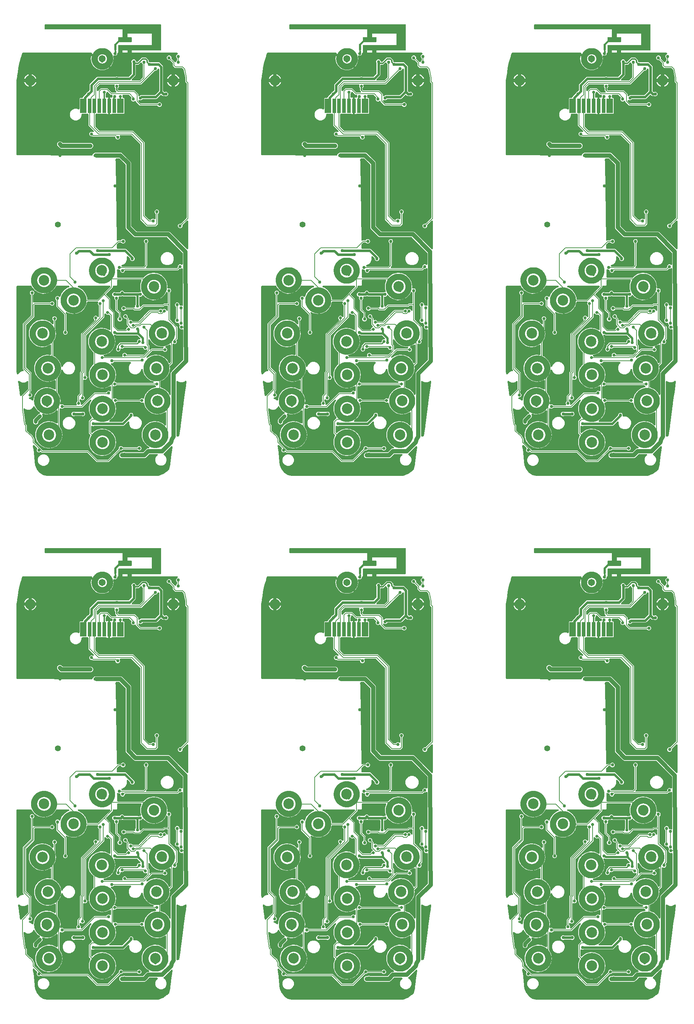
<source format=gbr>
G04 EAGLE Gerber X2 export*
%TF.Part,Single*%
%TF.FileFunction,Copper,L2,Bot,Mixed*%
%TF.FilePolarity,Positive*%
%TF.GenerationSoftware,Autodesk,EAGLE,8.7.0*%
%TF.CreationDate,2018-07-10T16:53:38Z*%
G75*
%MOMM*%
%FSLAX34Y34*%
%LPD*%
%AMOC8*
5,1,8,0,0,1.08239X$1,22.5*%
G01*
%ADD10R,1.500000X3.429000*%
%ADD11R,0.889000X3.429000*%
%ADD12C,2.500000*%
%ADD13C,0.406400*%
%ADD14C,0.120000*%
%ADD15C,1.651000*%
%ADD16C,1.473200*%
%ADD17R,0.460000X1.000000*%
%ADD18R,1.010000X0.740000*%
%ADD19C,1.408000*%
%ADD20C,0.756400*%
%ADD21C,0.152400*%
%ADD22C,0.304800*%
%ADD23C,0.706400*%
%ADD24C,0.203200*%
%ADD25C,0.330200*%
%ADD26C,0.609600*%
%ADD27C,0.508000*%
%ADD28C,0.812800*%
%ADD29C,0.200000*%
%ADD30C,1.016000*%
%ADD31C,0.254000*%
%ADD32C,0.457200*%

G36*
X244814Y1006599D02*
X244814Y1006599D01*
X244796Y1006601D01*
X244614Y1006580D01*
X244431Y1006561D01*
X244414Y1006556D01*
X244397Y1006554D01*
X244222Y1006497D01*
X244046Y1006443D01*
X244031Y1006435D01*
X244014Y1006429D01*
X243854Y1006339D01*
X243692Y1006251D01*
X243679Y1006240D01*
X243663Y1006231D01*
X243524Y1006111D01*
X243383Y1005994D01*
X243372Y1005980D01*
X243358Y1005968D01*
X243246Y1005823D01*
X243131Y1005680D01*
X243123Y1005664D01*
X243112Y1005650D01*
X243030Y1005485D01*
X242945Y1005323D01*
X242940Y1005306D01*
X242932Y1005290D01*
X242885Y1005111D01*
X242834Y1004936D01*
X242832Y1004918D01*
X242828Y1004901D01*
X242801Y1004570D01*
X242801Y1003818D01*
X242115Y1002164D01*
X242106Y1002134D01*
X242092Y1002106D01*
X242081Y1002064D01*
X242045Y1001993D01*
X242031Y1001960D01*
X241363Y1001291D01*
X241244Y1001146D01*
X241123Y1001003D01*
X241115Y1000990D01*
X241108Y1000980D01*
X241076Y1000921D01*
X240959Y1000715D01*
X240934Y1000663D01*
X240796Y1000613D01*
X240760Y1000596D01*
X240712Y1000580D01*
X240575Y1000523D01*
X240548Y1000509D01*
X240518Y1000499D01*
X240370Y1000413D01*
X240220Y1000333D01*
X240196Y1000313D01*
X240169Y1000298D01*
X239916Y1000083D01*
X239728Y999895D01*
X239463Y999895D01*
X239432Y999892D01*
X239401Y999894D01*
X239232Y999872D01*
X239062Y999855D01*
X239032Y999846D01*
X239001Y999842D01*
X238743Y999759D01*
X238639Y999749D01*
X238452Y999733D01*
X238437Y999729D01*
X238425Y999727D01*
X238361Y999708D01*
X238132Y999645D01*
X237964Y999584D01*
X237914Y999602D01*
X237846Y999636D01*
X237725Y999668D01*
X237607Y999710D01*
X237531Y999720D01*
X237457Y999740D01*
X237294Y999754D01*
X237208Y999766D01*
X237172Y999764D01*
X237127Y999767D01*
X236731Y999767D01*
X236580Y999808D01*
X236566Y999812D01*
X236299Y999949D01*
X235999Y1000073D01*
X235817Y1000128D01*
X235636Y1000185D01*
X235625Y1000186D01*
X235614Y1000190D01*
X235425Y1000208D01*
X235235Y1000228D01*
X235224Y1000227D01*
X235213Y1000228D01*
X235025Y1000208D01*
X234834Y1000191D01*
X234824Y1000187D01*
X234813Y1000186D01*
X234632Y1000130D01*
X234449Y1000075D01*
X234439Y1000070D01*
X234428Y1000066D01*
X234262Y999975D01*
X234094Y999885D01*
X234085Y999878D01*
X234075Y999873D01*
X233928Y999750D01*
X233783Y999630D01*
X233776Y999621D01*
X233767Y999614D01*
X233648Y999465D01*
X233528Y999318D01*
X233523Y999308D01*
X233516Y999299D01*
X233429Y999130D01*
X233340Y998961D01*
X233337Y998951D01*
X233332Y998941D01*
X233280Y998758D01*
X233227Y998575D01*
X233226Y998564D01*
X233223Y998554D01*
X233208Y998363D01*
X233191Y998174D01*
X233192Y998162D01*
X233191Y998152D01*
X233199Y998093D01*
X233222Y997844D01*
X234186Y992378D01*
X232547Y983083D01*
X227828Y974910D01*
X220598Y968843D01*
X211729Y965615D01*
X202291Y965615D01*
X193422Y968843D01*
X186192Y974910D01*
X181473Y983083D01*
X179834Y992378D01*
X181473Y1001673D01*
X182560Y1003554D01*
X182620Y1003688D01*
X182687Y1003817D01*
X182703Y1003871D01*
X182726Y1003921D01*
X182758Y1004064D01*
X182799Y1004204D01*
X182803Y1004260D01*
X182816Y1004314D01*
X182820Y1004460D01*
X182832Y1004606D01*
X182825Y1004661D01*
X182827Y1004716D01*
X182802Y1004861D01*
X182785Y1005005D01*
X182767Y1005058D01*
X182758Y1005113D01*
X182705Y1005249D01*
X182660Y1005388D01*
X182633Y1005437D01*
X182612Y1005488D01*
X182534Y1005612D01*
X182462Y1005739D01*
X182426Y1005781D01*
X182396Y1005828D01*
X182294Y1005933D01*
X182199Y1006044D01*
X182155Y1006078D01*
X182116Y1006118D01*
X181996Y1006201D01*
X181881Y1006290D01*
X181831Y1006315D01*
X181785Y1006347D01*
X181651Y1006405D01*
X181520Y1006470D01*
X181467Y1006484D01*
X181416Y1006506D01*
X181273Y1006536D01*
X181131Y1006574D01*
X181068Y1006579D01*
X181022Y1006589D01*
X180938Y1006590D01*
X180801Y1006601D01*
X19427Y1006601D01*
X19294Y1006588D01*
X19160Y1006584D01*
X19094Y1006568D01*
X19026Y1006561D01*
X18898Y1006522D01*
X18768Y1006491D01*
X18706Y1006463D01*
X18641Y1006443D01*
X18524Y1006380D01*
X18402Y1006324D01*
X18347Y1006284D01*
X18287Y1006251D01*
X18185Y1006166D01*
X18076Y1006087D01*
X18030Y1006037D01*
X17978Y1005994D01*
X17894Y1005890D01*
X17803Y1005791D01*
X17768Y1005733D01*
X17726Y1005680D01*
X17664Y1005561D01*
X17595Y1005447D01*
X17567Y1005374D01*
X17540Y1005323D01*
X17519Y1005248D01*
X17476Y1005137D01*
X15891Y999680D01*
X15887Y999658D01*
X15878Y999636D01*
X15867Y999565D01*
X15544Y998487D01*
X15542Y998479D01*
X15539Y998470D01*
X15224Y997385D01*
X15182Y997278D01*
X12545Y988474D01*
X12543Y988466D01*
X12540Y988457D01*
X9752Y978862D01*
X9736Y978776D01*
X9696Y978607D01*
X8264Y969387D01*
X8264Y969378D01*
X8261Y969366D01*
X7030Y960865D01*
X7030Y960844D01*
X7025Y960823D01*
X7023Y960732D01*
X6853Y959638D01*
X6852Y959629D01*
X6850Y959617D01*
X6692Y958528D01*
X6660Y958393D01*
X5354Y949978D01*
X5354Y949970D01*
X5352Y949960D01*
X4011Y940784D01*
X4008Y940709D01*
X3990Y940490D01*
X3990Y765771D01*
X3991Y765759D01*
X3990Y765746D01*
X4011Y765558D01*
X4030Y765370D01*
X4033Y765359D01*
X4035Y765346D01*
X4093Y765165D01*
X4148Y764986D01*
X4154Y764975D01*
X4157Y764963D01*
X4250Y764797D01*
X4339Y764631D01*
X4347Y764622D01*
X4353Y764611D01*
X4476Y764467D01*
X4597Y764322D01*
X4607Y764314D01*
X4615Y764305D01*
X4765Y764188D01*
X4911Y764070D01*
X4922Y764064D01*
X4932Y764057D01*
X5102Y763971D01*
X5268Y763884D01*
X5280Y763881D01*
X5291Y763875D01*
X5474Y763825D01*
X5655Y763773D01*
X5668Y763772D01*
X5680Y763769D01*
X6010Y763740D01*
X182312Y762797D01*
X182340Y762800D01*
X182367Y762798D01*
X182539Y762818D01*
X182713Y762835D01*
X182740Y762843D01*
X182767Y762846D01*
X182932Y762901D01*
X183098Y762951D01*
X183123Y762964D01*
X183149Y762973D01*
X183300Y763059D01*
X183453Y763141D01*
X183475Y763158D01*
X183499Y763172D01*
X183630Y763286D01*
X183764Y763397D01*
X183782Y763418D01*
X183803Y763437D01*
X183908Y763574D01*
X184018Y763709D01*
X184031Y763734D01*
X184048Y763756D01*
X184200Y764051D01*
X185121Y766276D01*
X186614Y767769D01*
X186814Y767852D01*
X186963Y767932D01*
X187115Y768007D01*
X187140Y768027D01*
X187168Y768042D01*
X187299Y768150D01*
X187433Y768254D01*
X187454Y768278D01*
X187479Y768298D01*
X187586Y768430D01*
X187697Y768558D01*
X187711Y768583D01*
X188396Y768988D01*
X188468Y769041D01*
X188546Y769086D01*
X188653Y769176D01*
X188720Y769226D01*
X188752Y769261D01*
X188799Y769301D01*
X189251Y769753D01*
X189285Y769756D01*
X189458Y769769D01*
X189485Y769776D01*
X189512Y769779D01*
X189678Y769830D01*
X189846Y769876D01*
X189874Y769890D01*
X189897Y769897D01*
X189971Y769937D01*
X190021Y769961D01*
X190545Y769826D01*
X190629Y769813D01*
X190712Y769791D01*
X190828Y769783D01*
X190943Y769765D01*
X191028Y769769D01*
X191113Y769763D01*
X191228Y769778D01*
X191345Y769784D01*
X191428Y769805D01*
X191513Y769816D01*
X191652Y769860D01*
X191709Y769875D01*
X251504Y769875D01*
X253931Y768869D01*
X274839Y747961D01*
X275845Y745534D01*
X275845Y596667D01*
X275847Y596641D01*
X275845Y596614D01*
X275867Y596440D01*
X275885Y596267D01*
X275892Y596241D01*
X275896Y596214D01*
X275951Y596049D01*
X276003Y595882D01*
X276016Y595858D01*
X276024Y595833D01*
X276111Y595681D01*
X276195Y595528D01*
X276212Y595507D01*
X276225Y595484D01*
X276440Y595231D01*
X287891Y583780D01*
X287905Y583768D01*
X287915Y583756D01*
X287921Y583752D01*
X287929Y583742D01*
X288067Y583635D01*
X288202Y583525D01*
X288226Y583512D01*
X288247Y583496D01*
X288404Y583418D01*
X288558Y583336D01*
X288584Y583328D01*
X288608Y583316D01*
X288777Y583271D01*
X288944Y583221D01*
X288971Y583219D01*
X288996Y583212D01*
X289327Y583185D01*
X364534Y583185D01*
X366961Y582179D01*
X407401Y541740D01*
X407408Y541734D01*
X407413Y541727D01*
X407563Y541607D01*
X407712Y541485D01*
X407720Y541481D01*
X407727Y541475D01*
X407898Y541386D01*
X408068Y541296D01*
X408076Y541294D01*
X408084Y541289D01*
X408270Y541236D01*
X408454Y541181D01*
X408463Y541181D01*
X408471Y541178D01*
X408663Y541162D01*
X408855Y541145D01*
X408864Y541146D01*
X408873Y541145D01*
X409062Y541167D01*
X409255Y541188D01*
X409264Y541191D01*
X409272Y541192D01*
X409454Y541251D01*
X409639Y541310D01*
X409647Y541314D01*
X409655Y541317D01*
X409824Y541412D01*
X409991Y541505D01*
X409998Y541510D01*
X410006Y541515D01*
X410152Y541641D01*
X410298Y541765D01*
X410304Y541772D01*
X410310Y541778D01*
X410428Y541929D01*
X410548Y542081D01*
X410552Y542089D01*
X410557Y542096D01*
X410643Y542268D01*
X410730Y542440D01*
X410733Y542449D01*
X410737Y542457D01*
X410787Y542643D01*
X410838Y542828D01*
X410839Y542837D01*
X410841Y542845D01*
X410868Y543176D01*
X410868Y606841D01*
X410867Y606850D01*
X410868Y606859D01*
X410847Y607052D01*
X410828Y607242D01*
X410826Y607250D01*
X410825Y607259D01*
X410767Y607442D01*
X410710Y607627D01*
X410706Y607635D01*
X410703Y607643D01*
X410611Y607811D01*
X410518Y607981D01*
X410513Y607988D01*
X410508Y607995D01*
X410384Y608143D01*
X410261Y608290D01*
X410254Y608296D01*
X410248Y608302D01*
X410096Y608422D01*
X409947Y608542D01*
X409939Y608547D01*
X409932Y608552D01*
X409759Y608640D01*
X409590Y608728D01*
X409581Y608730D01*
X409573Y608734D01*
X409387Y608786D01*
X409203Y608839D01*
X409194Y608840D01*
X409185Y608842D01*
X408992Y608857D01*
X408801Y608872D01*
X408793Y608871D01*
X408784Y608872D01*
X408591Y608847D01*
X408402Y608825D01*
X408393Y608823D01*
X408384Y608821D01*
X408201Y608760D01*
X408019Y608700D01*
X408011Y608696D01*
X408003Y608693D01*
X407836Y608597D01*
X407668Y608503D01*
X407661Y608497D01*
X407654Y608492D01*
X407401Y608278D01*
X397808Y598685D01*
X397791Y598664D01*
X397770Y598646D01*
X397663Y598508D01*
X397553Y598373D01*
X397540Y598349D01*
X397524Y598328D01*
X397446Y598171D01*
X397364Y598017D01*
X397356Y597992D01*
X397344Y597968D01*
X397299Y597798D01*
X397249Y597631D01*
X397247Y597605D01*
X397240Y597579D01*
X397213Y597248D01*
X397213Y595352D01*
X396405Y593402D01*
X394912Y591909D01*
X393116Y591165D01*
X392962Y591101D01*
X390850Y591101D01*
X388900Y591909D01*
X387407Y593402D01*
X386599Y595352D01*
X386599Y597464D01*
X387407Y599414D01*
X388900Y600907D01*
X390664Y601638D01*
X390850Y601715D01*
X392810Y601715D01*
X392837Y601717D01*
X392864Y601715D01*
X393037Y601737D01*
X393211Y601755D01*
X393236Y601762D01*
X393263Y601766D01*
X393429Y601821D01*
X393596Y601873D01*
X393619Y601886D01*
X393645Y601894D01*
X393796Y601981D01*
X393950Y602065D01*
X393970Y602082D01*
X393994Y602095D01*
X394247Y602310D01*
X406717Y614780D01*
X406734Y614801D01*
X406754Y614819D01*
X406861Y614957D01*
X406972Y615092D01*
X406985Y615116D01*
X407001Y615137D01*
X407079Y615293D01*
X407161Y615448D01*
X407169Y615473D01*
X407181Y615497D01*
X407226Y615666D01*
X407276Y615834D01*
X407278Y615860D01*
X407285Y615886D01*
X407312Y616217D01*
X407312Y933183D01*
X407310Y933210D01*
X407312Y933237D01*
X407290Y933411D01*
X407272Y933584D01*
X407264Y933609D01*
X407261Y933636D01*
X407205Y933802D01*
X407154Y933969D01*
X407141Y933992D01*
X407133Y934018D01*
X407046Y934169D01*
X406962Y934323D01*
X406945Y934343D01*
X406932Y934367D01*
X406717Y934620D01*
X405943Y935394D01*
X405942Y935394D01*
X403859Y937478D01*
X403859Y947636D01*
X403856Y947665D01*
X403858Y947693D01*
X403822Y948023D01*
X400362Y965883D01*
X400352Y965915D01*
X400348Y965949D01*
X400294Y966108D01*
X400246Y966269D01*
X400230Y966299D01*
X400220Y966331D01*
X400136Y966476D01*
X400057Y966624D01*
X400036Y966650D01*
X400019Y966680D01*
X399804Y966933D01*
X397053Y969684D01*
X397032Y969701D01*
X397014Y969722D01*
X396876Y969829D01*
X396741Y969939D01*
X396717Y969952D01*
X396696Y969968D01*
X396540Y970046D01*
X396385Y970128D01*
X396360Y970136D01*
X396336Y970148D01*
X396167Y970193D01*
X395999Y970243D01*
X395973Y970245D01*
X395947Y970252D01*
X395616Y970279D01*
X379948Y970279D01*
X377865Y972362D01*
X377864Y972363D01*
X374649Y975578D01*
X374649Y981086D01*
X374647Y981113D01*
X374649Y981140D01*
X374627Y981313D01*
X374609Y981487D01*
X374602Y981512D01*
X374598Y981539D01*
X374543Y981705D01*
X374491Y981872D01*
X374478Y981895D01*
X374470Y981921D01*
X374383Y982072D01*
X374299Y982226D01*
X374282Y982246D01*
X374269Y982270D01*
X374054Y982523D01*
X367815Y988762D01*
X367794Y988779D01*
X367776Y988800D01*
X367638Y988907D01*
X367503Y989017D01*
X367479Y989030D01*
X367458Y989046D01*
X367301Y989124D01*
X367147Y989206D01*
X367122Y989214D01*
X367098Y989226D01*
X366928Y989271D01*
X366761Y989321D01*
X366735Y989323D01*
X366709Y989330D01*
X366378Y989357D01*
X364450Y989357D01*
X362500Y990165D01*
X361007Y991658D01*
X360199Y993608D01*
X360199Y995720D01*
X361007Y997670D01*
X362500Y999163D01*
X364450Y999971D01*
X366562Y999971D01*
X368512Y999163D01*
X370005Y997670D01*
X370813Y995720D01*
X370813Y993792D01*
X370815Y993765D01*
X370813Y993738D01*
X370835Y993565D01*
X370853Y993391D01*
X370860Y993366D01*
X370864Y993339D01*
X370919Y993173D01*
X370971Y993006D01*
X370984Y992983D01*
X370992Y992957D01*
X371079Y992806D01*
X371163Y992652D01*
X371180Y992632D01*
X371193Y992608D01*
X371408Y992355D01*
X377647Y986116D01*
X378910Y984854D01*
X378920Y984845D01*
X378929Y984835D01*
X379076Y984717D01*
X379221Y984598D01*
X379233Y984592D01*
X379243Y984584D01*
X379412Y984497D01*
X379577Y984410D01*
X379590Y984406D01*
X379602Y984400D01*
X379783Y984349D01*
X379963Y984295D01*
X379976Y984294D01*
X379989Y984290D01*
X380175Y984276D01*
X380364Y984259D01*
X380377Y984260D01*
X380390Y984259D01*
X380575Y984282D01*
X380764Y984302D01*
X380777Y984306D01*
X380790Y984308D01*
X380967Y984366D01*
X381148Y984424D01*
X381160Y984430D01*
X381172Y984434D01*
X381335Y984527D01*
X381500Y984618D01*
X381510Y984627D01*
X381522Y984634D01*
X381663Y984756D01*
X381807Y984879D01*
X381816Y984889D01*
X381826Y984898D01*
X381940Y985046D01*
X382057Y985195D01*
X382063Y985207D01*
X382071Y985217D01*
X382223Y985512D01*
X382851Y987030D01*
X384214Y988393D01*
X384231Y988414D01*
X384252Y988431D01*
X384359Y988569D01*
X384469Y988705D01*
X384482Y988728D01*
X384498Y988749D01*
X384576Y988906D01*
X384658Y989060D01*
X384666Y989086D01*
X384678Y989110D01*
X384723Y989279D01*
X384773Y989446D01*
X384775Y989473D01*
X384782Y989499D01*
X384809Y989830D01*
X384809Y992132D01*
X384807Y992159D01*
X384809Y992186D01*
X384787Y992360D01*
X384769Y992533D01*
X384762Y992559D01*
X384758Y992585D01*
X384703Y992751D01*
X384651Y992918D01*
X384638Y992942D01*
X384630Y992967D01*
X384543Y993118D01*
X384459Y993272D01*
X384442Y993293D01*
X384429Y993316D01*
X384214Y993569D01*
X382851Y994932D01*
X382043Y996882D01*
X382043Y998994D01*
X382851Y1000944D01*
X384344Y1002437D01*
X384963Y1002693D01*
X384967Y1002695D01*
X384972Y1002697D01*
X385147Y1002792D01*
X385318Y1002884D01*
X385322Y1002886D01*
X385326Y1002889D01*
X385475Y1003013D01*
X385629Y1003140D01*
X385631Y1003143D01*
X385635Y1003146D01*
X385758Y1003299D01*
X385882Y1003453D01*
X385884Y1003457D01*
X385887Y1003460D01*
X385978Y1003635D01*
X386069Y1003809D01*
X386071Y1003813D01*
X386073Y1003817D01*
X386127Y1004006D01*
X386182Y1004196D01*
X386183Y1004200D01*
X386184Y1004204D01*
X386200Y1004402D01*
X386217Y1004597D01*
X386217Y1004601D01*
X386217Y1004606D01*
X386194Y1004802D01*
X386172Y1004997D01*
X386171Y1005001D01*
X386170Y1005005D01*
X386108Y1005194D01*
X386049Y1005380D01*
X386047Y1005384D01*
X386045Y1005388D01*
X385948Y1005561D01*
X385852Y1005732D01*
X385849Y1005735D01*
X385847Y1005739D01*
X385719Y1005888D01*
X385591Y1006037D01*
X385587Y1006040D01*
X385584Y1006044D01*
X385430Y1006163D01*
X385274Y1006286D01*
X385269Y1006288D01*
X385266Y1006290D01*
X385090Y1006378D01*
X384914Y1006466D01*
X384910Y1006468D01*
X384905Y1006470D01*
X384713Y1006521D01*
X384525Y1006573D01*
X384521Y1006573D01*
X384517Y1006574D01*
X384186Y1006601D01*
X244832Y1006601D01*
X244814Y1006599D01*
G37*
G36*
X1568864Y1781146D02*
X1568864Y1781146D01*
X1568873Y1781145D01*
X1569062Y1781167D01*
X1569255Y1781188D01*
X1569264Y1781191D01*
X1569272Y1781192D01*
X1569454Y1781251D01*
X1569639Y1781310D01*
X1569647Y1781314D01*
X1569655Y1781317D01*
X1569824Y1781412D01*
X1569991Y1781505D01*
X1569998Y1781510D01*
X1570006Y1781515D01*
X1570152Y1781641D01*
X1570298Y1781765D01*
X1570304Y1781772D01*
X1570310Y1781778D01*
X1570428Y1781929D01*
X1570548Y1782081D01*
X1570552Y1782089D01*
X1570557Y1782096D01*
X1570643Y1782268D01*
X1570730Y1782440D01*
X1570733Y1782449D01*
X1570737Y1782457D01*
X1570787Y1782643D01*
X1570838Y1782828D01*
X1570839Y1782837D01*
X1570841Y1782845D01*
X1570868Y1783176D01*
X1570868Y1846841D01*
X1570867Y1846850D01*
X1570868Y1846859D01*
X1570847Y1847052D01*
X1570828Y1847242D01*
X1570826Y1847250D01*
X1570825Y1847259D01*
X1570767Y1847442D01*
X1570710Y1847627D01*
X1570706Y1847635D01*
X1570703Y1847643D01*
X1570611Y1847811D01*
X1570518Y1847981D01*
X1570513Y1847988D01*
X1570508Y1847995D01*
X1570384Y1848143D01*
X1570261Y1848290D01*
X1570254Y1848296D01*
X1570248Y1848302D01*
X1570096Y1848422D01*
X1569947Y1848542D01*
X1569939Y1848547D01*
X1569932Y1848552D01*
X1569759Y1848640D01*
X1569590Y1848728D01*
X1569581Y1848730D01*
X1569573Y1848734D01*
X1569387Y1848786D01*
X1569203Y1848839D01*
X1569194Y1848840D01*
X1569185Y1848842D01*
X1568992Y1848857D01*
X1568801Y1848872D01*
X1568793Y1848871D01*
X1568784Y1848872D01*
X1568591Y1848847D01*
X1568402Y1848825D01*
X1568393Y1848823D01*
X1568384Y1848821D01*
X1568201Y1848760D01*
X1568019Y1848700D01*
X1568011Y1848696D01*
X1568003Y1848693D01*
X1567836Y1848597D01*
X1567668Y1848503D01*
X1567661Y1848497D01*
X1567654Y1848492D01*
X1567401Y1848278D01*
X1557808Y1838685D01*
X1557791Y1838664D01*
X1557770Y1838646D01*
X1557663Y1838508D01*
X1557553Y1838373D01*
X1557540Y1838349D01*
X1557524Y1838328D01*
X1557446Y1838171D01*
X1557364Y1838017D01*
X1557356Y1837992D01*
X1557344Y1837968D01*
X1557299Y1837798D01*
X1557249Y1837631D01*
X1557247Y1837605D01*
X1557240Y1837579D01*
X1557213Y1837248D01*
X1557213Y1835352D01*
X1556405Y1833402D01*
X1554912Y1831909D01*
X1553116Y1831165D01*
X1552962Y1831101D01*
X1550850Y1831101D01*
X1548900Y1831909D01*
X1547407Y1833402D01*
X1546599Y1835352D01*
X1546599Y1837464D01*
X1547407Y1839414D01*
X1548900Y1840907D01*
X1550664Y1841638D01*
X1550850Y1841715D01*
X1552810Y1841715D01*
X1552837Y1841717D01*
X1552864Y1841715D01*
X1553037Y1841737D01*
X1553211Y1841755D01*
X1553236Y1841762D01*
X1553263Y1841766D01*
X1553429Y1841821D01*
X1553596Y1841873D01*
X1553619Y1841886D01*
X1553645Y1841894D01*
X1553796Y1841981D01*
X1553950Y1842065D01*
X1553970Y1842082D01*
X1553994Y1842095D01*
X1554247Y1842310D01*
X1566717Y1854780D01*
X1566734Y1854801D01*
X1566754Y1854819D01*
X1566861Y1854957D01*
X1566972Y1855092D01*
X1566985Y1855116D01*
X1567001Y1855137D01*
X1567079Y1855293D01*
X1567161Y1855448D01*
X1567169Y1855473D01*
X1567181Y1855497D01*
X1567226Y1855666D01*
X1567276Y1855834D01*
X1567278Y1855860D01*
X1567285Y1855886D01*
X1567312Y1856217D01*
X1567312Y2173183D01*
X1567310Y2173210D01*
X1567312Y2173237D01*
X1567290Y2173411D01*
X1567272Y2173584D01*
X1567264Y2173609D01*
X1567261Y2173636D01*
X1567205Y2173802D01*
X1567154Y2173969D01*
X1567141Y2173992D01*
X1567133Y2174018D01*
X1567046Y2174169D01*
X1566962Y2174323D01*
X1566945Y2174343D01*
X1566932Y2174367D01*
X1566717Y2174620D01*
X1565943Y2175394D01*
X1565942Y2175394D01*
X1563859Y2177478D01*
X1563859Y2187636D01*
X1563856Y2187665D01*
X1563858Y2187693D01*
X1563822Y2188023D01*
X1560362Y2205883D01*
X1560352Y2205915D01*
X1560348Y2205949D01*
X1560294Y2206108D01*
X1560246Y2206269D01*
X1560230Y2206299D01*
X1560220Y2206331D01*
X1560136Y2206476D01*
X1560057Y2206624D01*
X1560036Y2206650D01*
X1560019Y2206680D01*
X1559804Y2206933D01*
X1557053Y2209684D01*
X1557032Y2209701D01*
X1557014Y2209722D01*
X1556876Y2209829D01*
X1556741Y2209939D01*
X1556717Y2209952D01*
X1556696Y2209968D01*
X1556539Y2210046D01*
X1556385Y2210128D01*
X1556360Y2210136D01*
X1556336Y2210148D01*
X1556166Y2210193D01*
X1555999Y2210243D01*
X1555973Y2210245D01*
X1555947Y2210252D01*
X1555616Y2210279D01*
X1539948Y2210279D01*
X1537865Y2212362D01*
X1537864Y2212363D01*
X1534649Y2215578D01*
X1534649Y2221086D01*
X1534647Y2221113D01*
X1534649Y2221140D01*
X1534627Y2221314D01*
X1534609Y2221487D01*
X1534602Y2221512D01*
X1534598Y2221539D01*
X1534543Y2221704D01*
X1534491Y2221872D01*
X1534478Y2221895D01*
X1534470Y2221921D01*
X1534383Y2222072D01*
X1534299Y2222226D01*
X1534282Y2222246D01*
X1534269Y2222270D01*
X1534054Y2222523D01*
X1527815Y2228762D01*
X1527794Y2228779D01*
X1527776Y2228800D01*
X1527638Y2228907D01*
X1527503Y2229017D01*
X1527479Y2229030D01*
X1527458Y2229046D01*
X1527301Y2229124D01*
X1527147Y2229206D01*
X1527122Y2229214D01*
X1527098Y2229226D01*
X1526928Y2229271D01*
X1526761Y2229321D01*
X1526735Y2229323D01*
X1526709Y2229330D01*
X1526378Y2229357D01*
X1524450Y2229357D01*
X1522500Y2230165D01*
X1521007Y2231658D01*
X1520199Y2233608D01*
X1520199Y2235720D01*
X1521007Y2237670D01*
X1522500Y2239163D01*
X1524450Y2239971D01*
X1526562Y2239971D01*
X1528512Y2239163D01*
X1530005Y2237670D01*
X1530813Y2235720D01*
X1530813Y2233792D01*
X1530815Y2233765D01*
X1530813Y2233738D01*
X1530835Y2233565D01*
X1530853Y2233391D01*
X1530860Y2233366D01*
X1530864Y2233339D01*
X1530919Y2233174D01*
X1530971Y2233006D01*
X1530984Y2232983D01*
X1530992Y2232957D01*
X1531079Y2232806D01*
X1531163Y2232652D01*
X1531180Y2232632D01*
X1531193Y2232608D01*
X1531408Y2232355D01*
X1537647Y2226116D01*
X1537648Y2226116D01*
X1538910Y2224854D01*
X1538920Y2224845D01*
X1538929Y2224835D01*
X1539076Y2224717D01*
X1539221Y2224598D01*
X1539233Y2224592D01*
X1539243Y2224584D01*
X1539412Y2224497D01*
X1539577Y2224410D01*
X1539590Y2224406D01*
X1539602Y2224400D01*
X1539783Y2224349D01*
X1539963Y2224295D01*
X1539976Y2224294D01*
X1539989Y2224290D01*
X1540175Y2224276D01*
X1540364Y2224259D01*
X1540377Y2224260D01*
X1540390Y2224259D01*
X1540575Y2224282D01*
X1540764Y2224302D01*
X1540777Y2224306D01*
X1540790Y2224308D01*
X1540967Y2224366D01*
X1541148Y2224424D01*
X1541160Y2224430D01*
X1541172Y2224434D01*
X1541335Y2224527D01*
X1541500Y2224618D01*
X1541510Y2224627D01*
X1541522Y2224634D01*
X1541663Y2224756D01*
X1541807Y2224879D01*
X1541816Y2224889D01*
X1541826Y2224898D01*
X1541940Y2225046D01*
X1542057Y2225195D01*
X1542063Y2225207D01*
X1542071Y2225217D01*
X1542223Y2225512D01*
X1542851Y2227030D01*
X1544214Y2228393D01*
X1544231Y2228414D01*
X1544252Y2228431D01*
X1544359Y2228569D01*
X1544469Y2228705D01*
X1544482Y2228728D01*
X1544498Y2228749D01*
X1544576Y2228906D01*
X1544658Y2229060D01*
X1544666Y2229086D01*
X1544678Y2229110D01*
X1544723Y2229279D01*
X1544773Y2229446D01*
X1544775Y2229473D01*
X1544782Y2229499D01*
X1544809Y2229830D01*
X1544809Y2232132D01*
X1544807Y2232159D01*
X1544809Y2232186D01*
X1544787Y2232360D01*
X1544769Y2232533D01*
X1544762Y2232559D01*
X1544758Y2232585D01*
X1544703Y2232751D01*
X1544651Y2232918D01*
X1544638Y2232942D01*
X1544630Y2232967D01*
X1544543Y2233118D01*
X1544459Y2233272D01*
X1544442Y2233293D01*
X1544429Y2233316D01*
X1544214Y2233569D01*
X1542851Y2234932D01*
X1542043Y2236882D01*
X1542043Y2238994D01*
X1542851Y2240944D01*
X1544344Y2242437D01*
X1544963Y2242693D01*
X1544967Y2242695D01*
X1544972Y2242697D01*
X1545147Y2242792D01*
X1545318Y2242884D01*
X1545322Y2242886D01*
X1545326Y2242889D01*
X1545475Y2243013D01*
X1545629Y2243140D01*
X1545631Y2243143D01*
X1545635Y2243146D01*
X1545758Y2243299D01*
X1545882Y2243453D01*
X1545884Y2243457D01*
X1545887Y2243460D01*
X1545978Y2243635D01*
X1546069Y2243809D01*
X1546071Y2243813D01*
X1546073Y2243817D01*
X1546127Y2244006D01*
X1546182Y2244196D01*
X1546183Y2244200D01*
X1546184Y2244204D01*
X1546200Y2244402D01*
X1546217Y2244597D01*
X1546217Y2244601D01*
X1546217Y2244606D01*
X1546194Y2244802D01*
X1546172Y2244997D01*
X1546171Y2245001D01*
X1546170Y2245005D01*
X1546108Y2245194D01*
X1546049Y2245380D01*
X1546047Y2245384D01*
X1546045Y2245388D01*
X1545948Y2245561D01*
X1545852Y2245732D01*
X1545849Y2245735D01*
X1545847Y2245739D01*
X1545719Y2245888D01*
X1545591Y2246037D01*
X1545587Y2246040D01*
X1545584Y2246044D01*
X1545430Y2246163D01*
X1545274Y2246286D01*
X1545269Y2246288D01*
X1545266Y2246290D01*
X1545090Y2246378D01*
X1544914Y2246466D01*
X1544910Y2246468D01*
X1544905Y2246470D01*
X1544713Y2246521D01*
X1544525Y2246573D01*
X1544521Y2246573D01*
X1544517Y2246574D01*
X1544186Y2246601D01*
X1404832Y2246601D01*
X1404814Y2246599D01*
X1404796Y2246601D01*
X1404614Y2246580D01*
X1404431Y2246561D01*
X1404414Y2246556D01*
X1404397Y2246554D01*
X1404222Y2246497D01*
X1404046Y2246443D01*
X1404031Y2246435D01*
X1404014Y2246429D01*
X1403854Y2246339D01*
X1403692Y2246251D01*
X1403679Y2246240D01*
X1403663Y2246231D01*
X1403524Y2246111D01*
X1403383Y2245994D01*
X1403372Y2245980D01*
X1403358Y2245968D01*
X1403246Y2245823D01*
X1403131Y2245680D01*
X1403123Y2245664D01*
X1403112Y2245650D01*
X1403030Y2245485D01*
X1402945Y2245323D01*
X1402940Y2245306D01*
X1402932Y2245290D01*
X1402885Y2245111D01*
X1402834Y2244936D01*
X1402832Y2244918D01*
X1402828Y2244901D01*
X1402801Y2244570D01*
X1402801Y2243818D01*
X1402115Y2242164D01*
X1402106Y2242134D01*
X1402092Y2242106D01*
X1402081Y2242064D01*
X1402045Y2241993D01*
X1402031Y2241960D01*
X1401363Y2241291D01*
X1401244Y2241146D01*
X1401123Y2241003D01*
X1401115Y2240990D01*
X1401108Y2240980D01*
X1401076Y2240921D01*
X1400959Y2240715D01*
X1400934Y2240663D01*
X1400796Y2240613D01*
X1400760Y2240596D01*
X1400712Y2240580D01*
X1400575Y2240523D01*
X1400548Y2240509D01*
X1400518Y2240499D01*
X1400370Y2240413D01*
X1400220Y2240333D01*
X1400196Y2240313D01*
X1400169Y2240298D01*
X1399916Y2240083D01*
X1399728Y2239895D01*
X1399463Y2239895D01*
X1399432Y2239892D01*
X1399401Y2239894D01*
X1399232Y2239872D01*
X1399062Y2239855D01*
X1399032Y2239846D01*
X1399001Y2239842D01*
X1398743Y2239759D01*
X1398639Y2239749D01*
X1398452Y2239733D01*
X1398437Y2239729D01*
X1398425Y2239727D01*
X1398361Y2239708D01*
X1398132Y2239645D01*
X1397964Y2239584D01*
X1397914Y2239602D01*
X1397846Y2239636D01*
X1397725Y2239668D01*
X1397607Y2239710D01*
X1397531Y2239720D01*
X1397457Y2239740D01*
X1397294Y2239754D01*
X1397208Y2239766D01*
X1397172Y2239764D01*
X1397127Y2239767D01*
X1396731Y2239767D01*
X1396580Y2239808D01*
X1396566Y2239812D01*
X1396299Y2239949D01*
X1395999Y2240073D01*
X1395817Y2240128D01*
X1395636Y2240185D01*
X1395625Y2240186D01*
X1395614Y2240190D01*
X1395425Y2240208D01*
X1395235Y2240228D01*
X1395224Y2240227D01*
X1395213Y2240228D01*
X1395025Y2240208D01*
X1394834Y2240191D01*
X1394824Y2240187D01*
X1394813Y2240186D01*
X1394632Y2240130D01*
X1394449Y2240075D01*
X1394439Y2240070D01*
X1394428Y2240066D01*
X1394262Y2239975D01*
X1394094Y2239885D01*
X1394085Y2239878D01*
X1394075Y2239873D01*
X1393928Y2239750D01*
X1393783Y2239630D01*
X1393776Y2239621D01*
X1393767Y2239614D01*
X1393648Y2239465D01*
X1393528Y2239318D01*
X1393523Y2239308D01*
X1393516Y2239299D01*
X1393429Y2239130D01*
X1393340Y2238961D01*
X1393337Y2238951D01*
X1393332Y2238941D01*
X1393280Y2238758D01*
X1393227Y2238575D01*
X1393226Y2238564D01*
X1393223Y2238554D01*
X1393208Y2238363D01*
X1393191Y2238174D01*
X1393192Y2238162D01*
X1393191Y2238152D01*
X1393199Y2238093D01*
X1393222Y2237844D01*
X1394186Y2232378D01*
X1392547Y2223083D01*
X1387828Y2214910D01*
X1380598Y2208843D01*
X1371729Y2205615D01*
X1362291Y2205615D01*
X1353422Y2208843D01*
X1346192Y2214910D01*
X1341473Y2223083D01*
X1339834Y2232378D01*
X1341473Y2241673D01*
X1342560Y2243554D01*
X1342620Y2243688D01*
X1342687Y2243817D01*
X1342703Y2243871D01*
X1342726Y2243921D01*
X1342758Y2244064D01*
X1342799Y2244204D01*
X1342803Y2244260D01*
X1342816Y2244314D01*
X1342820Y2244460D01*
X1342832Y2244606D01*
X1342825Y2244661D01*
X1342827Y2244716D01*
X1342802Y2244861D01*
X1342785Y2245005D01*
X1342767Y2245058D01*
X1342758Y2245113D01*
X1342705Y2245249D01*
X1342660Y2245388D01*
X1342633Y2245437D01*
X1342612Y2245488D01*
X1342534Y2245612D01*
X1342462Y2245739D01*
X1342426Y2245781D01*
X1342396Y2245828D01*
X1342294Y2245933D01*
X1342199Y2246044D01*
X1342155Y2246078D01*
X1342116Y2246118D01*
X1341996Y2246201D01*
X1341881Y2246290D01*
X1341831Y2246315D01*
X1341785Y2246347D01*
X1341651Y2246405D01*
X1341520Y2246470D01*
X1341467Y2246484D01*
X1341416Y2246506D01*
X1341273Y2246536D01*
X1341131Y2246574D01*
X1341068Y2246579D01*
X1341022Y2246589D01*
X1340938Y2246590D01*
X1340801Y2246601D01*
X1179427Y2246601D01*
X1179294Y2246588D01*
X1179160Y2246584D01*
X1179094Y2246568D01*
X1179026Y2246561D01*
X1178898Y2246522D01*
X1178768Y2246491D01*
X1178706Y2246463D01*
X1178641Y2246443D01*
X1178524Y2246380D01*
X1178402Y2246324D01*
X1178347Y2246284D01*
X1178287Y2246251D01*
X1178185Y2246166D01*
X1178076Y2246087D01*
X1178030Y2246037D01*
X1177978Y2245994D01*
X1177894Y2245890D01*
X1177803Y2245791D01*
X1177768Y2245733D01*
X1177726Y2245680D01*
X1177664Y2245561D01*
X1177595Y2245447D01*
X1177567Y2245374D01*
X1177540Y2245323D01*
X1177519Y2245248D01*
X1177476Y2245137D01*
X1175891Y2239680D01*
X1175887Y2239658D01*
X1175878Y2239636D01*
X1175867Y2239565D01*
X1175544Y2238487D01*
X1175542Y2238479D01*
X1175539Y2238470D01*
X1175224Y2237385D01*
X1175182Y2237278D01*
X1172545Y2228474D01*
X1172543Y2228466D01*
X1172540Y2228457D01*
X1169752Y2218862D01*
X1169736Y2218776D01*
X1169696Y2218607D01*
X1168264Y2209387D01*
X1168264Y2209378D01*
X1168261Y2209366D01*
X1167030Y2200865D01*
X1167030Y2200844D01*
X1167025Y2200823D01*
X1167023Y2200732D01*
X1166853Y2199638D01*
X1166852Y2199629D01*
X1166850Y2199617D01*
X1166692Y2198528D01*
X1166660Y2198393D01*
X1165354Y2189978D01*
X1165354Y2189970D01*
X1165352Y2189960D01*
X1164011Y2180784D01*
X1164008Y2180709D01*
X1163990Y2180490D01*
X1163990Y2005771D01*
X1163991Y2005759D01*
X1163990Y2005746D01*
X1164011Y2005558D01*
X1164030Y2005370D01*
X1164033Y2005359D01*
X1164035Y2005346D01*
X1164093Y2005165D01*
X1164148Y2004986D01*
X1164154Y2004975D01*
X1164157Y2004963D01*
X1164250Y2004797D01*
X1164339Y2004631D01*
X1164347Y2004622D01*
X1164353Y2004611D01*
X1164476Y2004467D01*
X1164597Y2004322D01*
X1164607Y2004314D01*
X1164615Y2004305D01*
X1164765Y2004188D01*
X1164911Y2004070D01*
X1164922Y2004064D01*
X1164932Y2004057D01*
X1165102Y2003971D01*
X1165268Y2003884D01*
X1165280Y2003881D01*
X1165291Y2003875D01*
X1165474Y2003825D01*
X1165655Y2003773D01*
X1165668Y2003772D01*
X1165680Y2003769D01*
X1166010Y2003740D01*
X1324322Y2002893D01*
X1342312Y2002797D01*
X1342340Y2002800D01*
X1342367Y2002798D01*
X1342539Y2002818D01*
X1342713Y2002835D01*
X1342740Y2002843D01*
X1342767Y2002846D01*
X1342932Y2002901D01*
X1343098Y2002951D01*
X1343123Y2002964D01*
X1343149Y2002973D01*
X1343300Y2003059D01*
X1343453Y2003141D01*
X1343475Y2003158D01*
X1343499Y2003172D01*
X1343630Y2003286D01*
X1343764Y2003397D01*
X1343782Y2003418D01*
X1343803Y2003437D01*
X1343908Y2003574D01*
X1344018Y2003709D01*
X1344031Y2003734D01*
X1344048Y2003756D01*
X1344200Y2004051D01*
X1345121Y2006276D01*
X1346614Y2007769D01*
X1346814Y2007851D01*
X1346963Y2007932D01*
X1347115Y2008007D01*
X1347140Y2008027D01*
X1347168Y2008042D01*
X1347299Y2008150D01*
X1347433Y2008254D01*
X1347454Y2008278D01*
X1347479Y2008298D01*
X1347586Y2008430D01*
X1347697Y2008558D01*
X1347711Y2008583D01*
X1348396Y2008988D01*
X1348468Y2009041D01*
X1348546Y2009086D01*
X1348653Y2009176D01*
X1348720Y2009226D01*
X1348752Y2009261D01*
X1348799Y2009301D01*
X1349251Y2009753D01*
X1349285Y2009756D01*
X1349458Y2009769D01*
X1349485Y2009776D01*
X1349512Y2009779D01*
X1349678Y2009830D01*
X1349846Y2009876D01*
X1349874Y2009890D01*
X1349897Y2009897D01*
X1349971Y2009937D01*
X1350021Y2009961D01*
X1350545Y2009826D01*
X1350629Y2009813D01*
X1350712Y2009791D01*
X1350828Y2009783D01*
X1350943Y2009765D01*
X1351028Y2009769D01*
X1351113Y2009763D01*
X1351228Y2009778D01*
X1351345Y2009784D01*
X1351428Y2009805D01*
X1351513Y2009816D01*
X1351652Y2009860D01*
X1351709Y2009875D01*
X1411504Y2009875D01*
X1413931Y2008869D01*
X1434839Y1987961D01*
X1435845Y1985534D01*
X1435845Y1836667D01*
X1435847Y1836641D01*
X1435845Y1836614D01*
X1435867Y1836440D01*
X1435885Y1836267D01*
X1435892Y1836241D01*
X1435896Y1836214D01*
X1435951Y1836049D01*
X1436003Y1835882D01*
X1436016Y1835858D01*
X1436024Y1835833D01*
X1436111Y1835681D01*
X1436195Y1835528D01*
X1436212Y1835507D01*
X1436225Y1835484D01*
X1436440Y1835231D01*
X1447891Y1823780D01*
X1447905Y1823768D01*
X1447915Y1823756D01*
X1447921Y1823752D01*
X1447929Y1823742D01*
X1448067Y1823635D01*
X1448202Y1823525D01*
X1448226Y1823512D01*
X1448247Y1823496D01*
X1448404Y1823418D01*
X1448558Y1823336D01*
X1448584Y1823328D01*
X1448608Y1823316D01*
X1448777Y1823271D01*
X1448944Y1823221D01*
X1448971Y1823219D01*
X1448996Y1823212D01*
X1449327Y1823185D01*
X1524534Y1823185D01*
X1526961Y1822179D01*
X1567401Y1781740D01*
X1567408Y1781734D01*
X1567413Y1781727D01*
X1567563Y1781607D01*
X1567712Y1781485D01*
X1567720Y1781481D01*
X1567727Y1781475D01*
X1567898Y1781386D01*
X1568068Y1781296D01*
X1568076Y1781294D01*
X1568084Y1781289D01*
X1568270Y1781236D01*
X1568454Y1781181D01*
X1568463Y1781181D01*
X1568471Y1781178D01*
X1568663Y1781162D01*
X1568855Y1781145D01*
X1568864Y1781146D01*
G37*
G36*
X988864Y1781146D02*
X988864Y1781146D01*
X988873Y1781145D01*
X989062Y1781167D01*
X989255Y1781188D01*
X989264Y1781191D01*
X989272Y1781192D01*
X989454Y1781251D01*
X989639Y1781310D01*
X989647Y1781314D01*
X989655Y1781317D01*
X989824Y1781412D01*
X989991Y1781505D01*
X989998Y1781510D01*
X990006Y1781515D01*
X990152Y1781641D01*
X990298Y1781765D01*
X990304Y1781772D01*
X990310Y1781778D01*
X990428Y1781929D01*
X990548Y1782081D01*
X990552Y1782089D01*
X990557Y1782096D01*
X990643Y1782268D01*
X990730Y1782440D01*
X990733Y1782449D01*
X990737Y1782457D01*
X990787Y1782643D01*
X990838Y1782828D01*
X990839Y1782837D01*
X990841Y1782845D01*
X990868Y1783176D01*
X990868Y1846841D01*
X990867Y1846850D01*
X990868Y1846859D01*
X990847Y1847052D01*
X990828Y1847242D01*
X990826Y1847250D01*
X990825Y1847259D01*
X990767Y1847442D01*
X990710Y1847627D01*
X990706Y1847635D01*
X990703Y1847643D01*
X990610Y1847811D01*
X990518Y1847981D01*
X990513Y1847988D01*
X990508Y1847995D01*
X990384Y1848143D01*
X990261Y1848290D01*
X990254Y1848296D01*
X990248Y1848302D01*
X990096Y1848422D01*
X989947Y1848542D01*
X989939Y1848547D01*
X989932Y1848552D01*
X989759Y1848640D01*
X989590Y1848728D01*
X989581Y1848730D01*
X989573Y1848734D01*
X989387Y1848786D01*
X989203Y1848839D01*
X989194Y1848840D01*
X989185Y1848842D01*
X988992Y1848857D01*
X988801Y1848872D01*
X988793Y1848871D01*
X988784Y1848872D01*
X988591Y1848848D01*
X988402Y1848825D01*
X988393Y1848823D01*
X988384Y1848821D01*
X988202Y1848760D01*
X988019Y1848700D01*
X988011Y1848696D01*
X988003Y1848693D01*
X987836Y1848597D01*
X987668Y1848503D01*
X987661Y1848497D01*
X987654Y1848492D01*
X987401Y1848278D01*
X977808Y1838685D01*
X977791Y1838664D01*
X977770Y1838646D01*
X977663Y1838508D01*
X977553Y1838373D01*
X977540Y1838349D01*
X977524Y1838328D01*
X977446Y1838171D01*
X977364Y1838017D01*
X977356Y1837992D01*
X977344Y1837968D01*
X977299Y1837798D01*
X977249Y1837631D01*
X977247Y1837605D01*
X977240Y1837579D01*
X977213Y1837248D01*
X977213Y1835352D01*
X976405Y1833402D01*
X974912Y1831909D01*
X973116Y1831165D01*
X972962Y1831101D01*
X970850Y1831101D01*
X968900Y1831909D01*
X967407Y1833402D01*
X966599Y1835352D01*
X966599Y1837464D01*
X967407Y1839414D01*
X968900Y1840907D01*
X970664Y1841638D01*
X970850Y1841715D01*
X972810Y1841715D01*
X972837Y1841717D01*
X972864Y1841715D01*
X973037Y1841737D01*
X973211Y1841755D01*
X973236Y1841762D01*
X973263Y1841766D01*
X973429Y1841821D01*
X973596Y1841873D01*
X973619Y1841886D01*
X973645Y1841894D01*
X973796Y1841981D01*
X973950Y1842065D01*
X973970Y1842082D01*
X973994Y1842095D01*
X974247Y1842310D01*
X986717Y1854780D01*
X986734Y1854801D01*
X986754Y1854819D01*
X986861Y1854957D01*
X986972Y1855092D01*
X986985Y1855116D01*
X987001Y1855137D01*
X987079Y1855294D01*
X987161Y1855448D01*
X987169Y1855473D01*
X987181Y1855497D01*
X987226Y1855667D01*
X987276Y1855834D01*
X987278Y1855860D01*
X987285Y1855886D01*
X987312Y1856217D01*
X987312Y2173183D01*
X987310Y2173210D01*
X987312Y2173237D01*
X987290Y2173411D01*
X987272Y2173584D01*
X987264Y2173609D01*
X987261Y2173636D01*
X987205Y2173802D01*
X987154Y2173969D01*
X987141Y2173992D01*
X987133Y2174018D01*
X987046Y2174169D01*
X986962Y2174323D01*
X986945Y2174343D01*
X986932Y2174367D01*
X986717Y2174620D01*
X985943Y2175394D01*
X985942Y2175394D01*
X983859Y2177478D01*
X983859Y2187636D01*
X983856Y2187665D01*
X983858Y2187693D01*
X983822Y2188023D01*
X980362Y2205883D01*
X980352Y2205915D01*
X980348Y2205949D01*
X980294Y2206108D01*
X980246Y2206269D01*
X980230Y2206299D01*
X980220Y2206331D01*
X980136Y2206476D01*
X980057Y2206624D01*
X980036Y2206650D01*
X980019Y2206680D01*
X979804Y2206933D01*
X977053Y2209684D01*
X977032Y2209701D01*
X977014Y2209722D01*
X976876Y2209829D01*
X976741Y2209939D01*
X976717Y2209952D01*
X976696Y2209968D01*
X976539Y2210046D01*
X976385Y2210128D01*
X976360Y2210136D01*
X976336Y2210148D01*
X976166Y2210193D01*
X975999Y2210243D01*
X975973Y2210245D01*
X975947Y2210252D01*
X975616Y2210279D01*
X959948Y2210279D01*
X954649Y2215578D01*
X954649Y2221086D01*
X954647Y2221113D01*
X954649Y2221140D01*
X954627Y2221313D01*
X954609Y2221487D01*
X954602Y2221512D01*
X954598Y2221539D01*
X954543Y2221705D01*
X954491Y2221872D01*
X954478Y2221895D01*
X954470Y2221921D01*
X954383Y2222072D01*
X954299Y2222226D01*
X954282Y2222246D01*
X954269Y2222270D01*
X954054Y2222523D01*
X947815Y2228762D01*
X947794Y2228779D01*
X947776Y2228800D01*
X947638Y2228907D01*
X947503Y2229017D01*
X947479Y2229030D01*
X947458Y2229046D01*
X947301Y2229124D01*
X947147Y2229206D01*
X947122Y2229214D01*
X947098Y2229226D01*
X946928Y2229271D01*
X946761Y2229321D01*
X946735Y2229323D01*
X946709Y2229330D01*
X946378Y2229357D01*
X944450Y2229357D01*
X942500Y2230165D01*
X941007Y2231658D01*
X940199Y2233608D01*
X940199Y2235720D01*
X941007Y2237670D01*
X942500Y2239163D01*
X944450Y2239971D01*
X946562Y2239971D01*
X948512Y2239163D01*
X950005Y2237670D01*
X950813Y2235720D01*
X950813Y2233792D01*
X950815Y2233765D01*
X950813Y2233738D01*
X950835Y2233565D01*
X950853Y2233391D01*
X950860Y2233366D01*
X950864Y2233339D01*
X950919Y2233173D01*
X950971Y2233006D01*
X950984Y2232983D01*
X950992Y2232957D01*
X951079Y2232806D01*
X951163Y2232652D01*
X951180Y2232632D01*
X951193Y2232608D01*
X951408Y2232355D01*
X957647Y2226116D01*
X958910Y2224854D01*
X958920Y2224845D01*
X958929Y2224835D01*
X959076Y2224717D01*
X959221Y2224598D01*
X959233Y2224592D01*
X959243Y2224584D01*
X959412Y2224497D01*
X959577Y2224410D01*
X959590Y2224406D01*
X959602Y2224400D01*
X959783Y2224349D01*
X959963Y2224295D01*
X959976Y2224294D01*
X959989Y2224290D01*
X960175Y2224276D01*
X960364Y2224259D01*
X960377Y2224260D01*
X960390Y2224259D01*
X960575Y2224282D01*
X960764Y2224302D01*
X960777Y2224306D01*
X960790Y2224308D01*
X960967Y2224366D01*
X961148Y2224424D01*
X961160Y2224430D01*
X961172Y2224434D01*
X961335Y2224527D01*
X961500Y2224618D01*
X961510Y2224627D01*
X961522Y2224634D01*
X961663Y2224756D01*
X961807Y2224879D01*
X961816Y2224889D01*
X961826Y2224898D01*
X961940Y2225046D01*
X962057Y2225195D01*
X962063Y2225207D01*
X962071Y2225217D01*
X962223Y2225512D01*
X962851Y2227030D01*
X964214Y2228393D01*
X964231Y2228414D01*
X964252Y2228431D01*
X964359Y2228569D01*
X964469Y2228705D01*
X964482Y2228728D01*
X964498Y2228749D01*
X964576Y2228906D01*
X964658Y2229060D01*
X964666Y2229086D01*
X964678Y2229110D01*
X964723Y2229279D01*
X964773Y2229446D01*
X964775Y2229473D01*
X964782Y2229499D01*
X964809Y2229830D01*
X964809Y2232132D01*
X964807Y2232159D01*
X964809Y2232186D01*
X964787Y2232360D01*
X964769Y2232533D01*
X964762Y2232559D01*
X964758Y2232585D01*
X964703Y2232751D01*
X964651Y2232918D01*
X964638Y2232942D01*
X964630Y2232967D01*
X964543Y2233118D01*
X964459Y2233272D01*
X964442Y2233293D01*
X964429Y2233316D01*
X964214Y2233569D01*
X962851Y2234932D01*
X962043Y2236882D01*
X962043Y2238994D01*
X962851Y2240944D01*
X964344Y2242437D01*
X964963Y2242693D01*
X964967Y2242695D01*
X964972Y2242697D01*
X965147Y2242792D01*
X965318Y2242884D01*
X965322Y2242886D01*
X965326Y2242889D01*
X965475Y2243013D01*
X965629Y2243140D01*
X965631Y2243143D01*
X965635Y2243146D01*
X965758Y2243299D01*
X965882Y2243453D01*
X965884Y2243457D01*
X965887Y2243460D01*
X965978Y2243635D01*
X966069Y2243809D01*
X966071Y2243813D01*
X966073Y2243817D01*
X966127Y2244006D01*
X966182Y2244196D01*
X966183Y2244200D01*
X966184Y2244204D01*
X966200Y2244402D01*
X966217Y2244597D01*
X966217Y2244601D01*
X966217Y2244606D01*
X966194Y2244802D01*
X966172Y2244997D01*
X966171Y2245001D01*
X966170Y2245005D01*
X966108Y2245194D01*
X966049Y2245380D01*
X966047Y2245384D01*
X966045Y2245388D01*
X965948Y2245561D01*
X965852Y2245732D01*
X965849Y2245735D01*
X965847Y2245739D01*
X965719Y2245888D01*
X965591Y2246037D01*
X965587Y2246040D01*
X965584Y2246044D01*
X965430Y2246163D01*
X965274Y2246286D01*
X965269Y2246288D01*
X965266Y2246290D01*
X965090Y2246378D01*
X964914Y2246466D01*
X964910Y2246468D01*
X964905Y2246470D01*
X964713Y2246521D01*
X964525Y2246573D01*
X964521Y2246573D01*
X964517Y2246574D01*
X964186Y2246601D01*
X824832Y2246601D01*
X824814Y2246599D01*
X824796Y2246601D01*
X824614Y2246580D01*
X824431Y2246561D01*
X824414Y2246556D01*
X824397Y2246554D01*
X824222Y2246497D01*
X824046Y2246443D01*
X824031Y2246435D01*
X824014Y2246429D01*
X823854Y2246339D01*
X823692Y2246251D01*
X823679Y2246240D01*
X823663Y2246231D01*
X823524Y2246111D01*
X823383Y2245994D01*
X823372Y2245980D01*
X823358Y2245968D01*
X823246Y2245823D01*
X823131Y2245680D01*
X823123Y2245664D01*
X823112Y2245650D01*
X823030Y2245485D01*
X822945Y2245323D01*
X822940Y2245306D01*
X822932Y2245290D01*
X822885Y2245111D01*
X822834Y2244936D01*
X822832Y2244918D01*
X822828Y2244901D01*
X822801Y2244570D01*
X822801Y2243818D01*
X822115Y2242164D01*
X822106Y2242134D01*
X822092Y2242106D01*
X822081Y2242064D01*
X822045Y2241993D01*
X822031Y2241960D01*
X821363Y2241291D01*
X821244Y2241146D01*
X821123Y2241003D01*
X821115Y2240990D01*
X821108Y2240980D01*
X821076Y2240921D01*
X820959Y2240715D01*
X820934Y2240663D01*
X820796Y2240613D01*
X820760Y2240596D01*
X820712Y2240580D01*
X820575Y2240523D01*
X820548Y2240509D01*
X820518Y2240499D01*
X820370Y2240413D01*
X820220Y2240333D01*
X820196Y2240313D01*
X820169Y2240298D01*
X819916Y2240083D01*
X819728Y2239895D01*
X819463Y2239895D01*
X819432Y2239892D01*
X819401Y2239894D01*
X819232Y2239872D01*
X819062Y2239855D01*
X819032Y2239846D01*
X819001Y2239842D01*
X818743Y2239759D01*
X818639Y2239749D01*
X818452Y2239733D01*
X818437Y2239729D01*
X818425Y2239727D01*
X818361Y2239708D01*
X818132Y2239645D01*
X817964Y2239584D01*
X817914Y2239602D01*
X817846Y2239636D01*
X817725Y2239668D01*
X817607Y2239710D01*
X817531Y2239720D01*
X817457Y2239740D01*
X817294Y2239754D01*
X817208Y2239766D01*
X817172Y2239764D01*
X817127Y2239767D01*
X816731Y2239767D01*
X816580Y2239808D01*
X816566Y2239812D01*
X816299Y2239949D01*
X815999Y2240073D01*
X815817Y2240128D01*
X815636Y2240185D01*
X815625Y2240186D01*
X815614Y2240190D01*
X815425Y2240208D01*
X815235Y2240228D01*
X815224Y2240227D01*
X815213Y2240228D01*
X815025Y2240208D01*
X814834Y2240191D01*
X814824Y2240187D01*
X814813Y2240186D01*
X814631Y2240130D01*
X814449Y2240075D01*
X814439Y2240070D01*
X814428Y2240066D01*
X814261Y2239975D01*
X814094Y2239885D01*
X814085Y2239878D01*
X814075Y2239873D01*
X813929Y2239750D01*
X813783Y2239630D01*
X813776Y2239621D01*
X813767Y2239614D01*
X813649Y2239466D01*
X813528Y2239318D01*
X813523Y2239308D01*
X813516Y2239299D01*
X813429Y2239130D01*
X813340Y2238961D01*
X813337Y2238951D01*
X813332Y2238941D01*
X813280Y2238758D01*
X813227Y2238575D01*
X813226Y2238564D01*
X813223Y2238554D01*
X813208Y2238363D01*
X813191Y2238174D01*
X813192Y2238162D01*
X813191Y2238152D01*
X813199Y2238094D01*
X813222Y2237844D01*
X814186Y2232378D01*
X812547Y2223083D01*
X807828Y2214910D01*
X800598Y2208843D01*
X791729Y2205615D01*
X782291Y2205615D01*
X773422Y2208843D01*
X766192Y2214910D01*
X761473Y2223083D01*
X759834Y2232378D01*
X761473Y2241673D01*
X762560Y2243554D01*
X762620Y2243688D01*
X762687Y2243817D01*
X762703Y2243871D01*
X762726Y2243921D01*
X762758Y2244064D01*
X762799Y2244204D01*
X762803Y2244260D01*
X762816Y2244314D01*
X762820Y2244460D01*
X762832Y2244606D01*
X762825Y2244661D01*
X762827Y2244716D01*
X762802Y2244861D01*
X762785Y2245005D01*
X762767Y2245058D01*
X762758Y2245113D01*
X762705Y2245249D01*
X762660Y2245388D01*
X762633Y2245437D01*
X762612Y2245488D01*
X762534Y2245612D01*
X762462Y2245739D01*
X762426Y2245781D01*
X762396Y2245828D01*
X762294Y2245933D01*
X762199Y2246044D01*
X762155Y2246078D01*
X762116Y2246118D01*
X761996Y2246201D01*
X761881Y2246290D01*
X761831Y2246315D01*
X761785Y2246347D01*
X761651Y2246405D01*
X761520Y2246470D01*
X761467Y2246484D01*
X761416Y2246506D01*
X761273Y2246536D01*
X761131Y2246574D01*
X761068Y2246579D01*
X761022Y2246589D01*
X760938Y2246590D01*
X760801Y2246601D01*
X599427Y2246601D01*
X599294Y2246588D01*
X599160Y2246584D01*
X599094Y2246568D01*
X599026Y2246561D01*
X598898Y2246522D01*
X598768Y2246491D01*
X598706Y2246463D01*
X598641Y2246443D01*
X598524Y2246380D01*
X598402Y2246324D01*
X598347Y2246284D01*
X598287Y2246251D01*
X598185Y2246166D01*
X598076Y2246087D01*
X598030Y2246037D01*
X597978Y2245994D01*
X597894Y2245890D01*
X597803Y2245791D01*
X597768Y2245733D01*
X597726Y2245680D01*
X597664Y2245561D01*
X597595Y2245447D01*
X597567Y2245374D01*
X597540Y2245323D01*
X597519Y2245248D01*
X597476Y2245137D01*
X595891Y2239680D01*
X595887Y2239658D01*
X595878Y2239636D01*
X595867Y2239565D01*
X595544Y2238487D01*
X595542Y2238479D01*
X595539Y2238470D01*
X595224Y2237385D01*
X595182Y2237278D01*
X592545Y2228473D01*
X592543Y2228466D01*
X592540Y2228457D01*
X589752Y2218862D01*
X589736Y2218776D01*
X589696Y2218607D01*
X588264Y2209387D01*
X588264Y2209378D01*
X588261Y2209366D01*
X587030Y2200865D01*
X587030Y2200844D01*
X587025Y2200823D01*
X587023Y2200732D01*
X586853Y2199638D01*
X586852Y2199629D01*
X586850Y2199617D01*
X586692Y2198527D01*
X586660Y2198393D01*
X585354Y2189978D01*
X585354Y2189970D01*
X585352Y2189960D01*
X584011Y2180784D01*
X584008Y2180709D01*
X583990Y2180490D01*
X583990Y2005771D01*
X583991Y2005759D01*
X583990Y2005746D01*
X584011Y2005558D01*
X584030Y2005370D01*
X584033Y2005359D01*
X584035Y2005346D01*
X584093Y2005165D01*
X584148Y2004986D01*
X584154Y2004975D01*
X584157Y2004963D01*
X584250Y2004797D01*
X584339Y2004631D01*
X584347Y2004622D01*
X584353Y2004611D01*
X584476Y2004467D01*
X584597Y2004322D01*
X584607Y2004314D01*
X584615Y2004305D01*
X584765Y2004188D01*
X584911Y2004070D01*
X584922Y2004064D01*
X584932Y2004057D01*
X585102Y2003971D01*
X585268Y2003884D01*
X585280Y2003881D01*
X585291Y2003875D01*
X585474Y2003825D01*
X585655Y2003773D01*
X585668Y2003772D01*
X585680Y2003769D01*
X586010Y2003740D01*
X744322Y2002893D01*
X762312Y2002797D01*
X762340Y2002800D01*
X762367Y2002798D01*
X762539Y2002818D01*
X762713Y2002835D01*
X762740Y2002843D01*
X762767Y2002846D01*
X762932Y2002901D01*
X763098Y2002951D01*
X763123Y2002964D01*
X763149Y2002973D01*
X763300Y2003059D01*
X763453Y2003141D01*
X763475Y2003158D01*
X763499Y2003172D01*
X763630Y2003286D01*
X763764Y2003397D01*
X763782Y2003418D01*
X763803Y2003437D01*
X763908Y2003574D01*
X764018Y2003709D01*
X764031Y2003734D01*
X764048Y2003756D01*
X764200Y2004051D01*
X765121Y2006276D01*
X766614Y2007769D01*
X766814Y2007851D01*
X766963Y2007932D01*
X767115Y2008007D01*
X767140Y2008027D01*
X767168Y2008042D01*
X767299Y2008150D01*
X767433Y2008254D01*
X767454Y2008278D01*
X767479Y2008298D01*
X767586Y2008430D01*
X767697Y2008558D01*
X767711Y2008583D01*
X768396Y2008988D01*
X768468Y2009041D01*
X768546Y2009086D01*
X768653Y2009176D01*
X768720Y2009226D01*
X768752Y2009261D01*
X768799Y2009301D01*
X769251Y2009753D01*
X769285Y2009756D01*
X769458Y2009769D01*
X769485Y2009776D01*
X769512Y2009779D01*
X769678Y2009830D01*
X769846Y2009876D01*
X769874Y2009890D01*
X769897Y2009897D01*
X769971Y2009937D01*
X770021Y2009961D01*
X770545Y2009826D01*
X770629Y2009813D01*
X770712Y2009791D01*
X770828Y2009783D01*
X770943Y2009765D01*
X771028Y2009769D01*
X771113Y2009763D01*
X771228Y2009778D01*
X771345Y2009784D01*
X771428Y2009805D01*
X771513Y2009816D01*
X771652Y2009860D01*
X771709Y2009875D01*
X831504Y2009875D01*
X833931Y2008869D01*
X854839Y1987961D01*
X855845Y1985534D01*
X855845Y1836667D01*
X855847Y1836641D01*
X855845Y1836614D01*
X855867Y1836440D01*
X855885Y1836267D01*
X855892Y1836241D01*
X855896Y1836214D01*
X855951Y1836049D01*
X856003Y1835882D01*
X856016Y1835858D01*
X856024Y1835833D01*
X856111Y1835681D01*
X856195Y1835528D01*
X856212Y1835507D01*
X856225Y1835484D01*
X856440Y1835231D01*
X867891Y1823780D01*
X867905Y1823768D01*
X867915Y1823756D01*
X867921Y1823752D01*
X867929Y1823742D01*
X868067Y1823635D01*
X868202Y1823525D01*
X868226Y1823512D01*
X868247Y1823496D01*
X868404Y1823418D01*
X868558Y1823336D01*
X868584Y1823328D01*
X868608Y1823316D01*
X868777Y1823271D01*
X868944Y1823221D01*
X868971Y1823219D01*
X868996Y1823212D01*
X869327Y1823185D01*
X944534Y1823185D01*
X946961Y1822179D01*
X987401Y1781740D01*
X987408Y1781734D01*
X987413Y1781727D01*
X987563Y1781607D01*
X987712Y1781485D01*
X987720Y1781481D01*
X987727Y1781475D01*
X987898Y1781386D01*
X988068Y1781296D01*
X988076Y1781294D01*
X988084Y1781289D01*
X988270Y1781236D01*
X988454Y1781181D01*
X988463Y1781181D01*
X988471Y1781178D01*
X988663Y1781162D01*
X988855Y1781145D01*
X988864Y1781146D01*
G37*
G36*
X408864Y1781146D02*
X408864Y1781146D01*
X408873Y1781145D01*
X409062Y1781167D01*
X409255Y1781188D01*
X409264Y1781191D01*
X409272Y1781192D01*
X409454Y1781251D01*
X409639Y1781310D01*
X409647Y1781314D01*
X409655Y1781317D01*
X409824Y1781412D01*
X409991Y1781505D01*
X409998Y1781510D01*
X410006Y1781515D01*
X410152Y1781641D01*
X410298Y1781765D01*
X410304Y1781772D01*
X410310Y1781778D01*
X410428Y1781929D01*
X410548Y1782081D01*
X410552Y1782089D01*
X410557Y1782096D01*
X410643Y1782268D01*
X410730Y1782440D01*
X410733Y1782449D01*
X410737Y1782457D01*
X410787Y1782643D01*
X410838Y1782828D01*
X410839Y1782837D01*
X410841Y1782845D01*
X410868Y1783176D01*
X410868Y1846841D01*
X410867Y1846850D01*
X410868Y1846859D01*
X410847Y1847052D01*
X410828Y1847242D01*
X410826Y1847250D01*
X410825Y1847259D01*
X410767Y1847442D01*
X410710Y1847627D01*
X410706Y1847635D01*
X410703Y1847643D01*
X410611Y1847811D01*
X410518Y1847981D01*
X410513Y1847988D01*
X410508Y1847995D01*
X410384Y1848143D01*
X410261Y1848290D01*
X410254Y1848296D01*
X410248Y1848302D01*
X410096Y1848422D01*
X409947Y1848542D01*
X409939Y1848547D01*
X409932Y1848552D01*
X409759Y1848640D01*
X409590Y1848728D01*
X409581Y1848730D01*
X409573Y1848734D01*
X409387Y1848786D01*
X409203Y1848839D01*
X409194Y1848840D01*
X409185Y1848842D01*
X408992Y1848857D01*
X408801Y1848872D01*
X408793Y1848871D01*
X408784Y1848872D01*
X408591Y1848847D01*
X408402Y1848825D01*
X408393Y1848823D01*
X408384Y1848821D01*
X408201Y1848760D01*
X408019Y1848700D01*
X408011Y1848696D01*
X408003Y1848693D01*
X407836Y1848597D01*
X407668Y1848503D01*
X407661Y1848497D01*
X407654Y1848492D01*
X407401Y1848278D01*
X397808Y1838685D01*
X397791Y1838664D01*
X397770Y1838646D01*
X397663Y1838508D01*
X397553Y1838373D01*
X397540Y1838349D01*
X397524Y1838328D01*
X397446Y1838171D01*
X397364Y1838017D01*
X397356Y1837992D01*
X397344Y1837968D01*
X397299Y1837798D01*
X397249Y1837631D01*
X397247Y1837605D01*
X397240Y1837579D01*
X397213Y1837248D01*
X397213Y1835352D01*
X396405Y1833402D01*
X394912Y1831909D01*
X393116Y1831165D01*
X392962Y1831101D01*
X390850Y1831101D01*
X388900Y1831909D01*
X387407Y1833402D01*
X386599Y1835352D01*
X386599Y1837464D01*
X387407Y1839414D01*
X388900Y1840907D01*
X390664Y1841638D01*
X390850Y1841715D01*
X392810Y1841715D01*
X392837Y1841717D01*
X392864Y1841715D01*
X393037Y1841737D01*
X393211Y1841755D01*
X393236Y1841762D01*
X393263Y1841766D01*
X393429Y1841821D01*
X393596Y1841873D01*
X393619Y1841886D01*
X393645Y1841894D01*
X393796Y1841981D01*
X393950Y1842065D01*
X393970Y1842082D01*
X393994Y1842095D01*
X394247Y1842310D01*
X406717Y1854780D01*
X406734Y1854801D01*
X406754Y1854819D01*
X406861Y1854957D01*
X406972Y1855092D01*
X406985Y1855116D01*
X407001Y1855137D01*
X407079Y1855294D01*
X407161Y1855448D01*
X407169Y1855473D01*
X407181Y1855497D01*
X407226Y1855667D01*
X407276Y1855834D01*
X407278Y1855860D01*
X407285Y1855886D01*
X407312Y1856217D01*
X407312Y2173183D01*
X407310Y2173210D01*
X407312Y2173237D01*
X407290Y2173410D01*
X407272Y2173584D01*
X407264Y2173609D01*
X407261Y2173636D01*
X407205Y2173802D01*
X407154Y2173969D01*
X407141Y2173992D01*
X407133Y2174018D01*
X407046Y2174169D01*
X406962Y2174323D01*
X406945Y2174343D01*
X406932Y2174367D01*
X406717Y2174620D01*
X403859Y2177478D01*
X403859Y2187636D01*
X403856Y2187665D01*
X403858Y2187693D01*
X403822Y2188023D01*
X400362Y2205883D01*
X400352Y2205915D01*
X400348Y2205949D01*
X400294Y2206108D01*
X400246Y2206269D01*
X400230Y2206299D01*
X400220Y2206331D01*
X400136Y2206476D01*
X400057Y2206624D01*
X400036Y2206650D01*
X400019Y2206680D01*
X399804Y2206933D01*
X397053Y2209684D01*
X397032Y2209701D01*
X397014Y2209722D01*
X396876Y2209829D01*
X396741Y2209939D01*
X396717Y2209952D01*
X396696Y2209968D01*
X396539Y2210046D01*
X396385Y2210128D01*
X396360Y2210136D01*
X396336Y2210148D01*
X396166Y2210193D01*
X395999Y2210243D01*
X395973Y2210245D01*
X395947Y2210252D01*
X395616Y2210279D01*
X379948Y2210279D01*
X374649Y2215578D01*
X374649Y2221086D01*
X374647Y2221113D01*
X374649Y2221140D01*
X374627Y2221313D01*
X374609Y2221487D01*
X374602Y2221512D01*
X374598Y2221539D01*
X374543Y2221705D01*
X374491Y2221872D01*
X374478Y2221895D01*
X374470Y2221921D01*
X374383Y2222072D01*
X374299Y2222226D01*
X374282Y2222246D01*
X374269Y2222270D01*
X374054Y2222523D01*
X367815Y2228762D01*
X367794Y2228779D01*
X367776Y2228800D01*
X367638Y2228907D01*
X367503Y2229017D01*
X367479Y2229030D01*
X367458Y2229046D01*
X367301Y2229124D01*
X367147Y2229206D01*
X367122Y2229214D01*
X367098Y2229226D01*
X366928Y2229271D01*
X366761Y2229321D01*
X366735Y2229323D01*
X366709Y2229330D01*
X366378Y2229357D01*
X364450Y2229357D01*
X362500Y2230165D01*
X361007Y2231658D01*
X360199Y2233608D01*
X360199Y2235720D01*
X361007Y2237670D01*
X362500Y2239163D01*
X364450Y2239971D01*
X366562Y2239971D01*
X368512Y2239163D01*
X370005Y2237670D01*
X370813Y2235720D01*
X370813Y2233792D01*
X370815Y2233765D01*
X370813Y2233738D01*
X370835Y2233565D01*
X370853Y2233391D01*
X370860Y2233366D01*
X370864Y2233339D01*
X370919Y2233173D01*
X370971Y2233006D01*
X370984Y2232983D01*
X370992Y2232957D01*
X371079Y2232806D01*
X371163Y2232652D01*
X371180Y2232632D01*
X371193Y2232608D01*
X371408Y2232355D01*
X377647Y2226116D01*
X378910Y2224854D01*
X378920Y2224845D01*
X378929Y2224835D01*
X379076Y2224717D01*
X379221Y2224598D01*
X379233Y2224592D01*
X379243Y2224584D01*
X379412Y2224497D01*
X379577Y2224410D01*
X379590Y2224406D01*
X379602Y2224400D01*
X379783Y2224349D01*
X379963Y2224295D01*
X379976Y2224294D01*
X379989Y2224290D01*
X380175Y2224276D01*
X380364Y2224259D01*
X380377Y2224260D01*
X380390Y2224259D01*
X380575Y2224282D01*
X380764Y2224302D01*
X380777Y2224306D01*
X380790Y2224308D01*
X380967Y2224366D01*
X381148Y2224424D01*
X381160Y2224430D01*
X381172Y2224434D01*
X381335Y2224527D01*
X381500Y2224618D01*
X381510Y2224627D01*
X381522Y2224634D01*
X381663Y2224756D01*
X381807Y2224879D01*
X381816Y2224889D01*
X381826Y2224898D01*
X381940Y2225046D01*
X382057Y2225195D01*
X382063Y2225207D01*
X382071Y2225217D01*
X382223Y2225512D01*
X382851Y2227030D01*
X384214Y2228393D01*
X384231Y2228414D01*
X384252Y2228431D01*
X384359Y2228569D01*
X384469Y2228705D01*
X384482Y2228728D01*
X384498Y2228749D01*
X384576Y2228906D01*
X384658Y2229060D01*
X384666Y2229086D01*
X384678Y2229110D01*
X384723Y2229279D01*
X384773Y2229446D01*
X384775Y2229473D01*
X384782Y2229499D01*
X384809Y2229830D01*
X384809Y2232132D01*
X384807Y2232159D01*
X384809Y2232186D01*
X384787Y2232360D01*
X384769Y2232533D01*
X384762Y2232559D01*
X384758Y2232585D01*
X384703Y2232751D01*
X384651Y2232918D01*
X384638Y2232942D01*
X384630Y2232967D01*
X384543Y2233118D01*
X384459Y2233272D01*
X384442Y2233293D01*
X384429Y2233316D01*
X384214Y2233569D01*
X382851Y2234932D01*
X382043Y2236882D01*
X382043Y2238994D01*
X382851Y2240944D01*
X384344Y2242437D01*
X384963Y2242693D01*
X384967Y2242695D01*
X384972Y2242697D01*
X385147Y2242792D01*
X385318Y2242884D01*
X385322Y2242886D01*
X385326Y2242889D01*
X385475Y2243013D01*
X385629Y2243140D01*
X385631Y2243143D01*
X385635Y2243146D01*
X385758Y2243299D01*
X385882Y2243453D01*
X385884Y2243457D01*
X385887Y2243460D01*
X385978Y2243635D01*
X386069Y2243809D01*
X386071Y2243813D01*
X386073Y2243817D01*
X386127Y2244006D01*
X386182Y2244196D01*
X386183Y2244200D01*
X386184Y2244204D01*
X386200Y2244402D01*
X386217Y2244597D01*
X386217Y2244601D01*
X386217Y2244606D01*
X386194Y2244802D01*
X386172Y2244997D01*
X386171Y2245001D01*
X386170Y2245005D01*
X386108Y2245194D01*
X386049Y2245380D01*
X386047Y2245384D01*
X386045Y2245388D01*
X385948Y2245561D01*
X385852Y2245732D01*
X385849Y2245735D01*
X385847Y2245739D01*
X385719Y2245888D01*
X385591Y2246037D01*
X385587Y2246040D01*
X385584Y2246044D01*
X385430Y2246163D01*
X385274Y2246286D01*
X385269Y2246288D01*
X385266Y2246290D01*
X385090Y2246378D01*
X384914Y2246466D01*
X384910Y2246468D01*
X384905Y2246470D01*
X384713Y2246521D01*
X384525Y2246573D01*
X384521Y2246573D01*
X384517Y2246574D01*
X384186Y2246601D01*
X244832Y2246601D01*
X244814Y2246599D01*
X244796Y2246601D01*
X244614Y2246580D01*
X244431Y2246561D01*
X244414Y2246556D01*
X244397Y2246554D01*
X244222Y2246497D01*
X244046Y2246443D01*
X244031Y2246435D01*
X244014Y2246429D01*
X243854Y2246339D01*
X243692Y2246251D01*
X243679Y2246240D01*
X243663Y2246231D01*
X243524Y2246111D01*
X243383Y2245994D01*
X243372Y2245980D01*
X243358Y2245968D01*
X243246Y2245823D01*
X243131Y2245680D01*
X243123Y2245664D01*
X243112Y2245650D01*
X243030Y2245485D01*
X242945Y2245323D01*
X242940Y2245306D01*
X242932Y2245290D01*
X242885Y2245111D01*
X242834Y2244936D01*
X242832Y2244918D01*
X242828Y2244901D01*
X242801Y2244570D01*
X242801Y2243818D01*
X242115Y2242164D01*
X242106Y2242134D01*
X242092Y2242106D01*
X242081Y2242064D01*
X242045Y2241993D01*
X242031Y2241960D01*
X241363Y2241291D01*
X241244Y2241146D01*
X241123Y2241003D01*
X241115Y2240990D01*
X241108Y2240980D01*
X241076Y2240921D01*
X240959Y2240715D01*
X240934Y2240663D01*
X240796Y2240613D01*
X240760Y2240596D01*
X240712Y2240580D01*
X240575Y2240523D01*
X240548Y2240509D01*
X240518Y2240499D01*
X240370Y2240413D01*
X240220Y2240333D01*
X240196Y2240313D01*
X240169Y2240298D01*
X239916Y2240083D01*
X239728Y2239895D01*
X239463Y2239895D01*
X239432Y2239892D01*
X239401Y2239894D01*
X239232Y2239872D01*
X239062Y2239855D01*
X239032Y2239846D01*
X239001Y2239842D01*
X238743Y2239759D01*
X238639Y2239749D01*
X238452Y2239733D01*
X238437Y2239729D01*
X238425Y2239727D01*
X238361Y2239708D01*
X238132Y2239645D01*
X237964Y2239584D01*
X237914Y2239602D01*
X237846Y2239636D01*
X237725Y2239668D01*
X237607Y2239710D01*
X237531Y2239720D01*
X237457Y2239740D01*
X237294Y2239754D01*
X237208Y2239766D01*
X237172Y2239764D01*
X237127Y2239767D01*
X236731Y2239767D01*
X236580Y2239808D01*
X236566Y2239812D01*
X236299Y2239949D01*
X235999Y2240073D01*
X235817Y2240128D01*
X235636Y2240185D01*
X235625Y2240186D01*
X235614Y2240190D01*
X235425Y2240208D01*
X235235Y2240228D01*
X235224Y2240227D01*
X235213Y2240228D01*
X235025Y2240208D01*
X234834Y2240191D01*
X234824Y2240187D01*
X234813Y2240186D01*
X234632Y2240130D01*
X234449Y2240075D01*
X234439Y2240070D01*
X234428Y2240066D01*
X234262Y2239975D01*
X234094Y2239885D01*
X234085Y2239878D01*
X234075Y2239873D01*
X233928Y2239750D01*
X233783Y2239630D01*
X233776Y2239621D01*
X233767Y2239614D01*
X233648Y2239465D01*
X233528Y2239318D01*
X233523Y2239308D01*
X233516Y2239299D01*
X233429Y2239130D01*
X233340Y2238961D01*
X233337Y2238951D01*
X233332Y2238941D01*
X233280Y2238758D01*
X233227Y2238575D01*
X233226Y2238564D01*
X233223Y2238554D01*
X233208Y2238363D01*
X233191Y2238174D01*
X233192Y2238162D01*
X233191Y2238152D01*
X233199Y2238093D01*
X233222Y2237844D01*
X234186Y2232378D01*
X232547Y2223083D01*
X227828Y2214910D01*
X220598Y2208843D01*
X211729Y2205615D01*
X202291Y2205615D01*
X193422Y2208843D01*
X186192Y2214910D01*
X181473Y2223083D01*
X179834Y2232378D01*
X181473Y2241673D01*
X182560Y2243554D01*
X182620Y2243688D01*
X182687Y2243817D01*
X182703Y2243871D01*
X182726Y2243921D01*
X182758Y2244064D01*
X182799Y2244204D01*
X182803Y2244260D01*
X182816Y2244314D01*
X182820Y2244460D01*
X182832Y2244606D01*
X182825Y2244661D01*
X182827Y2244716D01*
X182802Y2244861D01*
X182785Y2245005D01*
X182767Y2245058D01*
X182758Y2245113D01*
X182705Y2245249D01*
X182660Y2245388D01*
X182633Y2245437D01*
X182612Y2245488D01*
X182534Y2245612D01*
X182462Y2245739D01*
X182426Y2245781D01*
X182396Y2245828D01*
X182294Y2245933D01*
X182199Y2246044D01*
X182155Y2246078D01*
X182116Y2246118D01*
X181996Y2246201D01*
X181881Y2246290D01*
X181831Y2246315D01*
X181785Y2246347D01*
X181651Y2246405D01*
X181520Y2246470D01*
X181467Y2246484D01*
X181416Y2246506D01*
X181273Y2246536D01*
X181131Y2246574D01*
X181068Y2246579D01*
X181022Y2246589D01*
X180938Y2246590D01*
X180801Y2246601D01*
X19427Y2246601D01*
X19294Y2246588D01*
X19160Y2246584D01*
X19094Y2246568D01*
X19026Y2246561D01*
X18898Y2246522D01*
X18768Y2246491D01*
X18706Y2246463D01*
X18641Y2246443D01*
X18524Y2246380D01*
X18402Y2246324D01*
X18347Y2246284D01*
X18287Y2246251D01*
X18185Y2246166D01*
X18076Y2246087D01*
X18030Y2246037D01*
X17978Y2245994D01*
X17894Y2245890D01*
X17803Y2245791D01*
X17768Y2245733D01*
X17726Y2245680D01*
X17664Y2245561D01*
X17595Y2245447D01*
X17567Y2245374D01*
X17540Y2245323D01*
X17519Y2245248D01*
X17476Y2245137D01*
X15891Y2239680D01*
X15887Y2239658D01*
X15878Y2239636D01*
X15867Y2239565D01*
X15544Y2238487D01*
X15542Y2238479D01*
X15539Y2238470D01*
X15224Y2237385D01*
X15182Y2237278D01*
X12545Y2228473D01*
X12543Y2228466D01*
X12540Y2228457D01*
X9752Y2218862D01*
X9736Y2218776D01*
X9696Y2218607D01*
X8264Y2209387D01*
X8264Y2209378D01*
X8261Y2209366D01*
X7030Y2200865D01*
X7030Y2200844D01*
X7025Y2200823D01*
X7023Y2200732D01*
X6853Y2199638D01*
X6852Y2199629D01*
X6850Y2199617D01*
X6692Y2198527D01*
X6660Y2198393D01*
X5354Y2189978D01*
X5354Y2189970D01*
X5352Y2189960D01*
X4011Y2180784D01*
X4008Y2180709D01*
X3990Y2180490D01*
X3990Y2005771D01*
X3991Y2005759D01*
X3990Y2005746D01*
X4011Y2005558D01*
X4030Y2005370D01*
X4033Y2005359D01*
X4035Y2005346D01*
X4093Y2005165D01*
X4148Y2004986D01*
X4154Y2004975D01*
X4157Y2004963D01*
X4250Y2004797D01*
X4339Y2004631D01*
X4347Y2004622D01*
X4353Y2004611D01*
X4476Y2004467D01*
X4597Y2004322D01*
X4607Y2004314D01*
X4615Y2004305D01*
X4765Y2004188D01*
X4911Y2004070D01*
X4922Y2004064D01*
X4932Y2004057D01*
X5102Y2003971D01*
X5268Y2003884D01*
X5280Y2003881D01*
X5291Y2003875D01*
X5474Y2003825D01*
X5655Y2003773D01*
X5668Y2003772D01*
X5680Y2003769D01*
X6010Y2003740D01*
X164322Y2002893D01*
X182312Y2002797D01*
X182340Y2002800D01*
X182367Y2002798D01*
X182539Y2002818D01*
X182713Y2002835D01*
X182740Y2002843D01*
X182767Y2002846D01*
X182932Y2002901D01*
X183098Y2002951D01*
X183123Y2002964D01*
X183149Y2002973D01*
X183300Y2003059D01*
X183453Y2003141D01*
X183475Y2003158D01*
X183499Y2003172D01*
X183630Y2003286D01*
X183764Y2003397D01*
X183782Y2003418D01*
X183803Y2003437D01*
X183908Y2003574D01*
X184018Y2003709D01*
X184031Y2003734D01*
X184048Y2003756D01*
X184200Y2004051D01*
X185121Y2006276D01*
X186614Y2007769D01*
X186814Y2007851D01*
X186963Y2007932D01*
X187115Y2008007D01*
X187140Y2008027D01*
X187168Y2008042D01*
X187299Y2008150D01*
X187433Y2008254D01*
X187454Y2008278D01*
X187479Y2008298D01*
X187586Y2008430D01*
X187697Y2008558D01*
X187711Y2008583D01*
X188396Y2008988D01*
X188468Y2009041D01*
X188546Y2009086D01*
X188653Y2009176D01*
X188720Y2009226D01*
X188752Y2009261D01*
X188799Y2009301D01*
X189251Y2009753D01*
X189285Y2009756D01*
X189458Y2009769D01*
X189485Y2009776D01*
X189512Y2009779D01*
X189678Y2009830D01*
X189846Y2009876D01*
X189874Y2009890D01*
X189897Y2009897D01*
X189971Y2009937D01*
X190021Y2009961D01*
X190545Y2009826D01*
X190629Y2009813D01*
X190712Y2009791D01*
X190828Y2009783D01*
X190943Y2009765D01*
X191028Y2009769D01*
X191113Y2009763D01*
X191228Y2009778D01*
X191345Y2009784D01*
X191428Y2009805D01*
X191513Y2009816D01*
X191652Y2009860D01*
X191709Y2009875D01*
X251504Y2009875D01*
X253931Y2008869D01*
X274839Y1987961D01*
X275845Y1985534D01*
X275845Y1836667D01*
X275847Y1836641D01*
X275845Y1836614D01*
X275867Y1836440D01*
X275885Y1836267D01*
X275892Y1836241D01*
X275896Y1836214D01*
X275951Y1836049D01*
X276003Y1835882D01*
X276016Y1835858D01*
X276024Y1835833D01*
X276111Y1835681D01*
X276195Y1835528D01*
X276212Y1835507D01*
X276225Y1835484D01*
X276440Y1835231D01*
X287891Y1823780D01*
X287905Y1823768D01*
X287915Y1823756D01*
X287921Y1823752D01*
X287929Y1823742D01*
X288067Y1823635D01*
X288202Y1823525D01*
X288226Y1823512D01*
X288247Y1823496D01*
X288404Y1823418D01*
X288558Y1823336D01*
X288584Y1823328D01*
X288608Y1823316D01*
X288777Y1823271D01*
X288944Y1823221D01*
X288971Y1823219D01*
X288996Y1823212D01*
X289327Y1823185D01*
X364534Y1823185D01*
X366961Y1822179D01*
X407401Y1781740D01*
X407408Y1781734D01*
X407413Y1781727D01*
X407563Y1781607D01*
X407712Y1781485D01*
X407720Y1781481D01*
X407727Y1781475D01*
X407898Y1781386D01*
X408068Y1781296D01*
X408076Y1781294D01*
X408084Y1781289D01*
X408270Y1781236D01*
X408454Y1781181D01*
X408463Y1781181D01*
X408471Y1781178D01*
X408663Y1781162D01*
X408855Y1781145D01*
X408864Y1781146D01*
G37*
G36*
X1568864Y541146D02*
X1568864Y541146D01*
X1568873Y541145D01*
X1569062Y541167D01*
X1569255Y541188D01*
X1569264Y541191D01*
X1569272Y541192D01*
X1569454Y541251D01*
X1569639Y541310D01*
X1569647Y541314D01*
X1569655Y541317D01*
X1569824Y541412D01*
X1569991Y541505D01*
X1569998Y541510D01*
X1570006Y541515D01*
X1570152Y541641D01*
X1570298Y541765D01*
X1570304Y541772D01*
X1570310Y541778D01*
X1570428Y541929D01*
X1570548Y542081D01*
X1570552Y542089D01*
X1570557Y542096D01*
X1570643Y542268D01*
X1570730Y542440D01*
X1570733Y542449D01*
X1570737Y542457D01*
X1570787Y542643D01*
X1570838Y542828D01*
X1570839Y542837D01*
X1570841Y542845D01*
X1570868Y543176D01*
X1570868Y606841D01*
X1570867Y606850D01*
X1570868Y606859D01*
X1570847Y607052D01*
X1570828Y607242D01*
X1570826Y607250D01*
X1570825Y607259D01*
X1570767Y607442D01*
X1570710Y607627D01*
X1570706Y607635D01*
X1570703Y607643D01*
X1570611Y607811D01*
X1570518Y607981D01*
X1570513Y607988D01*
X1570508Y607995D01*
X1570384Y608143D01*
X1570261Y608290D01*
X1570254Y608296D01*
X1570248Y608302D01*
X1570096Y608422D01*
X1569947Y608542D01*
X1569939Y608547D01*
X1569932Y608552D01*
X1569759Y608640D01*
X1569590Y608728D01*
X1569581Y608730D01*
X1569573Y608734D01*
X1569387Y608786D01*
X1569203Y608839D01*
X1569194Y608840D01*
X1569185Y608842D01*
X1568992Y608857D01*
X1568801Y608872D01*
X1568793Y608871D01*
X1568784Y608872D01*
X1568591Y608847D01*
X1568402Y608825D01*
X1568393Y608823D01*
X1568384Y608821D01*
X1568201Y608760D01*
X1568019Y608700D01*
X1568011Y608696D01*
X1568003Y608693D01*
X1567836Y608597D01*
X1567668Y608503D01*
X1567661Y608497D01*
X1567654Y608492D01*
X1567401Y608278D01*
X1557808Y598685D01*
X1557791Y598664D01*
X1557770Y598646D01*
X1557663Y598508D01*
X1557553Y598373D01*
X1557540Y598349D01*
X1557524Y598328D01*
X1557446Y598171D01*
X1557364Y598017D01*
X1557356Y597992D01*
X1557344Y597968D01*
X1557299Y597798D01*
X1557249Y597631D01*
X1557247Y597605D01*
X1557240Y597579D01*
X1557213Y597248D01*
X1557213Y595352D01*
X1556405Y593402D01*
X1554912Y591909D01*
X1553116Y591165D01*
X1552962Y591101D01*
X1550850Y591101D01*
X1548900Y591909D01*
X1547407Y593402D01*
X1546599Y595352D01*
X1546599Y597464D01*
X1547407Y599414D01*
X1548900Y600907D01*
X1550664Y601638D01*
X1550850Y601715D01*
X1552810Y601715D01*
X1552837Y601717D01*
X1552864Y601715D01*
X1553037Y601737D01*
X1553211Y601755D01*
X1553236Y601762D01*
X1553263Y601766D01*
X1553429Y601821D01*
X1553596Y601873D01*
X1553619Y601886D01*
X1553645Y601894D01*
X1553796Y601981D01*
X1553950Y602065D01*
X1553970Y602082D01*
X1553994Y602095D01*
X1554247Y602310D01*
X1566717Y614780D01*
X1566734Y614801D01*
X1566754Y614819D01*
X1566861Y614957D01*
X1566972Y615092D01*
X1566985Y615116D01*
X1567001Y615137D01*
X1567079Y615294D01*
X1567161Y615448D01*
X1567169Y615473D01*
X1567181Y615497D01*
X1567226Y615667D01*
X1567276Y615834D01*
X1567278Y615860D01*
X1567285Y615886D01*
X1567312Y616217D01*
X1567312Y933183D01*
X1567310Y933210D01*
X1567312Y933237D01*
X1567290Y933410D01*
X1567272Y933584D01*
X1567264Y933609D01*
X1567261Y933636D01*
X1567205Y933802D01*
X1567154Y933969D01*
X1567141Y933992D01*
X1567133Y934018D01*
X1567046Y934169D01*
X1566962Y934323D01*
X1566945Y934343D01*
X1566932Y934367D01*
X1566717Y934620D01*
X1563859Y937478D01*
X1563859Y947636D01*
X1563856Y947665D01*
X1563858Y947693D01*
X1563822Y948023D01*
X1560362Y965883D01*
X1560352Y965915D01*
X1560348Y965949D01*
X1560294Y966108D01*
X1560246Y966269D01*
X1560230Y966299D01*
X1560220Y966331D01*
X1560136Y966476D01*
X1560057Y966624D01*
X1560036Y966650D01*
X1560019Y966680D01*
X1559804Y966933D01*
X1557053Y969684D01*
X1557032Y969701D01*
X1557014Y969722D01*
X1556876Y969829D01*
X1556741Y969939D01*
X1556717Y969952D01*
X1556696Y969968D01*
X1556539Y970046D01*
X1556385Y970128D01*
X1556360Y970136D01*
X1556336Y970148D01*
X1556166Y970193D01*
X1555999Y970243D01*
X1555973Y970245D01*
X1555947Y970252D01*
X1555616Y970279D01*
X1539948Y970279D01*
X1534649Y975578D01*
X1534649Y981086D01*
X1534647Y981113D01*
X1534649Y981140D01*
X1534627Y981313D01*
X1534609Y981487D01*
X1534602Y981512D01*
X1534598Y981539D01*
X1534543Y981705D01*
X1534491Y981872D01*
X1534478Y981895D01*
X1534470Y981921D01*
X1534383Y982072D01*
X1534299Y982226D01*
X1534282Y982246D01*
X1534269Y982270D01*
X1534054Y982523D01*
X1527815Y988762D01*
X1527794Y988779D01*
X1527776Y988800D01*
X1527638Y988907D01*
X1527503Y989017D01*
X1527479Y989030D01*
X1527458Y989046D01*
X1527301Y989124D01*
X1527147Y989206D01*
X1527122Y989214D01*
X1527098Y989226D01*
X1526928Y989271D01*
X1526761Y989321D01*
X1526735Y989323D01*
X1526709Y989330D01*
X1526378Y989357D01*
X1524450Y989357D01*
X1522500Y990165D01*
X1521007Y991658D01*
X1520199Y993608D01*
X1520199Y995720D01*
X1521007Y997670D01*
X1522500Y999163D01*
X1524450Y999971D01*
X1526562Y999971D01*
X1528512Y999163D01*
X1530005Y997670D01*
X1530813Y995720D01*
X1530813Y993792D01*
X1530815Y993765D01*
X1530813Y993738D01*
X1530835Y993565D01*
X1530853Y993391D01*
X1530860Y993366D01*
X1530864Y993339D01*
X1530919Y993173D01*
X1530971Y993006D01*
X1530984Y992983D01*
X1530992Y992957D01*
X1531079Y992806D01*
X1531163Y992652D01*
X1531180Y992632D01*
X1531193Y992608D01*
X1531408Y992355D01*
X1537647Y986116D01*
X1538910Y984854D01*
X1538920Y984845D01*
X1538929Y984835D01*
X1539076Y984717D01*
X1539221Y984598D01*
X1539233Y984592D01*
X1539243Y984584D01*
X1539412Y984497D01*
X1539577Y984410D01*
X1539590Y984406D01*
X1539602Y984400D01*
X1539783Y984349D01*
X1539963Y984295D01*
X1539976Y984294D01*
X1539989Y984290D01*
X1540175Y984276D01*
X1540364Y984259D01*
X1540377Y984260D01*
X1540390Y984259D01*
X1540575Y984282D01*
X1540764Y984302D01*
X1540777Y984306D01*
X1540790Y984308D01*
X1540967Y984366D01*
X1541148Y984424D01*
X1541160Y984430D01*
X1541172Y984434D01*
X1541335Y984527D01*
X1541500Y984618D01*
X1541510Y984627D01*
X1541522Y984634D01*
X1541663Y984756D01*
X1541807Y984879D01*
X1541816Y984889D01*
X1541826Y984898D01*
X1541940Y985046D01*
X1542057Y985195D01*
X1542063Y985207D01*
X1542071Y985217D01*
X1542223Y985512D01*
X1542851Y987030D01*
X1544214Y988393D01*
X1544231Y988414D01*
X1544252Y988431D01*
X1544359Y988569D01*
X1544469Y988705D01*
X1544482Y988728D01*
X1544498Y988749D01*
X1544576Y988906D01*
X1544658Y989060D01*
X1544666Y989086D01*
X1544678Y989110D01*
X1544723Y989279D01*
X1544773Y989446D01*
X1544775Y989473D01*
X1544782Y989499D01*
X1544809Y989830D01*
X1544809Y992132D01*
X1544807Y992159D01*
X1544809Y992186D01*
X1544787Y992360D01*
X1544769Y992533D01*
X1544762Y992559D01*
X1544758Y992585D01*
X1544703Y992751D01*
X1544651Y992918D01*
X1544638Y992942D01*
X1544630Y992967D01*
X1544543Y993118D01*
X1544459Y993272D01*
X1544442Y993293D01*
X1544429Y993316D01*
X1544214Y993569D01*
X1542851Y994932D01*
X1542043Y996882D01*
X1542043Y998994D01*
X1542851Y1000944D01*
X1544344Y1002437D01*
X1544963Y1002693D01*
X1544967Y1002695D01*
X1544972Y1002697D01*
X1545147Y1002792D01*
X1545318Y1002884D01*
X1545322Y1002886D01*
X1545326Y1002889D01*
X1545475Y1003013D01*
X1545629Y1003140D01*
X1545631Y1003143D01*
X1545635Y1003146D01*
X1545758Y1003299D01*
X1545882Y1003453D01*
X1545884Y1003457D01*
X1545887Y1003460D01*
X1545978Y1003635D01*
X1546069Y1003809D01*
X1546071Y1003813D01*
X1546073Y1003817D01*
X1546127Y1004006D01*
X1546182Y1004196D01*
X1546183Y1004200D01*
X1546184Y1004204D01*
X1546200Y1004402D01*
X1546217Y1004597D01*
X1546217Y1004601D01*
X1546217Y1004606D01*
X1546194Y1004802D01*
X1546172Y1004997D01*
X1546171Y1005001D01*
X1546170Y1005005D01*
X1546108Y1005194D01*
X1546049Y1005380D01*
X1546047Y1005384D01*
X1546045Y1005388D01*
X1545948Y1005561D01*
X1545852Y1005732D01*
X1545849Y1005735D01*
X1545847Y1005739D01*
X1545719Y1005888D01*
X1545591Y1006037D01*
X1545587Y1006040D01*
X1545584Y1006044D01*
X1545430Y1006163D01*
X1545274Y1006286D01*
X1545269Y1006288D01*
X1545266Y1006290D01*
X1545090Y1006378D01*
X1544914Y1006466D01*
X1544910Y1006468D01*
X1544905Y1006470D01*
X1544713Y1006521D01*
X1544525Y1006573D01*
X1544521Y1006573D01*
X1544517Y1006574D01*
X1544186Y1006601D01*
X1404832Y1006601D01*
X1404814Y1006599D01*
X1404796Y1006601D01*
X1404614Y1006580D01*
X1404431Y1006561D01*
X1404414Y1006556D01*
X1404397Y1006554D01*
X1404222Y1006497D01*
X1404046Y1006443D01*
X1404031Y1006435D01*
X1404014Y1006429D01*
X1403854Y1006339D01*
X1403692Y1006251D01*
X1403679Y1006240D01*
X1403663Y1006231D01*
X1403524Y1006111D01*
X1403383Y1005994D01*
X1403372Y1005980D01*
X1403358Y1005968D01*
X1403246Y1005823D01*
X1403131Y1005680D01*
X1403123Y1005664D01*
X1403112Y1005650D01*
X1403030Y1005485D01*
X1402945Y1005323D01*
X1402940Y1005306D01*
X1402932Y1005290D01*
X1402885Y1005111D01*
X1402834Y1004936D01*
X1402832Y1004918D01*
X1402828Y1004901D01*
X1402801Y1004570D01*
X1402801Y1003818D01*
X1402115Y1002164D01*
X1402106Y1002134D01*
X1402092Y1002106D01*
X1402081Y1002064D01*
X1402045Y1001993D01*
X1402031Y1001960D01*
X1401363Y1001291D01*
X1401244Y1001146D01*
X1401123Y1001003D01*
X1401115Y1000990D01*
X1401108Y1000980D01*
X1401076Y1000921D01*
X1400959Y1000715D01*
X1400934Y1000663D01*
X1400796Y1000613D01*
X1400761Y1000596D01*
X1400712Y1000580D01*
X1400575Y1000523D01*
X1400548Y1000509D01*
X1400518Y1000499D01*
X1400370Y1000413D01*
X1400220Y1000333D01*
X1400196Y1000313D01*
X1400169Y1000298D01*
X1399916Y1000083D01*
X1399728Y999895D01*
X1399463Y999895D01*
X1399432Y999892D01*
X1399401Y999894D01*
X1399232Y999872D01*
X1399062Y999855D01*
X1399032Y999846D01*
X1399001Y999842D01*
X1398743Y999759D01*
X1398639Y999749D01*
X1398452Y999733D01*
X1398437Y999729D01*
X1398425Y999727D01*
X1398361Y999708D01*
X1398132Y999645D01*
X1397964Y999584D01*
X1397914Y999602D01*
X1397846Y999636D01*
X1397725Y999668D01*
X1397607Y999710D01*
X1397531Y999720D01*
X1397457Y999740D01*
X1397294Y999754D01*
X1397208Y999766D01*
X1397172Y999764D01*
X1397127Y999767D01*
X1396731Y999767D01*
X1396580Y999808D01*
X1396566Y999812D01*
X1396299Y999949D01*
X1395999Y1000073D01*
X1395817Y1000128D01*
X1395636Y1000185D01*
X1395625Y1000186D01*
X1395614Y1000190D01*
X1395425Y1000208D01*
X1395235Y1000228D01*
X1395224Y1000227D01*
X1395213Y1000228D01*
X1395025Y1000208D01*
X1394834Y1000191D01*
X1394824Y1000187D01*
X1394813Y1000186D01*
X1394632Y1000130D01*
X1394449Y1000075D01*
X1394439Y1000070D01*
X1394428Y1000066D01*
X1394262Y999975D01*
X1394094Y999885D01*
X1394085Y999878D01*
X1394075Y999873D01*
X1393928Y999750D01*
X1393783Y999630D01*
X1393776Y999621D01*
X1393767Y999614D01*
X1393648Y999465D01*
X1393528Y999318D01*
X1393523Y999308D01*
X1393516Y999299D01*
X1393429Y999130D01*
X1393340Y998961D01*
X1393337Y998951D01*
X1393332Y998941D01*
X1393280Y998758D01*
X1393227Y998575D01*
X1393226Y998564D01*
X1393223Y998554D01*
X1393208Y998363D01*
X1393191Y998174D01*
X1393192Y998162D01*
X1393191Y998152D01*
X1393199Y998093D01*
X1393222Y997844D01*
X1394186Y992378D01*
X1392547Y983083D01*
X1387828Y974910D01*
X1380598Y968843D01*
X1371729Y965615D01*
X1362291Y965615D01*
X1353422Y968843D01*
X1346192Y974910D01*
X1341473Y983083D01*
X1339834Y992378D01*
X1341473Y1001673D01*
X1342560Y1003554D01*
X1342620Y1003688D01*
X1342687Y1003817D01*
X1342703Y1003871D01*
X1342726Y1003921D01*
X1342758Y1004064D01*
X1342799Y1004204D01*
X1342803Y1004260D01*
X1342816Y1004314D01*
X1342820Y1004460D01*
X1342832Y1004606D01*
X1342825Y1004661D01*
X1342827Y1004716D01*
X1342802Y1004861D01*
X1342785Y1005005D01*
X1342767Y1005058D01*
X1342758Y1005113D01*
X1342705Y1005249D01*
X1342660Y1005388D01*
X1342633Y1005437D01*
X1342612Y1005488D01*
X1342534Y1005612D01*
X1342462Y1005739D01*
X1342426Y1005781D01*
X1342396Y1005828D01*
X1342294Y1005933D01*
X1342199Y1006044D01*
X1342155Y1006078D01*
X1342116Y1006118D01*
X1341996Y1006201D01*
X1341881Y1006290D01*
X1341831Y1006315D01*
X1341785Y1006347D01*
X1341651Y1006405D01*
X1341520Y1006470D01*
X1341467Y1006484D01*
X1341416Y1006506D01*
X1341273Y1006536D01*
X1341131Y1006574D01*
X1341068Y1006579D01*
X1341022Y1006589D01*
X1340938Y1006590D01*
X1340801Y1006601D01*
X1179427Y1006601D01*
X1179294Y1006588D01*
X1179160Y1006584D01*
X1179094Y1006568D01*
X1179026Y1006561D01*
X1178898Y1006522D01*
X1178768Y1006491D01*
X1178706Y1006463D01*
X1178641Y1006443D01*
X1178524Y1006380D01*
X1178402Y1006324D01*
X1178347Y1006284D01*
X1178287Y1006251D01*
X1178185Y1006166D01*
X1178076Y1006087D01*
X1178030Y1006037D01*
X1177978Y1005994D01*
X1177894Y1005890D01*
X1177803Y1005791D01*
X1177768Y1005733D01*
X1177726Y1005680D01*
X1177664Y1005561D01*
X1177595Y1005447D01*
X1177567Y1005374D01*
X1177540Y1005323D01*
X1177519Y1005248D01*
X1177476Y1005137D01*
X1175891Y999680D01*
X1175887Y999658D01*
X1175878Y999636D01*
X1175867Y999565D01*
X1175544Y998487D01*
X1175542Y998479D01*
X1175539Y998470D01*
X1175224Y997385D01*
X1175182Y997278D01*
X1172545Y988474D01*
X1172543Y988466D01*
X1172540Y988457D01*
X1169752Y978862D01*
X1169736Y978776D01*
X1169696Y978607D01*
X1168264Y969387D01*
X1168264Y969378D01*
X1168261Y969366D01*
X1167030Y960865D01*
X1167030Y960844D01*
X1167025Y960823D01*
X1167023Y960732D01*
X1166853Y959638D01*
X1166852Y959629D01*
X1166850Y959617D01*
X1166692Y958527D01*
X1166660Y958393D01*
X1165354Y949978D01*
X1165354Y949970D01*
X1165352Y949960D01*
X1164011Y940784D01*
X1164008Y940709D01*
X1163990Y940490D01*
X1163990Y765771D01*
X1163991Y765759D01*
X1163990Y765746D01*
X1164011Y765558D01*
X1164030Y765370D01*
X1164033Y765359D01*
X1164035Y765346D01*
X1164093Y765165D01*
X1164148Y764986D01*
X1164154Y764975D01*
X1164157Y764963D01*
X1164250Y764797D01*
X1164339Y764631D01*
X1164347Y764622D01*
X1164353Y764611D01*
X1164476Y764467D01*
X1164597Y764322D01*
X1164607Y764314D01*
X1164615Y764305D01*
X1164765Y764188D01*
X1164911Y764070D01*
X1164922Y764064D01*
X1164932Y764057D01*
X1165102Y763971D01*
X1165268Y763884D01*
X1165280Y763881D01*
X1165291Y763875D01*
X1165474Y763825D01*
X1165655Y763773D01*
X1165668Y763772D01*
X1165680Y763769D01*
X1166010Y763740D01*
X1324322Y762893D01*
X1342312Y762797D01*
X1342340Y762800D01*
X1342367Y762798D01*
X1342539Y762818D01*
X1342713Y762835D01*
X1342740Y762843D01*
X1342767Y762846D01*
X1342932Y762901D01*
X1343098Y762951D01*
X1343123Y762964D01*
X1343149Y762973D01*
X1343300Y763059D01*
X1343453Y763141D01*
X1343475Y763158D01*
X1343499Y763172D01*
X1343630Y763286D01*
X1343764Y763397D01*
X1343782Y763418D01*
X1343803Y763437D01*
X1343908Y763574D01*
X1344018Y763709D01*
X1344031Y763734D01*
X1344048Y763756D01*
X1344200Y764051D01*
X1345121Y766276D01*
X1346614Y767769D01*
X1346814Y767851D01*
X1346963Y767932D01*
X1347115Y768007D01*
X1347140Y768027D01*
X1347168Y768042D01*
X1347299Y768150D01*
X1347433Y768254D01*
X1347454Y768278D01*
X1347479Y768298D01*
X1347586Y768430D01*
X1347697Y768558D01*
X1347711Y768583D01*
X1348396Y768988D01*
X1348468Y769041D01*
X1348546Y769086D01*
X1348653Y769176D01*
X1348720Y769226D01*
X1348752Y769261D01*
X1348799Y769301D01*
X1349251Y769753D01*
X1349285Y769756D01*
X1349458Y769769D01*
X1349485Y769776D01*
X1349512Y769779D01*
X1349678Y769830D01*
X1349846Y769876D01*
X1349874Y769890D01*
X1349897Y769897D01*
X1349971Y769937D01*
X1350021Y769961D01*
X1350545Y769826D01*
X1350629Y769813D01*
X1350712Y769791D01*
X1350828Y769783D01*
X1350943Y769765D01*
X1351028Y769769D01*
X1351113Y769763D01*
X1351228Y769778D01*
X1351345Y769784D01*
X1351428Y769805D01*
X1351513Y769816D01*
X1351652Y769860D01*
X1351709Y769875D01*
X1411504Y769875D01*
X1413931Y768869D01*
X1434839Y747961D01*
X1435845Y745534D01*
X1435845Y596667D01*
X1435847Y596641D01*
X1435845Y596614D01*
X1435867Y596440D01*
X1435885Y596267D01*
X1435892Y596241D01*
X1435896Y596214D01*
X1435951Y596049D01*
X1436003Y595882D01*
X1436016Y595858D01*
X1436024Y595833D01*
X1436111Y595681D01*
X1436195Y595528D01*
X1436212Y595507D01*
X1436225Y595484D01*
X1436440Y595231D01*
X1447891Y583780D01*
X1447905Y583768D01*
X1447915Y583756D01*
X1447921Y583752D01*
X1447929Y583742D01*
X1448067Y583635D01*
X1448202Y583525D01*
X1448226Y583512D01*
X1448247Y583496D01*
X1448404Y583418D01*
X1448558Y583336D01*
X1448584Y583328D01*
X1448608Y583316D01*
X1448777Y583271D01*
X1448944Y583221D01*
X1448971Y583219D01*
X1448996Y583212D01*
X1449327Y583185D01*
X1524534Y583185D01*
X1526961Y582179D01*
X1567401Y541740D01*
X1567408Y541734D01*
X1567413Y541727D01*
X1567563Y541607D01*
X1567712Y541485D01*
X1567720Y541481D01*
X1567727Y541475D01*
X1567898Y541386D01*
X1568068Y541296D01*
X1568076Y541294D01*
X1568084Y541289D01*
X1568270Y541236D01*
X1568454Y541181D01*
X1568463Y541181D01*
X1568471Y541178D01*
X1568663Y541162D01*
X1568855Y541145D01*
X1568864Y541146D01*
G37*
G36*
X988864Y541146D02*
X988864Y541146D01*
X988873Y541145D01*
X989062Y541167D01*
X989255Y541188D01*
X989264Y541191D01*
X989272Y541192D01*
X989454Y541251D01*
X989639Y541310D01*
X989647Y541314D01*
X989655Y541317D01*
X989824Y541412D01*
X989991Y541505D01*
X989998Y541510D01*
X990006Y541515D01*
X990152Y541641D01*
X990298Y541765D01*
X990304Y541772D01*
X990310Y541778D01*
X990428Y541929D01*
X990548Y542081D01*
X990552Y542089D01*
X990557Y542096D01*
X990643Y542268D01*
X990730Y542440D01*
X990733Y542449D01*
X990737Y542457D01*
X990787Y542643D01*
X990838Y542828D01*
X990839Y542837D01*
X990841Y542845D01*
X990868Y543176D01*
X990868Y606841D01*
X990867Y606850D01*
X990868Y606859D01*
X990847Y607052D01*
X990828Y607242D01*
X990826Y607250D01*
X990825Y607259D01*
X990767Y607442D01*
X990710Y607627D01*
X990706Y607635D01*
X990703Y607643D01*
X990611Y607811D01*
X990518Y607981D01*
X990513Y607988D01*
X990508Y607995D01*
X990384Y608143D01*
X990261Y608290D01*
X990254Y608296D01*
X990248Y608302D01*
X990096Y608422D01*
X989947Y608542D01*
X989939Y608547D01*
X989932Y608552D01*
X989759Y608640D01*
X989590Y608728D01*
X989581Y608730D01*
X989573Y608734D01*
X989387Y608786D01*
X989203Y608839D01*
X989194Y608840D01*
X989185Y608842D01*
X988992Y608857D01*
X988801Y608872D01*
X988793Y608871D01*
X988784Y608872D01*
X988591Y608847D01*
X988402Y608825D01*
X988393Y608823D01*
X988384Y608821D01*
X988201Y608760D01*
X988019Y608700D01*
X988011Y608696D01*
X988003Y608693D01*
X987836Y608597D01*
X987668Y608503D01*
X987661Y608497D01*
X987654Y608492D01*
X987401Y608278D01*
X977808Y598685D01*
X977791Y598664D01*
X977770Y598646D01*
X977663Y598508D01*
X977553Y598373D01*
X977540Y598349D01*
X977524Y598328D01*
X977446Y598171D01*
X977364Y598017D01*
X977356Y597992D01*
X977344Y597968D01*
X977299Y597798D01*
X977249Y597631D01*
X977247Y597605D01*
X977240Y597579D01*
X977213Y597248D01*
X977213Y595352D01*
X976405Y593402D01*
X974912Y591909D01*
X973116Y591165D01*
X972962Y591101D01*
X970850Y591101D01*
X968900Y591909D01*
X967407Y593402D01*
X966599Y595352D01*
X966599Y597464D01*
X967407Y599414D01*
X968900Y600907D01*
X970664Y601638D01*
X970850Y601715D01*
X972810Y601715D01*
X972837Y601717D01*
X972864Y601715D01*
X973037Y601737D01*
X973211Y601755D01*
X973236Y601762D01*
X973263Y601766D01*
X973429Y601821D01*
X973596Y601873D01*
X973619Y601886D01*
X973645Y601894D01*
X973796Y601981D01*
X973950Y602065D01*
X973970Y602082D01*
X973994Y602095D01*
X974247Y602310D01*
X986717Y614780D01*
X986734Y614801D01*
X986754Y614819D01*
X986861Y614957D01*
X986972Y615092D01*
X986985Y615116D01*
X987001Y615137D01*
X987079Y615294D01*
X987161Y615448D01*
X987169Y615473D01*
X987181Y615497D01*
X987226Y615667D01*
X987276Y615834D01*
X987278Y615860D01*
X987285Y615886D01*
X987312Y616217D01*
X987312Y933183D01*
X987310Y933210D01*
X987312Y933237D01*
X987290Y933410D01*
X987272Y933584D01*
X987264Y933609D01*
X987261Y933636D01*
X987205Y933802D01*
X987154Y933969D01*
X987141Y933992D01*
X987133Y934018D01*
X987046Y934169D01*
X986962Y934323D01*
X986945Y934343D01*
X986932Y934367D01*
X986717Y934620D01*
X983859Y937478D01*
X983859Y947636D01*
X983856Y947665D01*
X983858Y947693D01*
X983822Y948023D01*
X980362Y965883D01*
X980352Y965915D01*
X980348Y965949D01*
X980294Y966108D01*
X980246Y966269D01*
X980230Y966299D01*
X980220Y966331D01*
X980136Y966476D01*
X980057Y966624D01*
X980036Y966650D01*
X980019Y966680D01*
X979804Y966933D01*
X977053Y969684D01*
X977032Y969701D01*
X977014Y969722D01*
X976876Y969829D01*
X976741Y969939D01*
X976717Y969952D01*
X976696Y969968D01*
X976540Y970046D01*
X976385Y970128D01*
X976360Y970136D01*
X976336Y970148D01*
X976167Y970193D01*
X975999Y970243D01*
X975973Y970245D01*
X975947Y970252D01*
X975616Y970279D01*
X959948Y970279D01*
X957865Y972362D01*
X957864Y972363D01*
X954649Y975578D01*
X954649Y981086D01*
X954647Y981113D01*
X954649Y981140D01*
X954627Y981313D01*
X954609Y981487D01*
X954602Y981512D01*
X954598Y981539D01*
X954543Y981705D01*
X954491Y981872D01*
X954478Y981895D01*
X954470Y981921D01*
X954383Y982072D01*
X954299Y982226D01*
X954282Y982246D01*
X954269Y982270D01*
X954054Y982523D01*
X947815Y988762D01*
X947794Y988779D01*
X947776Y988800D01*
X947638Y988907D01*
X947503Y989017D01*
X947479Y989030D01*
X947458Y989046D01*
X947301Y989124D01*
X947147Y989206D01*
X947122Y989214D01*
X947098Y989226D01*
X946928Y989271D01*
X946761Y989321D01*
X946735Y989323D01*
X946709Y989330D01*
X946378Y989357D01*
X944450Y989357D01*
X942500Y990165D01*
X941007Y991658D01*
X940199Y993608D01*
X940199Y995720D01*
X941007Y997670D01*
X942500Y999163D01*
X944450Y999971D01*
X946562Y999971D01*
X948512Y999163D01*
X950005Y997670D01*
X950813Y995720D01*
X950813Y993792D01*
X950815Y993765D01*
X950813Y993738D01*
X950835Y993565D01*
X950853Y993391D01*
X950860Y993366D01*
X950864Y993339D01*
X950919Y993173D01*
X950971Y993006D01*
X950984Y992983D01*
X950992Y992957D01*
X951079Y992806D01*
X951163Y992652D01*
X951180Y992632D01*
X951193Y992608D01*
X951408Y992355D01*
X957647Y986116D01*
X958910Y984854D01*
X958920Y984845D01*
X958929Y984835D01*
X959076Y984717D01*
X959221Y984598D01*
X959233Y984592D01*
X959243Y984584D01*
X959412Y984497D01*
X959577Y984410D01*
X959590Y984406D01*
X959602Y984400D01*
X959783Y984349D01*
X959963Y984295D01*
X959976Y984294D01*
X959989Y984290D01*
X960175Y984276D01*
X960364Y984259D01*
X960377Y984260D01*
X960390Y984259D01*
X960575Y984282D01*
X960764Y984302D01*
X960777Y984306D01*
X960790Y984308D01*
X960967Y984366D01*
X961148Y984424D01*
X961160Y984430D01*
X961172Y984434D01*
X961335Y984527D01*
X961500Y984618D01*
X961510Y984627D01*
X961522Y984634D01*
X961663Y984756D01*
X961807Y984879D01*
X961816Y984889D01*
X961826Y984898D01*
X961940Y985046D01*
X962057Y985195D01*
X962063Y985207D01*
X962071Y985217D01*
X962223Y985512D01*
X962851Y987030D01*
X964214Y988393D01*
X964231Y988414D01*
X964252Y988431D01*
X964359Y988569D01*
X964469Y988705D01*
X964482Y988728D01*
X964498Y988749D01*
X964576Y988906D01*
X964658Y989060D01*
X964666Y989086D01*
X964678Y989110D01*
X964723Y989279D01*
X964773Y989446D01*
X964775Y989473D01*
X964782Y989499D01*
X964809Y989830D01*
X964809Y992132D01*
X964807Y992159D01*
X964809Y992186D01*
X964787Y992360D01*
X964769Y992533D01*
X964762Y992559D01*
X964758Y992585D01*
X964703Y992751D01*
X964651Y992918D01*
X964638Y992942D01*
X964630Y992967D01*
X964543Y993118D01*
X964459Y993272D01*
X964442Y993293D01*
X964429Y993316D01*
X964214Y993569D01*
X962851Y994932D01*
X962043Y996882D01*
X962043Y998994D01*
X962851Y1000944D01*
X964344Y1002437D01*
X964963Y1002693D01*
X964967Y1002695D01*
X964972Y1002697D01*
X965147Y1002792D01*
X965318Y1002884D01*
X965322Y1002886D01*
X965326Y1002889D01*
X965475Y1003013D01*
X965629Y1003140D01*
X965631Y1003143D01*
X965635Y1003146D01*
X965758Y1003299D01*
X965882Y1003453D01*
X965884Y1003457D01*
X965887Y1003460D01*
X965978Y1003635D01*
X966069Y1003809D01*
X966071Y1003813D01*
X966073Y1003817D01*
X966127Y1004006D01*
X966182Y1004196D01*
X966183Y1004200D01*
X966184Y1004204D01*
X966200Y1004402D01*
X966217Y1004597D01*
X966217Y1004601D01*
X966217Y1004606D01*
X966194Y1004802D01*
X966172Y1004997D01*
X966171Y1005001D01*
X966170Y1005005D01*
X966108Y1005194D01*
X966049Y1005380D01*
X966047Y1005384D01*
X966045Y1005388D01*
X965948Y1005561D01*
X965852Y1005732D01*
X965849Y1005735D01*
X965847Y1005739D01*
X965719Y1005888D01*
X965591Y1006037D01*
X965587Y1006040D01*
X965584Y1006044D01*
X965430Y1006163D01*
X965274Y1006286D01*
X965269Y1006288D01*
X965266Y1006290D01*
X965090Y1006378D01*
X964914Y1006466D01*
X964910Y1006468D01*
X964905Y1006470D01*
X964713Y1006521D01*
X964525Y1006573D01*
X964521Y1006573D01*
X964517Y1006574D01*
X964186Y1006601D01*
X824832Y1006601D01*
X824814Y1006599D01*
X824796Y1006601D01*
X824614Y1006580D01*
X824431Y1006561D01*
X824414Y1006556D01*
X824397Y1006554D01*
X824222Y1006497D01*
X824046Y1006443D01*
X824031Y1006435D01*
X824014Y1006429D01*
X823854Y1006339D01*
X823692Y1006251D01*
X823679Y1006240D01*
X823663Y1006231D01*
X823524Y1006111D01*
X823383Y1005994D01*
X823372Y1005980D01*
X823358Y1005968D01*
X823246Y1005823D01*
X823131Y1005680D01*
X823123Y1005664D01*
X823112Y1005650D01*
X823030Y1005485D01*
X822945Y1005323D01*
X822940Y1005306D01*
X822932Y1005290D01*
X822885Y1005111D01*
X822834Y1004936D01*
X822832Y1004918D01*
X822828Y1004901D01*
X822801Y1004570D01*
X822801Y1003818D01*
X822115Y1002164D01*
X822106Y1002134D01*
X822092Y1002106D01*
X822081Y1002064D01*
X822045Y1001993D01*
X822031Y1001960D01*
X821363Y1001291D01*
X821244Y1001146D01*
X821123Y1001003D01*
X821115Y1000990D01*
X821108Y1000980D01*
X821076Y1000921D01*
X820959Y1000715D01*
X820934Y1000663D01*
X820796Y1000613D01*
X820761Y1000596D01*
X820712Y1000580D01*
X820575Y1000523D01*
X820548Y1000509D01*
X820518Y1000499D01*
X820370Y1000413D01*
X820220Y1000333D01*
X820196Y1000313D01*
X820169Y1000298D01*
X819916Y1000083D01*
X819728Y999895D01*
X819463Y999895D01*
X819432Y999892D01*
X819401Y999894D01*
X819232Y999872D01*
X819062Y999855D01*
X819032Y999846D01*
X819001Y999842D01*
X818743Y999759D01*
X818639Y999749D01*
X818452Y999733D01*
X818437Y999729D01*
X818425Y999727D01*
X818361Y999708D01*
X818132Y999645D01*
X817964Y999584D01*
X817914Y999602D01*
X817846Y999636D01*
X817725Y999668D01*
X817607Y999710D01*
X817531Y999720D01*
X817457Y999740D01*
X817294Y999754D01*
X817208Y999766D01*
X817172Y999764D01*
X817127Y999767D01*
X816731Y999767D01*
X816580Y999808D01*
X816566Y999812D01*
X816299Y999949D01*
X815999Y1000073D01*
X815817Y1000128D01*
X815636Y1000185D01*
X815625Y1000186D01*
X815614Y1000190D01*
X815425Y1000208D01*
X815235Y1000228D01*
X815224Y1000227D01*
X815213Y1000228D01*
X815025Y1000208D01*
X814834Y1000191D01*
X814824Y1000187D01*
X814813Y1000186D01*
X814632Y1000130D01*
X814449Y1000075D01*
X814439Y1000070D01*
X814428Y1000066D01*
X814262Y999975D01*
X814094Y999885D01*
X814085Y999878D01*
X814075Y999873D01*
X813928Y999750D01*
X813783Y999630D01*
X813776Y999621D01*
X813767Y999614D01*
X813648Y999465D01*
X813528Y999318D01*
X813523Y999308D01*
X813516Y999299D01*
X813429Y999130D01*
X813340Y998961D01*
X813337Y998951D01*
X813332Y998941D01*
X813280Y998758D01*
X813227Y998575D01*
X813226Y998564D01*
X813223Y998554D01*
X813208Y998363D01*
X813191Y998174D01*
X813192Y998162D01*
X813191Y998152D01*
X813199Y998093D01*
X813222Y997844D01*
X814186Y992378D01*
X812547Y983083D01*
X807828Y974910D01*
X800598Y968843D01*
X791729Y965615D01*
X782291Y965615D01*
X773422Y968843D01*
X766192Y974910D01*
X761473Y983083D01*
X759834Y992378D01*
X761473Y1001673D01*
X762560Y1003554D01*
X762620Y1003688D01*
X762687Y1003817D01*
X762703Y1003871D01*
X762726Y1003921D01*
X762758Y1004064D01*
X762799Y1004204D01*
X762803Y1004260D01*
X762816Y1004314D01*
X762820Y1004460D01*
X762832Y1004606D01*
X762825Y1004661D01*
X762827Y1004716D01*
X762802Y1004861D01*
X762785Y1005005D01*
X762767Y1005058D01*
X762758Y1005113D01*
X762705Y1005249D01*
X762660Y1005388D01*
X762633Y1005437D01*
X762612Y1005488D01*
X762534Y1005612D01*
X762462Y1005739D01*
X762426Y1005781D01*
X762396Y1005828D01*
X762294Y1005933D01*
X762199Y1006044D01*
X762155Y1006078D01*
X762116Y1006118D01*
X761996Y1006201D01*
X761881Y1006290D01*
X761831Y1006315D01*
X761785Y1006347D01*
X761651Y1006405D01*
X761520Y1006470D01*
X761467Y1006484D01*
X761416Y1006506D01*
X761273Y1006536D01*
X761131Y1006574D01*
X761068Y1006579D01*
X761022Y1006589D01*
X760938Y1006590D01*
X760801Y1006601D01*
X599427Y1006601D01*
X599294Y1006588D01*
X599160Y1006584D01*
X599094Y1006568D01*
X599026Y1006561D01*
X598898Y1006522D01*
X598768Y1006491D01*
X598706Y1006463D01*
X598641Y1006443D01*
X598524Y1006380D01*
X598402Y1006324D01*
X598347Y1006284D01*
X598287Y1006251D01*
X598185Y1006166D01*
X598076Y1006087D01*
X598030Y1006037D01*
X597978Y1005994D01*
X597894Y1005890D01*
X597803Y1005791D01*
X597768Y1005733D01*
X597726Y1005680D01*
X597664Y1005561D01*
X597595Y1005447D01*
X597567Y1005374D01*
X597540Y1005323D01*
X597519Y1005248D01*
X597476Y1005137D01*
X595891Y999680D01*
X595887Y999658D01*
X595878Y999636D01*
X595867Y999565D01*
X595544Y998487D01*
X595542Y998479D01*
X595539Y998470D01*
X595224Y997385D01*
X595182Y997278D01*
X592545Y988473D01*
X592543Y988466D01*
X592540Y988457D01*
X589752Y978862D01*
X589736Y978776D01*
X589696Y978607D01*
X588264Y969387D01*
X588264Y969378D01*
X588261Y969366D01*
X587030Y960865D01*
X587030Y960844D01*
X587025Y960823D01*
X587023Y960732D01*
X586853Y959638D01*
X586852Y959629D01*
X586850Y959617D01*
X586692Y958527D01*
X586660Y958393D01*
X585354Y949978D01*
X585354Y949970D01*
X585352Y949960D01*
X584011Y940784D01*
X584008Y940709D01*
X583990Y940490D01*
X583990Y765771D01*
X583991Y765759D01*
X583990Y765746D01*
X584011Y765558D01*
X584030Y765370D01*
X584033Y765359D01*
X584035Y765346D01*
X584093Y765165D01*
X584148Y764986D01*
X584154Y764975D01*
X584157Y764963D01*
X584250Y764797D01*
X584339Y764631D01*
X584347Y764622D01*
X584353Y764611D01*
X584476Y764467D01*
X584597Y764322D01*
X584607Y764314D01*
X584615Y764305D01*
X584765Y764188D01*
X584911Y764070D01*
X584922Y764064D01*
X584932Y764057D01*
X585102Y763971D01*
X585268Y763884D01*
X585280Y763881D01*
X585291Y763875D01*
X585474Y763825D01*
X585655Y763773D01*
X585668Y763772D01*
X585680Y763769D01*
X586010Y763740D01*
X744322Y762893D01*
X762312Y762797D01*
X762340Y762800D01*
X762367Y762798D01*
X762539Y762818D01*
X762713Y762835D01*
X762740Y762843D01*
X762767Y762846D01*
X762932Y762901D01*
X763098Y762951D01*
X763123Y762964D01*
X763149Y762973D01*
X763300Y763059D01*
X763453Y763141D01*
X763475Y763158D01*
X763499Y763172D01*
X763630Y763286D01*
X763764Y763397D01*
X763782Y763418D01*
X763803Y763437D01*
X763908Y763574D01*
X764018Y763709D01*
X764031Y763734D01*
X764048Y763756D01*
X764200Y764051D01*
X765121Y766276D01*
X766614Y767769D01*
X766814Y767851D01*
X766963Y767932D01*
X767115Y768007D01*
X767140Y768027D01*
X767168Y768042D01*
X767299Y768150D01*
X767433Y768254D01*
X767454Y768278D01*
X767479Y768298D01*
X767586Y768430D01*
X767697Y768558D01*
X767711Y768583D01*
X768396Y768988D01*
X768468Y769041D01*
X768546Y769086D01*
X768653Y769176D01*
X768720Y769226D01*
X768752Y769261D01*
X768799Y769301D01*
X769251Y769753D01*
X769285Y769756D01*
X769458Y769769D01*
X769485Y769776D01*
X769512Y769779D01*
X769678Y769830D01*
X769846Y769876D01*
X769874Y769890D01*
X769897Y769897D01*
X769971Y769937D01*
X770021Y769961D01*
X770545Y769826D01*
X770629Y769813D01*
X770712Y769791D01*
X770828Y769783D01*
X770943Y769765D01*
X771028Y769769D01*
X771113Y769763D01*
X771228Y769778D01*
X771345Y769784D01*
X771428Y769805D01*
X771513Y769816D01*
X771652Y769860D01*
X771709Y769875D01*
X831504Y769875D01*
X833931Y768869D01*
X854839Y747961D01*
X855845Y745534D01*
X855845Y596667D01*
X855847Y596641D01*
X855845Y596614D01*
X855867Y596440D01*
X855885Y596267D01*
X855892Y596241D01*
X855896Y596214D01*
X855951Y596049D01*
X856003Y595882D01*
X856016Y595858D01*
X856024Y595833D01*
X856111Y595681D01*
X856195Y595528D01*
X856212Y595507D01*
X856225Y595484D01*
X856440Y595231D01*
X867891Y583780D01*
X867905Y583768D01*
X867915Y583756D01*
X867921Y583752D01*
X867929Y583742D01*
X868067Y583635D01*
X868202Y583525D01*
X868226Y583512D01*
X868247Y583496D01*
X868404Y583418D01*
X868558Y583336D01*
X868584Y583328D01*
X868608Y583316D01*
X868777Y583271D01*
X868944Y583221D01*
X868971Y583219D01*
X868996Y583212D01*
X869327Y583185D01*
X944534Y583185D01*
X946961Y582179D01*
X987401Y541740D01*
X987408Y541734D01*
X987413Y541727D01*
X987563Y541607D01*
X987712Y541485D01*
X987720Y541481D01*
X987727Y541475D01*
X987898Y541386D01*
X988068Y541296D01*
X988076Y541294D01*
X988084Y541289D01*
X988270Y541236D01*
X988454Y541181D01*
X988463Y541181D01*
X988471Y541178D01*
X988663Y541162D01*
X988855Y541145D01*
X988864Y541146D01*
G37*
G36*
X1499901Y4311D02*
X1499901Y4311D01*
X1500094Y4329D01*
X1500103Y4331D01*
X1500110Y4332D01*
X1500158Y4347D01*
X1500413Y4418D01*
X1511039Y8342D01*
X1511114Y8379D01*
X1511194Y8407D01*
X1511323Y8481D01*
X1511401Y8519D01*
X1511434Y8544D01*
X1511482Y8571D01*
X1520472Y14724D01*
X1520519Y14764D01*
X1520572Y14797D01*
X1520716Y14929D01*
X1520780Y14983D01*
X1520795Y15001D01*
X1520816Y15021D01*
X1525742Y20352D01*
X1525832Y20473D01*
X1525929Y20588D01*
X1525953Y20633D01*
X1525984Y20674D01*
X1526049Y20810D01*
X1526121Y20942D01*
X1526139Y20997D01*
X1526158Y21037D01*
X1526180Y21120D01*
X1526225Y21257D01*
X1528646Y31355D01*
X1528657Y31436D01*
X1528692Y31635D01*
X1529860Y43843D01*
X1529860Y43848D01*
X1529861Y43854D01*
X1529859Y44050D01*
X1529859Y44093D01*
X1529974Y45044D01*
X1529975Y45067D01*
X1529980Y45095D01*
X1530067Y46008D01*
X1530126Y46294D01*
X1531518Y57779D01*
X1531518Y57784D01*
X1531519Y57789D01*
X1531522Y57983D01*
X1531524Y58036D01*
X1531662Y58976D01*
X1531664Y59000D01*
X1531670Y59029D01*
X1531779Y59931D01*
X1531846Y60221D01*
X1533531Y71629D01*
X1533531Y71633D01*
X1533532Y71638D01*
X1533541Y71834D01*
X1533543Y71885D01*
X1533679Y72664D01*
X1533693Y72847D01*
X1533709Y73031D01*
X1533707Y73049D01*
X1533709Y73066D01*
X1533686Y73247D01*
X1533666Y73431D01*
X1533661Y73448D01*
X1533658Y73465D01*
X1533600Y73639D01*
X1533544Y73815D01*
X1533536Y73831D01*
X1533530Y73847D01*
X1533439Y74006D01*
X1533350Y74168D01*
X1533338Y74181D01*
X1533330Y74196D01*
X1533208Y74334D01*
X1533089Y74475D01*
X1533075Y74485D01*
X1533064Y74498D01*
X1532917Y74610D01*
X1532773Y74724D01*
X1532758Y74732D01*
X1532744Y74743D01*
X1532578Y74823D01*
X1532414Y74907D01*
X1532397Y74911D01*
X1532382Y74919D01*
X1532204Y74965D01*
X1532026Y75015D01*
X1532009Y75016D01*
X1531992Y75020D01*
X1531810Y75030D01*
X1531625Y75044D01*
X1531607Y75042D01*
X1531590Y75043D01*
X1531409Y75017D01*
X1531225Y74994D01*
X1531209Y74988D01*
X1531192Y74985D01*
X1531019Y74924D01*
X1530844Y74865D01*
X1530829Y74857D01*
X1530812Y74851D01*
X1530655Y74757D01*
X1530495Y74664D01*
X1530480Y74652D01*
X1530467Y74644D01*
X1530413Y74595D01*
X1530242Y74450D01*
X1515426Y59634D01*
X1515426Y59633D01*
X1513107Y57315D01*
X1513090Y57300D01*
X1512942Y57178D01*
X1512936Y57171D01*
X1512929Y57165D01*
X1512809Y57015D01*
X1512688Y56865D01*
X1512684Y56857D01*
X1512678Y56850D01*
X1512591Y56681D01*
X1512501Y56509D01*
X1512498Y56500D01*
X1512494Y56492D01*
X1512442Y56308D01*
X1512388Y56122D01*
X1512387Y56113D01*
X1512384Y56105D01*
X1512370Y55914D01*
X1512353Y55721D01*
X1512354Y55712D01*
X1512353Y55703D01*
X1512376Y55514D01*
X1512398Y55321D01*
X1512401Y55312D01*
X1512402Y55304D01*
X1512462Y55122D01*
X1512521Y54938D01*
X1512526Y54930D01*
X1512528Y54921D01*
X1512623Y54755D01*
X1512718Y54586D01*
X1512723Y54579D01*
X1512728Y54572D01*
X1512854Y54427D01*
X1512979Y54281D01*
X1512986Y54275D01*
X1512992Y54268D01*
X1513147Y54150D01*
X1513296Y54032D01*
X1513304Y54028D01*
X1513312Y54023D01*
X1513607Y53871D01*
X1513992Y53712D01*
X1517744Y49960D01*
X1519774Y45059D01*
X1519774Y39753D01*
X1517744Y34852D01*
X1513992Y31100D01*
X1509091Y29070D01*
X1503785Y29070D01*
X1498884Y31100D01*
X1495132Y34852D01*
X1493102Y39753D01*
X1493102Y45059D01*
X1495132Y49960D01*
X1498189Y53017D01*
X1498195Y53024D01*
X1498202Y53030D01*
X1498322Y53179D01*
X1498444Y53328D01*
X1498449Y53336D01*
X1498454Y53343D01*
X1498543Y53514D01*
X1498633Y53684D01*
X1498636Y53693D01*
X1498640Y53701D01*
X1498693Y53885D01*
X1498748Y54070D01*
X1498749Y54079D01*
X1498751Y54087D01*
X1498767Y54278D01*
X1498784Y54471D01*
X1498783Y54480D01*
X1498784Y54489D01*
X1498762Y54678D01*
X1498741Y54871D01*
X1498738Y54880D01*
X1498737Y54889D01*
X1498678Y55071D01*
X1498619Y55255D01*
X1498615Y55263D01*
X1498612Y55271D01*
X1498518Y55439D01*
X1498424Y55607D01*
X1498419Y55614D01*
X1498414Y55622D01*
X1498288Y55768D01*
X1498164Y55914D01*
X1498157Y55920D01*
X1498151Y55927D01*
X1498000Y56044D01*
X1497848Y56164D01*
X1497840Y56168D01*
X1497833Y56174D01*
X1497661Y56259D01*
X1497489Y56346D01*
X1497481Y56349D01*
X1497473Y56353D01*
X1497287Y56403D01*
X1497101Y56454D01*
X1497092Y56455D01*
X1497084Y56457D01*
X1496753Y56484D01*
X1479761Y56484D01*
X1479734Y56482D01*
X1479707Y56484D01*
X1479534Y56462D01*
X1479360Y56445D01*
X1479335Y56437D01*
X1479308Y56433D01*
X1479142Y56378D01*
X1478975Y56326D01*
X1478952Y56314D01*
X1478926Y56305D01*
X1478775Y56218D01*
X1478621Y56135D01*
X1478601Y56118D01*
X1478577Y56104D01*
X1478324Y55890D01*
X1472343Y49908D01*
X1470200Y47765D01*
X1467772Y46759D01*
X1424198Y46759D01*
X1424196Y46759D01*
X1424193Y46759D01*
X1412702Y46732D01*
X1410272Y47732D01*
X1408410Y49586D01*
X1407398Y52011D01*
X1407392Y54638D01*
X1408392Y57068D01*
X1410246Y58930D01*
X1411117Y59294D01*
X1412671Y59942D01*
X1415287Y59948D01*
X1415316Y59951D01*
X1415345Y59949D01*
X1415516Y59971D01*
X1415688Y59989D01*
X1415715Y59997D01*
X1415744Y60001D01*
X1416060Y60102D01*
X1418074Y60937D01*
X1420086Y60937D01*
X1422049Y60123D01*
X1422079Y60114D01*
X1422107Y60100D01*
X1422272Y60056D01*
X1422435Y60007D01*
X1422466Y60004D01*
X1422496Y59996D01*
X1422827Y59969D01*
X1424171Y59969D01*
X1424173Y59969D01*
X1424176Y59969D01*
X1425843Y59973D01*
X1425891Y59969D01*
X1462881Y59969D01*
X1462908Y59971D01*
X1462935Y59969D01*
X1463109Y59991D01*
X1463282Y60009D01*
X1463308Y60016D01*
X1463334Y60020D01*
X1463500Y60075D01*
X1463667Y60127D01*
X1463691Y60140D01*
X1463716Y60148D01*
X1463867Y60235D01*
X1464021Y60319D01*
X1464041Y60336D01*
X1464065Y60349D01*
X1464318Y60564D01*
X1470299Y66545D01*
X1472442Y68688D01*
X1474870Y69694D01*
X1476735Y69694D01*
X1476752Y69696D01*
X1476769Y69694D01*
X1476952Y69716D01*
X1477135Y69734D01*
X1477152Y69739D01*
X1477169Y69741D01*
X1477344Y69798D01*
X1477520Y69852D01*
X1477535Y69860D01*
X1477552Y69865D01*
X1477713Y69956D01*
X1477874Y70044D01*
X1477887Y70055D01*
X1477902Y70063D01*
X1478042Y70184D01*
X1478183Y70301D01*
X1478194Y70315D01*
X1478207Y70326D01*
X1478320Y70471D01*
X1478436Y70615D01*
X1478444Y70630D01*
X1478454Y70644D01*
X1478537Y70810D01*
X1478621Y70973D01*
X1478626Y70989D01*
X1478634Y71005D01*
X1478682Y71183D01*
X1478733Y71359D01*
X1478734Y71377D01*
X1478739Y71393D01*
X1478750Y71577D01*
X1478766Y71761D01*
X1478764Y71778D01*
X1478765Y71795D01*
X1478740Y71979D01*
X1478719Y72161D01*
X1478713Y72177D01*
X1478711Y72194D01*
X1478651Y72368D01*
X1478594Y72543D01*
X1478585Y72558D01*
X1478580Y72575D01*
X1478487Y72733D01*
X1478396Y72894D01*
X1478385Y72907D01*
X1478376Y72922D01*
X1478253Y73059D01*
X1478133Y73199D01*
X1478119Y73209D01*
X1478108Y73222D01*
X1477846Y73426D01*
X1470805Y78026D01*
X1464256Y86439D01*
X1460794Y96523D01*
X1460794Y107185D01*
X1464256Y117269D01*
X1470805Y125682D01*
X1479730Y131514D01*
X1490065Y134131D01*
X1500691Y133250D01*
X1510454Y128968D01*
X1515196Y124602D01*
X1515331Y124501D01*
X1515462Y124396D01*
X1515491Y124380D01*
X1515518Y124360D01*
X1515670Y124288D01*
X1515819Y124210D01*
X1515851Y124201D01*
X1515881Y124187D01*
X1516044Y124145D01*
X1516206Y124099D01*
X1516239Y124096D01*
X1516272Y124088D01*
X1516439Y124080D01*
X1516608Y124066D01*
X1516641Y124070D01*
X1516674Y124068D01*
X1516840Y124093D01*
X1517007Y124113D01*
X1517039Y124123D01*
X1517072Y124128D01*
X1517230Y124185D01*
X1517390Y124238D01*
X1517419Y124254D01*
X1517450Y124265D01*
X1517594Y124353D01*
X1517741Y124435D01*
X1517766Y124457D01*
X1517794Y124474D01*
X1517918Y124589D01*
X1518046Y124699D01*
X1518066Y124725D01*
X1518090Y124747D01*
X1518189Y124884D01*
X1518292Y125017D01*
X1518307Y125046D01*
X1518327Y125073D01*
X1518396Y125226D01*
X1518472Y125377D01*
X1518480Y125409D01*
X1518494Y125440D01*
X1518532Y125603D01*
X1518576Y125766D01*
X1518579Y125803D01*
X1518586Y125832D01*
X1518589Y125918D01*
X1518603Y126097D01*
X1518603Y153495D01*
X1518600Y153530D01*
X1518602Y153564D01*
X1518580Y153730D01*
X1518563Y153896D01*
X1518553Y153929D01*
X1518549Y153963D01*
X1518494Y154121D01*
X1518445Y154281D01*
X1518429Y154311D01*
X1518418Y154344D01*
X1518333Y154488D01*
X1518253Y154635D01*
X1518231Y154662D01*
X1518214Y154691D01*
X1518103Y154816D01*
X1517996Y154944D01*
X1517969Y154966D01*
X1517946Y154992D01*
X1517812Y155092D01*
X1517682Y155197D01*
X1517651Y155212D01*
X1517624Y155233D01*
X1517473Y155305D01*
X1517325Y155382D01*
X1517292Y155392D01*
X1517260Y155406D01*
X1517098Y155447D01*
X1516938Y155494D01*
X1516903Y155496D01*
X1516870Y155505D01*
X1516703Y155513D01*
X1516536Y155526D01*
X1516502Y155522D01*
X1516468Y155524D01*
X1516302Y155499D01*
X1516137Y155479D01*
X1516104Y155469D01*
X1516070Y155464D01*
X1515756Y155356D01*
X1515754Y155355D01*
X1505771Y150976D01*
X1495145Y150095D01*
X1484810Y152712D01*
X1475885Y158544D01*
X1469336Y166957D01*
X1465858Y177088D01*
X1465824Y177162D01*
X1465800Y177239D01*
X1465741Y177344D01*
X1465690Y177454D01*
X1465643Y177520D01*
X1465603Y177590D01*
X1465525Y177682D01*
X1465454Y177780D01*
X1465394Y177835D01*
X1465341Y177896D01*
X1465246Y177971D01*
X1465157Y178052D01*
X1465088Y178094D01*
X1465024Y178144D01*
X1464916Y178199D01*
X1464813Y178261D01*
X1464737Y178289D01*
X1464665Y178325D01*
X1464548Y178357D01*
X1464434Y178398D01*
X1464354Y178410D01*
X1464276Y178431D01*
X1464156Y178440D01*
X1464036Y178458D01*
X1463955Y178453D01*
X1463875Y178459D01*
X1463755Y178443D01*
X1463634Y178437D01*
X1463556Y178417D01*
X1463475Y178407D01*
X1463328Y178359D01*
X1463244Y178338D01*
X1463208Y178321D01*
X1463160Y178305D01*
X1461996Y177823D01*
X1459984Y177823D01*
X1458126Y178593D01*
X1456720Y179998D01*
X1456700Y180015D01*
X1456682Y180036D01*
X1456544Y180143D01*
X1456409Y180253D01*
X1456385Y180266D01*
X1456364Y180282D01*
X1456207Y180360D01*
X1456053Y180442D01*
X1456028Y180450D01*
X1456004Y180462D01*
X1455834Y180507D01*
X1455667Y180557D01*
X1455641Y180559D01*
X1455615Y180566D01*
X1455284Y180593D01*
X1403704Y180593D01*
X1403677Y180591D01*
X1403651Y180593D01*
X1403477Y180571D01*
X1403303Y180553D01*
X1403278Y180546D01*
X1403251Y180542D01*
X1403086Y180487D01*
X1402918Y180435D01*
X1402895Y180422D01*
X1402869Y180414D01*
X1402718Y180327D01*
X1402564Y180243D01*
X1402544Y180226D01*
X1402521Y180213D01*
X1402268Y179998D01*
X1400862Y178593D01*
X1398914Y177786D01*
X1398886Y177783D01*
X1398773Y177749D01*
X1398657Y177723D01*
X1398581Y177690D01*
X1398501Y177665D01*
X1398397Y177609D01*
X1398288Y177561D01*
X1398220Y177513D01*
X1398147Y177473D01*
X1398056Y177398D01*
X1397959Y177330D01*
X1397902Y177269D01*
X1397838Y177216D01*
X1397763Y177124D01*
X1397682Y177038D01*
X1397637Y176967D01*
X1397585Y176902D01*
X1397531Y176797D01*
X1397468Y176697D01*
X1397438Y176619D01*
X1397400Y176545D01*
X1397367Y176431D01*
X1397325Y176320D01*
X1397311Y176238D01*
X1397288Y176158D01*
X1397279Y176040D01*
X1397259Y175923D01*
X1397262Y175840D01*
X1397255Y175756D01*
X1397269Y175639D01*
X1397273Y175521D01*
X1397293Y175440D01*
X1397302Y175357D01*
X1397339Y175244D01*
X1397366Y175129D01*
X1397406Y175039D01*
X1397427Y174974D01*
X1397461Y174914D01*
X1397500Y174825D01*
X1397897Y174092D01*
X1399651Y163576D01*
X1397897Y153060D01*
X1392822Y143683D01*
X1384978Y136462D01*
X1384767Y136370D01*
X1384603Y136277D01*
X1384438Y136187D01*
X1384428Y136179D01*
X1384416Y136172D01*
X1384274Y136049D01*
X1384129Y135928D01*
X1384121Y135918D01*
X1384111Y135910D01*
X1383996Y135761D01*
X1383878Y135613D01*
X1383872Y135602D01*
X1383864Y135592D01*
X1383780Y135424D01*
X1383694Y135255D01*
X1383690Y135243D01*
X1383684Y135231D01*
X1383635Y135049D01*
X1383584Y134868D01*
X1383583Y134855D01*
X1383579Y134843D01*
X1383567Y134655D01*
X1383552Y134467D01*
X1383554Y134454D01*
X1383553Y134441D01*
X1383578Y134256D01*
X1383601Y134067D01*
X1383605Y134055D01*
X1383606Y134042D01*
X1383668Y133864D01*
X1383727Y133685D01*
X1383733Y133674D01*
X1383737Y133661D01*
X1383833Y133498D01*
X1383926Y133335D01*
X1383934Y133325D01*
X1383941Y133314D01*
X1384067Y133173D01*
X1384190Y133031D01*
X1384201Y133023D01*
X1384209Y133014D01*
X1384361Y132900D01*
X1384509Y132785D01*
X1384521Y132780D01*
X1384531Y132772D01*
X1384703Y132690D01*
X1384870Y132607D01*
X1384883Y132604D01*
X1384895Y132599D01*
X1385079Y132552D01*
X1385260Y132504D01*
X1385274Y132503D01*
X1385285Y132500D01*
X1385349Y132497D01*
X1385590Y132478D01*
X1413548Y132579D01*
X1413571Y132581D01*
X1413594Y132580D01*
X1413771Y132602D01*
X1413949Y132620D01*
X1413971Y132627D01*
X1413993Y132630D01*
X1414163Y132687D01*
X1414333Y132740D01*
X1414353Y132751D01*
X1414375Y132758D01*
X1414530Y132847D01*
X1414686Y132933D01*
X1414704Y132948D01*
X1414724Y132959D01*
X1414977Y133174D01*
X1429688Y147885D01*
X1429705Y147906D01*
X1429726Y147923D01*
X1429833Y148061D01*
X1429943Y148197D01*
X1429956Y148220D01*
X1429972Y148241D01*
X1430050Y148398D01*
X1430132Y148552D01*
X1430140Y148578D01*
X1430152Y148602D01*
X1430197Y148771D01*
X1430247Y148938D01*
X1430249Y148965D01*
X1430256Y148991D01*
X1430283Y149321D01*
X1430283Y149646D01*
X1431091Y151596D01*
X1432584Y153089D01*
X1434534Y153897D01*
X1436646Y153897D01*
X1438596Y153089D01*
X1440089Y151596D01*
X1440897Y149646D01*
X1440897Y147533D01*
X1440894Y147524D01*
X1440888Y147513D01*
X1440836Y147333D01*
X1440781Y147152D01*
X1440780Y147139D01*
X1440776Y147126D01*
X1440761Y146938D01*
X1440743Y146751D01*
X1440745Y146738D01*
X1440744Y146724D01*
X1440766Y146537D01*
X1440785Y146351D01*
X1440789Y146338D01*
X1440791Y146325D01*
X1440849Y146146D01*
X1440905Y145966D01*
X1440911Y145955D01*
X1440915Y145942D01*
X1441008Y145778D01*
X1441098Y145613D01*
X1441107Y145603D01*
X1441113Y145591D01*
X1441236Y145449D01*
X1441357Y145305D01*
X1441368Y145297D01*
X1441376Y145286D01*
X1441525Y145171D01*
X1441672Y145054D01*
X1441684Y145048D01*
X1441695Y145040D01*
X1441863Y144956D01*
X1442030Y144870D01*
X1442043Y144866D01*
X1442055Y144860D01*
X1442237Y144811D01*
X1442417Y144760D01*
X1442431Y144759D01*
X1442444Y144756D01*
X1442775Y144729D01*
X1448836Y144729D01*
X1454280Y142474D01*
X1458446Y138308D01*
X1460701Y132864D01*
X1460701Y126972D01*
X1458446Y121528D01*
X1454280Y117362D01*
X1448836Y115107D01*
X1442944Y115107D01*
X1437500Y117362D01*
X1433334Y121528D01*
X1431079Y126972D01*
X1431079Y131439D01*
X1431078Y131447D01*
X1431079Y131456D01*
X1431058Y131650D01*
X1431039Y131839D01*
X1431037Y131848D01*
X1431036Y131857D01*
X1430978Y132040D01*
X1430921Y132224D01*
X1430917Y132232D01*
X1430914Y132240D01*
X1430821Y132409D01*
X1430729Y132578D01*
X1430724Y132585D01*
X1430719Y132593D01*
X1430595Y132740D01*
X1430472Y132887D01*
X1430465Y132893D01*
X1430459Y132900D01*
X1430307Y133020D01*
X1430158Y133140D01*
X1430150Y133144D01*
X1430143Y133149D01*
X1429970Y133237D01*
X1429801Y133325D01*
X1429792Y133328D01*
X1429784Y133332D01*
X1429598Y133384D01*
X1429414Y133437D01*
X1429405Y133437D01*
X1429396Y133440D01*
X1429203Y133454D01*
X1429012Y133470D01*
X1429004Y133469D01*
X1428995Y133469D01*
X1428802Y133445D01*
X1428613Y133423D01*
X1428604Y133420D01*
X1428595Y133419D01*
X1428413Y133358D01*
X1428230Y133298D01*
X1428222Y133293D01*
X1428214Y133291D01*
X1428047Y133194D01*
X1427879Y133100D01*
X1427872Y133094D01*
X1427865Y133090D01*
X1427612Y132875D01*
X1419532Y124795D01*
X1419530Y124793D01*
X1419527Y124790D01*
X1418884Y124143D01*
X1418047Y123796D01*
X1418044Y123795D01*
X1418041Y123793D01*
X1417204Y123443D01*
X1416294Y123443D01*
X1416291Y123443D01*
X1416287Y123443D01*
X1348927Y123201D01*
X1348899Y123198D01*
X1348872Y123200D01*
X1348699Y123177D01*
X1348526Y123160D01*
X1348500Y123151D01*
X1348472Y123148D01*
X1348157Y123046D01*
X1346730Y122455D01*
X1344618Y122455D01*
X1343403Y122959D01*
X1343390Y122962D01*
X1343379Y122969D01*
X1343199Y123020D01*
X1343018Y123075D01*
X1343005Y123076D01*
X1342992Y123080D01*
X1342804Y123095D01*
X1342617Y123113D01*
X1342604Y123112D01*
X1342590Y123113D01*
X1342404Y123091D01*
X1342217Y123072D01*
X1342204Y123068D01*
X1342191Y123066D01*
X1342012Y123008D01*
X1341832Y122952D01*
X1341821Y122945D01*
X1341808Y122941D01*
X1341644Y122849D01*
X1341479Y122758D01*
X1341469Y122750D01*
X1341457Y122743D01*
X1341315Y122621D01*
X1341171Y122499D01*
X1341163Y122489D01*
X1341152Y122480D01*
X1341037Y122331D01*
X1340920Y122184D01*
X1340914Y122172D01*
X1340906Y122162D01*
X1340822Y121994D01*
X1340736Y121826D01*
X1340732Y121814D01*
X1340726Y121801D01*
X1340677Y121619D01*
X1340626Y121439D01*
X1340625Y121426D01*
X1340622Y121413D01*
X1340595Y121082D01*
X1340595Y108139D01*
X1340600Y108085D01*
X1340598Y108031D01*
X1340620Y107885D01*
X1340635Y107738D01*
X1340651Y107686D01*
X1340659Y107633D01*
X1340709Y107494D01*
X1340753Y107353D01*
X1340779Y107305D01*
X1340797Y107255D01*
X1340874Y107129D01*
X1340945Y106999D01*
X1340979Y106957D01*
X1341007Y106911D01*
X1341154Y106748D01*
X1341202Y106690D01*
X1341215Y106679D01*
X1341229Y106664D01*
X1341295Y106601D01*
X1341387Y106530D01*
X1341473Y106451D01*
X1341546Y106407D01*
X1341613Y106355D01*
X1341717Y106303D01*
X1341817Y106243D01*
X1341897Y106214D01*
X1341974Y106176D01*
X1342086Y106146D01*
X1342196Y106106D01*
X1342280Y106094D01*
X1342363Y106072D01*
X1342479Y106064D01*
X1342594Y106047D01*
X1342679Y106051D01*
X1342765Y106046D01*
X1342880Y106062D01*
X1342996Y106068D01*
X1343079Y106089D01*
X1343164Y106100D01*
X1343274Y106138D01*
X1343386Y106167D01*
X1343463Y106204D01*
X1343544Y106232D01*
X1343644Y106291D01*
X1343749Y106341D01*
X1343817Y106393D01*
X1343891Y106436D01*
X1343978Y106514D01*
X1344070Y106584D01*
X1344139Y106658D01*
X1344191Y106705D01*
X1344231Y106759D01*
X1344295Y106828D01*
X1345329Y108156D01*
X1354254Y113988D01*
X1364589Y116605D01*
X1375215Y115724D01*
X1384978Y111442D01*
X1392822Y104221D01*
X1397897Y94844D01*
X1399651Y84328D01*
X1397897Y73812D01*
X1392822Y64435D01*
X1384978Y57214D01*
X1375215Y52932D01*
X1364589Y52051D01*
X1354254Y54668D01*
X1345329Y60500D01*
X1338780Y68913D01*
X1335318Y78997D01*
X1335318Y89659D01*
X1338800Y99801D01*
X1338824Y99851D01*
X1338867Y99919D01*
X1338910Y100032D01*
X1338962Y100141D01*
X1338981Y100220D01*
X1339010Y100295D01*
X1339030Y100415D01*
X1339059Y100532D01*
X1339063Y100613D01*
X1339076Y100692D01*
X1339072Y100813D01*
X1339078Y100934D01*
X1339065Y101014D01*
X1339063Y101095D01*
X1339035Y101212D01*
X1339016Y101332D01*
X1338989Y101408D01*
X1338970Y101487D01*
X1338920Y101597D01*
X1338878Y101710D01*
X1338836Y101779D01*
X1338802Y101852D01*
X1338731Y101950D01*
X1338668Y102053D01*
X1338605Y102124D01*
X1338565Y102178D01*
X1338514Y102225D01*
X1338446Y102301D01*
X1337629Y103075D01*
X1337471Y103197D01*
X1337313Y103319D01*
X1336301Y104332D01*
X1336282Y104348D01*
X1336261Y104370D01*
X1335513Y105079D01*
X1335513Y106110D01*
X1335511Y106135D01*
X1335513Y106165D01*
X1335473Y107615D01*
X1335486Y107663D01*
X1335486Y107664D01*
X1335486Y107665D01*
X1335487Y107671D01*
X1335513Y107994D01*
X1335513Y134402D01*
X1337597Y136486D01*
X1342104Y140993D01*
X1342163Y141065D01*
X1342230Y141131D01*
X1342290Y141221D01*
X1342359Y141304D01*
X1342403Y141387D01*
X1342455Y141465D01*
X1342497Y141565D01*
X1342548Y141660D01*
X1342574Y141750D01*
X1342610Y141836D01*
X1342631Y141942D01*
X1342662Y142046D01*
X1342671Y142139D01*
X1342689Y142231D01*
X1342689Y142339D01*
X1342699Y142447D01*
X1342689Y142540D01*
X1342688Y142634D01*
X1342667Y142740D01*
X1342655Y142847D01*
X1342627Y142937D01*
X1342608Y143028D01*
X1342566Y143128D01*
X1342534Y143231D01*
X1342489Y143313D01*
X1342452Y143399D01*
X1342379Y143511D01*
X1342339Y143583D01*
X1342307Y143621D01*
X1342270Y143677D01*
X1338780Y148161D01*
X1335318Y158245D01*
X1335318Y168907D01*
X1338780Y178991D01*
X1341003Y181847D01*
X1341043Y181910D01*
X1341047Y181915D01*
X1341091Y181969D01*
X1341150Y182081D01*
X1341218Y182187D01*
X1341245Y182258D01*
X1341280Y182325D01*
X1341316Y182446D01*
X1341361Y182564D01*
X1341373Y182638D01*
X1341395Y182711D01*
X1341406Y182837D01*
X1341427Y182961D01*
X1341424Y183036D01*
X1341431Y183112D01*
X1341418Y183238D01*
X1341413Y183363D01*
X1341396Y183437D01*
X1341388Y183512D01*
X1341350Y183633D01*
X1341321Y183755D01*
X1341289Y183824D01*
X1341266Y183896D01*
X1341205Y184007D01*
X1341153Y184121D01*
X1341108Y184182D01*
X1341071Y184248D01*
X1340990Y184345D01*
X1340916Y184446D01*
X1340860Y184498D01*
X1340811Y184555D01*
X1340712Y184634D01*
X1340619Y184719D01*
X1340555Y184758D01*
X1340495Y184805D01*
X1340383Y184862D01*
X1340275Y184927D01*
X1340204Y184953D01*
X1340136Y184987D01*
X1340015Y185021D01*
X1339896Y185064D01*
X1339821Y185075D01*
X1339748Y185095D01*
X1339622Y185105D01*
X1339498Y185123D01*
X1339422Y185119D01*
X1339347Y185125D01*
X1339222Y185109D01*
X1339096Y185103D01*
X1339022Y185084D01*
X1338947Y185074D01*
X1338828Y185034D01*
X1338706Y185003D01*
X1338637Y184970D01*
X1338566Y184946D01*
X1338457Y184883D01*
X1338343Y184829D01*
X1338282Y184783D01*
X1338217Y184745D01*
X1338091Y184639D01*
X1338022Y184586D01*
X1337994Y184557D01*
X1337964Y184531D01*
X1319802Y166369D01*
X1277566Y166369D01*
X1277539Y166367D01*
X1277512Y166369D01*
X1277338Y166347D01*
X1277165Y166329D01*
X1277139Y166322D01*
X1277113Y166318D01*
X1276947Y166263D01*
X1276780Y166211D01*
X1276756Y166198D01*
X1276731Y166190D01*
X1276579Y166103D01*
X1276426Y166019D01*
X1276405Y166002D01*
X1276382Y165989D01*
X1276129Y165774D01*
X1274766Y164411D01*
X1272816Y163603D01*
X1270704Y163603D01*
X1268985Y164315D01*
X1268972Y164319D01*
X1268961Y164325D01*
X1268780Y164377D01*
X1268600Y164432D01*
X1268587Y164433D01*
X1268574Y164437D01*
X1268386Y164452D01*
X1268199Y164470D01*
X1268186Y164469D01*
X1268172Y164470D01*
X1267985Y164448D01*
X1267799Y164428D01*
X1267786Y164424D01*
X1267773Y164423D01*
X1267593Y164364D01*
X1267414Y164308D01*
X1267403Y164302D01*
X1267390Y164298D01*
X1267225Y164205D01*
X1267061Y164115D01*
X1267051Y164107D01*
X1267039Y164100D01*
X1266897Y163977D01*
X1266753Y163856D01*
X1266745Y163846D01*
X1266734Y163837D01*
X1266619Y163688D01*
X1266502Y163541D01*
X1266496Y163529D01*
X1266488Y163519D01*
X1266404Y163350D01*
X1266318Y163183D01*
X1266314Y163170D01*
X1266308Y163158D01*
X1266259Y162975D01*
X1266208Y162796D01*
X1266207Y162782D01*
X1266204Y162769D01*
X1266177Y162439D01*
X1266177Y122545D01*
X1266190Y122410D01*
X1266195Y122274D01*
X1266210Y122209D01*
X1266217Y122144D01*
X1266256Y122014D01*
X1266288Y121882D01*
X1266318Y121813D01*
X1266335Y121759D01*
X1266372Y121690D01*
X1266422Y121578D01*
X1271405Y112370D01*
X1273159Y101854D01*
X1271405Y91338D01*
X1266330Y81961D01*
X1258486Y74740D01*
X1248723Y70458D01*
X1238097Y69577D01*
X1227762Y72194D01*
X1218837Y78026D01*
X1212288Y86439D01*
X1208826Y96523D01*
X1208826Y107185D01*
X1212288Y117269D01*
X1218837Y125682D01*
X1227762Y131514D01*
X1238097Y134131D01*
X1248723Y133250D01*
X1258756Y128849D01*
X1258789Y128839D01*
X1258819Y128823D01*
X1258980Y128777D01*
X1259139Y128725D01*
X1259173Y128721D01*
X1259206Y128711D01*
X1259373Y128698D01*
X1259539Y128679D01*
X1259573Y128681D01*
X1259608Y128679D01*
X1259773Y128698D01*
X1259940Y128712D01*
X1259973Y128721D01*
X1260007Y128725D01*
X1260166Y128777D01*
X1260327Y128824D01*
X1260357Y128840D01*
X1260390Y128850D01*
X1260536Y128933D01*
X1260684Y129010D01*
X1260711Y129031D01*
X1260741Y129048D01*
X1260868Y129158D01*
X1260997Y129262D01*
X1261019Y129289D01*
X1261046Y129311D01*
X1261148Y129443D01*
X1261255Y129572D01*
X1261271Y129602D01*
X1261292Y129629D01*
X1261367Y129779D01*
X1261446Y129926D01*
X1261456Y129959D01*
X1261472Y129990D01*
X1261515Y130151D01*
X1261564Y130311D01*
X1261567Y130346D01*
X1261576Y130379D01*
X1261603Y130709D01*
X1261603Y157940D01*
X1261587Y158107D01*
X1261575Y158275D01*
X1261567Y158307D01*
X1261563Y158340D01*
X1261514Y158501D01*
X1261470Y158664D01*
X1261455Y158693D01*
X1261445Y158725D01*
X1261365Y158873D01*
X1261290Y159024D01*
X1261269Y159050D01*
X1261253Y159079D01*
X1261146Y159208D01*
X1261042Y159341D01*
X1261017Y159363D01*
X1260996Y159388D01*
X1260865Y159494D01*
X1260737Y159604D01*
X1260708Y159620D01*
X1260682Y159641D01*
X1260533Y159718D01*
X1260386Y159801D01*
X1260354Y159811D01*
X1260325Y159826D01*
X1260163Y159873D01*
X1260003Y159925D01*
X1259970Y159928D01*
X1259938Y159938D01*
X1259770Y159951D01*
X1259603Y159971D01*
X1259569Y159968D01*
X1259536Y159971D01*
X1259369Y159951D01*
X1259201Y159937D01*
X1259170Y159928D01*
X1259137Y159924D01*
X1258976Y159871D01*
X1258815Y159824D01*
X1258785Y159809D01*
X1258754Y159799D01*
X1258607Y159716D01*
X1258458Y159638D01*
X1258429Y159615D01*
X1258403Y159601D01*
X1258338Y159544D01*
X1258196Y159434D01*
X1253660Y155258D01*
X1243897Y150976D01*
X1233271Y150095D01*
X1226909Y151706D01*
X1226846Y151716D01*
X1226785Y151734D01*
X1226647Y151746D01*
X1226511Y151766D01*
X1226447Y151763D01*
X1226384Y151768D01*
X1226247Y151753D01*
X1226109Y151746D01*
X1226047Y151730D01*
X1225984Y151723D01*
X1225852Y151681D01*
X1225719Y151647D01*
X1225661Y151619D01*
X1225600Y151600D01*
X1225480Y151533D01*
X1225356Y151473D01*
X1225305Y151435D01*
X1225249Y151404D01*
X1225144Y151314D01*
X1225034Y151231D01*
X1224992Y151183D01*
X1224943Y151142D01*
X1224858Y151033D01*
X1224766Y150930D01*
X1224734Y150875D01*
X1224695Y150825D01*
X1224633Y150701D01*
X1224563Y150582D01*
X1224543Y150522D01*
X1224514Y150465D01*
X1224478Y150332D01*
X1224433Y150201D01*
X1224425Y150138D01*
X1224408Y150077D01*
X1224398Y149939D01*
X1224380Y149802D01*
X1224385Y149739D01*
X1224380Y149675D01*
X1224398Y149538D01*
X1224407Y149400D01*
X1224424Y149339D01*
X1224432Y149276D01*
X1224491Y149093D01*
X1224513Y149012D01*
X1224524Y148990D01*
X1224534Y148960D01*
X1225279Y147162D01*
X1225279Y144938D01*
X1224428Y142884D01*
X1215714Y134170D01*
X1215697Y134149D01*
X1215676Y134132D01*
X1215569Y133994D01*
X1215459Y133858D01*
X1215446Y133835D01*
X1215430Y133814D01*
X1215352Y133657D01*
X1215270Y133503D01*
X1215262Y133477D01*
X1215250Y133453D01*
X1215205Y133284D01*
X1215155Y133117D01*
X1215153Y133090D01*
X1215146Y133064D01*
X1215119Y132734D01*
X1215119Y130968D01*
X1214268Y128914D01*
X1212696Y127342D01*
X1210642Y126491D01*
X1208418Y126491D01*
X1206364Y127342D01*
X1204792Y128914D01*
X1203941Y130968D01*
X1203941Y137002D01*
X1204792Y139056D01*
X1216524Y150788D01*
X1218696Y151687D01*
X1218715Y151698D01*
X1218736Y151704D01*
X1218893Y151793D01*
X1219051Y151878D01*
X1219068Y151891D01*
X1219087Y151902D01*
X1219223Y152019D01*
X1219361Y152134D01*
X1219375Y152151D01*
X1219391Y152165D01*
X1219502Y152307D01*
X1219615Y152447D01*
X1219625Y152466D01*
X1219638Y152483D01*
X1219719Y152645D01*
X1219802Y152803D01*
X1219808Y152824D01*
X1219818Y152843D01*
X1219865Y153017D01*
X1219915Y153190D01*
X1219917Y153211D01*
X1219923Y153232D01*
X1219934Y153412D01*
X1219950Y153591D01*
X1219947Y153612D01*
X1219949Y153634D01*
X1219925Y153813D01*
X1219905Y153991D01*
X1219898Y154011D01*
X1219895Y154033D01*
X1219837Y154203D01*
X1219781Y154374D01*
X1219771Y154393D01*
X1219764Y154414D01*
X1219673Y154569D01*
X1219585Y154726D01*
X1219571Y154742D01*
X1219560Y154761D01*
X1219440Y154895D01*
X1219323Y155031D01*
X1219306Y155045D01*
X1219292Y155061D01*
X1219030Y155265D01*
X1214011Y158544D01*
X1207462Y166957D01*
X1207126Y167937D01*
X1207096Y168003D01*
X1207074Y168072D01*
X1207012Y168185D01*
X1206958Y168303D01*
X1206915Y168362D01*
X1206881Y168425D01*
X1206797Y168524D01*
X1206721Y168629D01*
X1206668Y168678D01*
X1206622Y168733D01*
X1206520Y168814D01*
X1206425Y168902D01*
X1206363Y168939D01*
X1206307Y168984D01*
X1206192Y169043D01*
X1206081Y169110D01*
X1206013Y169135D01*
X1205949Y169168D01*
X1205824Y169203D01*
X1205702Y169247D01*
X1205631Y169258D01*
X1205561Y169278D01*
X1205432Y169288D01*
X1205304Y169307D01*
X1205232Y169303D01*
X1205160Y169309D01*
X1205031Y169293D01*
X1204902Y169286D01*
X1204832Y169269D01*
X1204760Y169260D01*
X1204637Y169219D01*
X1204511Y169187D01*
X1204447Y169156D01*
X1204378Y169133D01*
X1204265Y169069D01*
X1204148Y169013D01*
X1204091Y168970D01*
X1204028Y168934D01*
X1203931Y168849D01*
X1203827Y168771D01*
X1203779Y168717D01*
X1203725Y168670D01*
X1203646Y168567D01*
X1203560Y168470D01*
X1203523Y168407D01*
X1203479Y168350D01*
X1203401Y168197D01*
X1203357Y168122D01*
X1203346Y168092D01*
X1203328Y168055D01*
X1202750Y166661D01*
X1199147Y163058D01*
X1194438Y161107D01*
X1189342Y161107D01*
X1184633Y163058D01*
X1184397Y163294D01*
X1183889Y163802D01*
X1183882Y163808D01*
X1183876Y163814D01*
X1183727Y163934D01*
X1183577Y164057D01*
X1183570Y164061D01*
X1183563Y164067D01*
X1183393Y164155D01*
X1183222Y164246D01*
X1183213Y164248D01*
X1183205Y164252D01*
X1183021Y164305D01*
X1182836Y164360D01*
X1182827Y164361D01*
X1182818Y164364D01*
X1182627Y164379D01*
X1182435Y164397D01*
X1182426Y164396D01*
X1182417Y164397D01*
X1182228Y164374D01*
X1182035Y164353D01*
X1182026Y164351D01*
X1182017Y164350D01*
X1181835Y164290D01*
X1181651Y164232D01*
X1181643Y164228D01*
X1181634Y164225D01*
X1181468Y164131D01*
X1181298Y164037D01*
X1181292Y164031D01*
X1181284Y164027D01*
X1181139Y163902D01*
X1180991Y163777D01*
X1180986Y163770D01*
X1180979Y163764D01*
X1180861Y163612D01*
X1180742Y163461D01*
X1180738Y163453D01*
X1180732Y163446D01*
X1180647Y163274D01*
X1180559Y163102D01*
X1180557Y163093D01*
X1180553Y163085D01*
X1180503Y162900D01*
X1180451Y162714D01*
X1180451Y162705D01*
X1180448Y162696D01*
X1180421Y162366D01*
X1180421Y160805D01*
X1180429Y160727D01*
X1180442Y160515D01*
X1182019Y149572D01*
X1183953Y136148D01*
X1185151Y127838D01*
X1185166Y127781D01*
X1185168Y127763D01*
X1185173Y127748D01*
X1185182Y127675D01*
X1185220Y127563D01*
X1185248Y127447D01*
X1185284Y127372D01*
X1185310Y127294D01*
X1185369Y127191D01*
X1185420Y127083D01*
X1185469Y127017D01*
X1185511Y126945D01*
X1185609Y126829D01*
X1185660Y126760D01*
X1185691Y126733D01*
X1185726Y126692D01*
X1188004Y124414D01*
X1188004Y113232D01*
X1188006Y113205D01*
X1188004Y113178D01*
X1188026Y113004D01*
X1188044Y112831D01*
X1188051Y112806D01*
X1188055Y112779D01*
X1188110Y112613D01*
X1188162Y112446D01*
X1188174Y112423D01*
X1188183Y112397D01*
X1188270Y112246D01*
X1188353Y112092D01*
X1188370Y112072D01*
X1188384Y112048D01*
X1188599Y111795D01*
X1195912Y104482D01*
X1195933Y104465D01*
X1195950Y104444D01*
X1196088Y104337D01*
X1196224Y104227D01*
X1196247Y104214D01*
X1196269Y104198D01*
X1196425Y104120D01*
X1196579Y104038D01*
X1196605Y104030D01*
X1196629Y104018D01*
X1196798Y103973D01*
X1196965Y103923D01*
X1196992Y103921D01*
X1197018Y103914D01*
X1197349Y103887D01*
X1197777Y103887D01*
X1199865Y101799D01*
X1199944Y101734D01*
X1200018Y101661D01*
X1200100Y101607D01*
X1200176Y101544D01*
X1200267Y101496D01*
X1200353Y101439D01*
X1200463Y101392D01*
X1200532Y101356D01*
X1200587Y101339D01*
X1200659Y101309D01*
X1201172Y101138D01*
X1201670Y100141D01*
X1201756Y100006D01*
X1201784Y99957D01*
X1201792Y99936D01*
X1201815Y99862D01*
X1201842Y99811D01*
X1201871Y99739D01*
X1205121Y93240D01*
X1205206Y93104D01*
X1205287Y92965D01*
X1205316Y92930D01*
X1205336Y92899D01*
X1205396Y92836D01*
X1205501Y92712D01*
X1205724Y92489D01*
X1205731Y92417D01*
X1205731Y92313D01*
X1205751Y92217D01*
X1205761Y92119D01*
X1205791Y92020D01*
X1205812Y91919D01*
X1205856Y91808D01*
X1205879Y91734D01*
X1205906Y91683D01*
X1205924Y91638D01*
X1205825Y91340D01*
X1205790Y91184D01*
X1205748Y91029D01*
X1205744Y90983D01*
X1205736Y90948D01*
X1205734Y90861D01*
X1205721Y90698D01*
X1205721Y85714D01*
X1205723Y85687D01*
X1205721Y85660D01*
X1205743Y85487D01*
X1205761Y85313D01*
X1205768Y85288D01*
X1205772Y85261D01*
X1205827Y85095D01*
X1205879Y84928D01*
X1205892Y84905D01*
X1205900Y84879D01*
X1205987Y84728D01*
X1206071Y84574D01*
X1206088Y84554D01*
X1206101Y84530D01*
X1206316Y84277D01*
X1225227Y65366D01*
X1225248Y65349D01*
X1225266Y65328D01*
X1225404Y65221D01*
X1225539Y65111D01*
X1225563Y65098D01*
X1225584Y65082D01*
X1225741Y65004D01*
X1225895Y64922D01*
X1225920Y64914D01*
X1225944Y64902D01*
X1226114Y64857D01*
X1226281Y64807D01*
X1226307Y64805D01*
X1226333Y64798D01*
X1226664Y64771D01*
X1333772Y64771D01*
X1355755Y42788D01*
X1355776Y42771D01*
X1355794Y42750D01*
X1355932Y42643D01*
X1356067Y42533D01*
X1356091Y42520D01*
X1356112Y42504D01*
X1356269Y42426D01*
X1356423Y42344D01*
X1356448Y42336D01*
X1356472Y42324D01*
X1356642Y42279D01*
X1356809Y42229D01*
X1356835Y42227D01*
X1356861Y42220D01*
X1357192Y42193D01*
X1379368Y42193D01*
X1379395Y42195D01*
X1379422Y42193D01*
X1379595Y42215D01*
X1379769Y42233D01*
X1379794Y42240D01*
X1379821Y42244D01*
X1379987Y42299D01*
X1380154Y42351D01*
X1380177Y42364D01*
X1380203Y42372D01*
X1380354Y42459D01*
X1380508Y42543D01*
X1380528Y42560D01*
X1380552Y42573D01*
X1380805Y42788D01*
X1405808Y67791D01*
X1405825Y67812D01*
X1405846Y67830D01*
X1405953Y67968D01*
X1406063Y68103D01*
X1406076Y68127D01*
X1406092Y68148D01*
X1406170Y68304D01*
X1406252Y68459D01*
X1406260Y68484D01*
X1406272Y68508D01*
X1406317Y68678D01*
X1406367Y68845D01*
X1406369Y68871D01*
X1406376Y68897D01*
X1406403Y69228D01*
X1406403Y70856D01*
X1407173Y72714D01*
X1408596Y74137D01*
X1410454Y74907D01*
X1412466Y74907D01*
X1414324Y74137D01*
X1415730Y72732D01*
X1415750Y72715D01*
X1415768Y72694D01*
X1415906Y72587D01*
X1416041Y72477D01*
X1416065Y72464D01*
X1416086Y72448D01*
X1416243Y72370D01*
X1416397Y72288D01*
X1416422Y72280D01*
X1416446Y72268D01*
X1416616Y72223D01*
X1416783Y72173D01*
X1416809Y72171D01*
X1416835Y72164D01*
X1417166Y72137D01*
X1448934Y72137D01*
X1448961Y72139D01*
X1448987Y72137D01*
X1449161Y72159D01*
X1449335Y72177D01*
X1449360Y72184D01*
X1449387Y72188D01*
X1449553Y72244D01*
X1449720Y72295D01*
X1449743Y72308D01*
X1449769Y72316D01*
X1449920Y72403D01*
X1450074Y72487D01*
X1450094Y72504D01*
X1450117Y72517D01*
X1450370Y72732D01*
X1451776Y74137D01*
X1453634Y74907D01*
X1455646Y74907D01*
X1457504Y74137D01*
X1458927Y72714D01*
X1459697Y70856D01*
X1459697Y68844D01*
X1458927Y66986D01*
X1457504Y65563D01*
X1455646Y64793D01*
X1453634Y64793D01*
X1451776Y65563D01*
X1450370Y66968D01*
X1450350Y66985D01*
X1450332Y67006D01*
X1450194Y67113D01*
X1450059Y67223D01*
X1450035Y67236D01*
X1450014Y67252D01*
X1449857Y67330D01*
X1449703Y67412D01*
X1449678Y67420D01*
X1449654Y67432D01*
X1449485Y67477D01*
X1449317Y67527D01*
X1449291Y67529D01*
X1449265Y67536D01*
X1448934Y67563D01*
X1417166Y67563D01*
X1417139Y67561D01*
X1417113Y67563D01*
X1416939Y67541D01*
X1416765Y67523D01*
X1416740Y67516D01*
X1416713Y67512D01*
X1416548Y67457D01*
X1416380Y67405D01*
X1416357Y67392D01*
X1416331Y67384D01*
X1416180Y67297D01*
X1416026Y67213D01*
X1416006Y67196D01*
X1415983Y67183D01*
X1415730Y66968D01*
X1414324Y65563D01*
X1412466Y64793D01*
X1410838Y64793D01*
X1410811Y64791D01*
X1410784Y64793D01*
X1410611Y64771D01*
X1410437Y64753D01*
X1410412Y64746D01*
X1410385Y64742D01*
X1410219Y64687D01*
X1410052Y64635D01*
X1410029Y64622D01*
X1410003Y64614D01*
X1409852Y64527D01*
X1409698Y64443D01*
X1409678Y64426D01*
X1409654Y64413D01*
X1409401Y64198D01*
X1382314Y37111D01*
X1354246Y37111D01*
X1332263Y59094D01*
X1332242Y59111D01*
X1332224Y59132D01*
X1332086Y59239D01*
X1331951Y59349D01*
X1331927Y59362D01*
X1331906Y59378D01*
X1331749Y59456D01*
X1331595Y59538D01*
X1331570Y59546D01*
X1331546Y59558D01*
X1331376Y59603D01*
X1331209Y59653D01*
X1331183Y59655D01*
X1331157Y59662D01*
X1330826Y59689D01*
X1223718Y59689D01*
X1222789Y60618D01*
X1222775Y60629D01*
X1222764Y60643D01*
X1222619Y60757D01*
X1222478Y60873D01*
X1222462Y60881D01*
X1222448Y60892D01*
X1222284Y60975D01*
X1222122Y61061D01*
X1222105Y61067D01*
X1222089Y61075D01*
X1221913Y61124D01*
X1221736Y61176D01*
X1221718Y61178D01*
X1221701Y61183D01*
X1221519Y61196D01*
X1221335Y61213D01*
X1221317Y61211D01*
X1221299Y61212D01*
X1221119Y61189D01*
X1220935Y61169D01*
X1220918Y61164D01*
X1220900Y61161D01*
X1220727Y61103D01*
X1220551Y61048D01*
X1220535Y61039D01*
X1220518Y61033D01*
X1220360Y60942D01*
X1220199Y60853D01*
X1220185Y60841D01*
X1220169Y60832D01*
X1220164Y60828D01*
X1218150Y59993D01*
X1216038Y59993D01*
X1214088Y60801D01*
X1212595Y62294D01*
X1211787Y64244D01*
X1211787Y66356D01*
X1212629Y68388D01*
X1212667Y68434D01*
X1212675Y68450D01*
X1212686Y68464D01*
X1212769Y68627D01*
X1212855Y68789D01*
X1212860Y68807D01*
X1212869Y68823D01*
X1212918Y68999D01*
X1212970Y69175D01*
X1212972Y69193D01*
X1212977Y69211D01*
X1212990Y69394D01*
X1213007Y69576D01*
X1213005Y69594D01*
X1213006Y69612D01*
X1212983Y69794D01*
X1212963Y69977D01*
X1212958Y69994D01*
X1212956Y70012D01*
X1212897Y70186D01*
X1212842Y70360D01*
X1212833Y70376D01*
X1212827Y70393D01*
X1212735Y70553D01*
X1212647Y70713D01*
X1212635Y70727D01*
X1212626Y70742D01*
X1212412Y70995D01*
X1206328Y77079D01*
X1206210Y77175D01*
X1206097Y77277D01*
X1206055Y77302D01*
X1206017Y77334D01*
X1205882Y77405D01*
X1205751Y77483D01*
X1205705Y77499D01*
X1205661Y77522D01*
X1205515Y77566D01*
X1205371Y77616D01*
X1205322Y77623D01*
X1205275Y77637D01*
X1205123Y77651D01*
X1204973Y77672D01*
X1204923Y77669D01*
X1204874Y77674D01*
X1204723Y77657D01*
X1204571Y77648D01*
X1204523Y77635D01*
X1204474Y77630D01*
X1204329Y77584D01*
X1204181Y77545D01*
X1204137Y77523D01*
X1204090Y77509D01*
X1203957Y77435D01*
X1203820Y77368D01*
X1203781Y77338D01*
X1203738Y77314D01*
X1203622Y77215D01*
X1203501Y77122D01*
X1203468Y77085D01*
X1203431Y77053D01*
X1203336Y76934D01*
X1203236Y76819D01*
X1203212Y76776D01*
X1203181Y76737D01*
X1203112Y76602D01*
X1203037Y76469D01*
X1203021Y76422D01*
X1202999Y76378D01*
X1202958Y76232D01*
X1202910Y76087D01*
X1202904Y76038D01*
X1202891Y75991D01*
X1202880Y75839D01*
X1202861Y75687D01*
X1202864Y75632D01*
X1202861Y75589D01*
X1202872Y75504D01*
X1202881Y75356D01*
X1203046Y74196D01*
X1203812Y68814D01*
X1203814Y68803D01*
X1203815Y68792D01*
X1203861Y68612D01*
X1203984Y67608D01*
X1203988Y67591D01*
X1203989Y67568D01*
X1204127Y66600D01*
X1204136Y66357D01*
X1204992Y59344D01*
X1204995Y59331D01*
X1204996Y59318D01*
X1205035Y59150D01*
X1205141Y58132D01*
X1205144Y58115D01*
X1205145Y58094D01*
X1205265Y57109D01*
X1205266Y57084D01*
X1205264Y57069D01*
X1205266Y57053D01*
X1205270Y56878D01*
X1205990Y49902D01*
X1205994Y49882D01*
X1205995Y49860D01*
X1206015Y49772D01*
X1206118Y48669D01*
X1206119Y48660D01*
X1206120Y48648D01*
X1206233Y47552D01*
X1206234Y47414D01*
X1206888Y40384D01*
X1206893Y40361D01*
X1206893Y40338D01*
X1206909Y40265D01*
X1207003Y39146D01*
X1207005Y39138D01*
X1207005Y39128D01*
X1207109Y38008D01*
X1207109Y37890D01*
X1207710Y30780D01*
X1207741Y30614D01*
X1207766Y30447D01*
X1207778Y30412D01*
X1207784Y30384D01*
X1207816Y30304D01*
X1207875Y30133D01*
X1212158Y20393D01*
X1212200Y20318D01*
X1212233Y20239D01*
X1212313Y20117D01*
X1212355Y20042D01*
X1212384Y20009D01*
X1212415Y19961D01*
X1218942Y11594D01*
X1219062Y11468D01*
X1219178Y11340D01*
X1219202Y11321D01*
X1219220Y11303D01*
X1219289Y11254D01*
X1219441Y11137D01*
X1227223Y6110D01*
X1227241Y6101D01*
X1227257Y6088D01*
X1227421Y6008D01*
X1227581Y5926D01*
X1227601Y5921D01*
X1227619Y5912D01*
X1227938Y5822D01*
X1235635Y4329D01*
X1235664Y4327D01*
X1235691Y4319D01*
X1236022Y4292D01*
X1499710Y4292D01*
X1499901Y4311D01*
G37*
G36*
X1499901Y1244311D02*
X1499901Y1244311D01*
X1500094Y1244329D01*
X1500103Y1244331D01*
X1500110Y1244332D01*
X1500158Y1244347D01*
X1500413Y1244418D01*
X1511039Y1248342D01*
X1511114Y1248379D01*
X1511194Y1248407D01*
X1511323Y1248481D01*
X1511401Y1248519D01*
X1511434Y1248544D01*
X1511482Y1248571D01*
X1520472Y1254724D01*
X1520519Y1254764D01*
X1520572Y1254797D01*
X1520716Y1254929D01*
X1520780Y1254983D01*
X1520795Y1255001D01*
X1520816Y1255021D01*
X1525742Y1260352D01*
X1525832Y1260473D01*
X1525929Y1260588D01*
X1525953Y1260633D01*
X1525984Y1260674D01*
X1526049Y1260810D01*
X1526121Y1260942D01*
X1526139Y1260997D01*
X1526158Y1261037D01*
X1526180Y1261120D01*
X1526225Y1261257D01*
X1528646Y1271355D01*
X1528657Y1271436D01*
X1528692Y1271635D01*
X1529860Y1283843D01*
X1529860Y1283848D01*
X1529861Y1283854D01*
X1529859Y1284050D01*
X1529859Y1284093D01*
X1529974Y1285044D01*
X1529975Y1285067D01*
X1529980Y1285095D01*
X1530067Y1286008D01*
X1530126Y1286294D01*
X1531518Y1297779D01*
X1531518Y1297784D01*
X1531519Y1297789D01*
X1531522Y1297983D01*
X1531524Y1298036D01*
X1531662Y1298976D01*
X1531664Y1299000D01*
X1531670Y1299029D01*
X1531779Y1299931D01*
X1531846Y1300221D01*
X1533531Y1311629D01*
X1533531Y1311633D01*
X1533532Y1311638D01*
X1533541Y1311834D01*
X1533543Y1311885D01*
X1533679Y1312664D01*
X1533693Y1312847D01*
X1533709Y1313031D01*
X1533707Y1313049D01*
X1533709Y1313066D01*
X1533686Y1313247D01*
X1533666Y1313431D01*
X1533661Y1313448D01*
X1533658Y1313465D01*
X1533600Y1313639D01*
X1533544Y1313815D01*
X1533536Y1313831D01*
X1533530Y1313847D01*
X1533439Y1314006D01*
X1533350Y1314168D01*
X1533338Y1314181D01*
X1533330Y1314196D01*
X1533208Y1314335D01*
X1533089Y1314475D01*
X1533075Y1314485D01*
X1533064Y1314498D01*
X1532917Y1314610D01*
X1532773Y1314724D01*
X1532758Y1314732D01*
X1532744Y1314743D01*
X1532578Y1314823D01*
X1532414Y1314907D01*
X1532397Y1314911D01*
X1532382Y1314919D01*
X1532204Y1314965D01*
X1532026Y1315015D01*
X1532009Y1315016D01*
X1531992Y1315020D01*
X1531809Y1315030D01*
X1531625Y1315044D01*
X1531607Y1315042D01*
X1531590Y1315043D01*
X1531409Y1315017D01*
X1531225Y1314993D01*
X1531209Y1314988D01*
X1531192Y1314985D01*
X1531018Y1314924D01*
X1530844Y1314865D01*
X1530829Y1314857D01*
X1530812Y1314851D01*
X1530654Y1314756D01*
X1530495Y1314664D01*
X1530480Y1314652D01*
X1530467Y1314644D01*
X1530413Y1314595D01*
X1530242Y1314450D01*
X1513107Y1297315D01*
X1513091Y1297301D01*
X1512942Y1297178D01*
X1512936Y1297171D01*
X1512929Y1297165D01*
X1512809Y1297015D01*
X1512688Y1296866D01*
X1512684Y1296857D01*
X1512678Y1296850D01*
X1512590Y1296680D01*
X1512501Y1296509D01*
X1512498Y1296500D01*
X1512494Y1296492D01*
X1512441Y1296305D01*
X1512388Y1296123D01*
X1512387Y1296114D01*
X1512384Y1296105D01*
X1512370Y1295914D01*
X1512353Y1295722D01*
X1512354Y1295712D01*
X1512353Y1295703D01*
X1512376Y1295514D01*
X1512398Y1295322D01*
X1512401Y1295313D01*
X1512402Y1295304D01*
X1512462Y1295121D01*
X1512521Y1294938D01*
X1512525Y1294930D01*
X1512528Y1294921D01*
X1512624Y1294754D01*
X1512717Y1294587D01*
X1512723Y1294580D01*
X1512728Y1294572D01*
X1512854Y1294427D01*
X1512979Y1294281D01*
X1512986Y1294275D01*
X1512992Y1294268D01*
X1513144Y1294152D01*
X1513296Y1294033D01*
X1513304Y1294028D01*
X1513312Y1294023D01*
X1513607Y1293871D01*
X1513992Y1293711D01*
X1517744Y1289960D01*
X1519774Y1285059D01*
X1519774Y1279753D01*
X1517744Y1274852D01*
X1513992Y1271100D01*
X1509091Y1269070D01*
X1503785Y1269070D01*
X1498884Y1271100D01*
X1495132Y1274852D01*
X1493102Y1279753D01*
X1493102Y1285059D01*
X1495132Y1289960D01*
X1498189Y1293017D01*
X1498195Y1293024D01*
X1498202Y1293030D01*
X1498322Y1293179D01*
X1498444Y1293328D01*
X1498449Y1293336D01*
X1498454Y1293343D01*
X1498543Y1293514D01*
X1498633Y1293684D01*
X1498636Y1293693D01*
X1498640Y1293701D01*
X1498693Y1293885D01*
X1498748Y1294070D01*
X1498749Y1294079D01*
X1498751Y1294087D01*
X1498767Y1294278D01*
X1498784Y1294471D01*
X1498783Y1294480D01*
X1498784Y1294489D01*
X1498762Y1294678D01*
X1498741Y1294871D01*
X1498738Y1294880D01*
X1498737Y1294889D01*
X1498678Y1295071D01*
X1498619Y1295255D01*
X1498615Y1295263D01*
X1498612Y1295271D01*
X1498518Y1295439D01*
X1498424Y1295607D01*
X1498419Y1295614D01*
X1498414Y1295622D01*
X1498288Y1295768D01*
X1498164Y1295914D01*
X1498157Y1295920D01*
X1498151Y1295927D01*
X1498000Y1296044D01*
X1497848Y1296164D01*
X1497840Y1296168D01*
X1497833Y1296174D01*
X1497661Y1296259D01*
X1497489Y1296346D01*
X1497481Y1296349D01*
X1497473Y1296353D01*
X1497287Y1296403D01*
X1497101Y1296454D01*
X1497092Y1296455D01*
X1497084Y1296457D01*
X1496753Y1296484D01*
X1479761Y1296484D01*
X1479734Y1296482D01*
X1479708Y1296484D01*
X1479534Y1296462D01*
X1479360Y1296445D01*
X1479335Y1296437D01*
X1479308Y1296433D01*
X1479142Y1296378D01*
X1478975Y1296326D01*
X1478952Y1296314D01*
X1478926Y1296305D01*
X1478775Y1296218D01*
X1478621Y1296135D01*
X1478601Y1296118D01*
X1478578Y1296104D01*
X1478325Y1295890D01*
X1470200Y1287765D01*
X1467772Y1286759D01*
X1424198Y1286759D01*
X1424196Y1286759D01*
X1424193Y1286759D01*
X1412702Y1286732D01*
X1410272Y1287732D01*
X1408410Y1289586D01*
X1407398Y1292011D01*
X1407392Y1294638D01*
X1408392Y1297068D01*
X1410246Y1298930D01*
X1411117Y1299294D01*
X1412671Y1299942D01*
X1415287Y1299948D01*
X1415316Y1299951D01*
X1415345Y1299949D01*
X1415515Y1299971D01*
X1415688Y1299989D01*
X1415716Y1299997D01*
X1415744Y1300001D01*
X1416060Y1300102D01*
X1418074Y1300937D01*
X1420086Y1300937D01*
X1422049Y1300123D01*
X1422079Y1300114D01*
X1422107Y1300100D01*
X1422272Y1300056D01*
X1422435Y1300007D01*
X1422466Y1300004D01*
X1422496Y1299996D01*
X1422827Y1299969D01*
X1424171Y1299969D01*
X1424173Y1299969D01*
X1424176Y1299969D01*
X1425843Y1299973D01*
X1425891Y1299969D01*
X1462881Y1299969D01*
X1462908Y1299971D01*
X1462935Y1299969D01*
X1463109Y1299991D01*
X1463282Y1300009D01*
X1463307Y1300016D01*
X1463334Y1300020D01*
X1463500Y1300075D01*
X1463667Y1300127D01*
X1463690Y1300140D01*
X1463716Y1300148D01*
X1463867Y1300235D01*
X1464021Y1300319D01*
X1464041Y1300336D01*
X1464065Y1300349D01*
X1464318Y1300564D01*
X1472442Y1308688D01*
X1474870Y1309694D01*
X1476735Y1309694D01*
X1476752Y1309696D01*
X1476769Y1309694D01*
X1476952Y1309716D01*
X1477135Y1309734D01*
X1477152Y1309739D01*
X1477169Y1309741D01*
X1477344Y1309798D01*
X1477520Y1309852D01*
X1477535Y1309860D01*
X1477552Y1309865D01*
X1477713Y1309956D01*
X1477874Y1310044D01*
X1477887Y1310055D01*
X1477902Y1310063D01*
X1478042Y1310184D01*
X1478183Y1310301D01*
X1478194Y1310315D01*
X1478207Y1310326D01*
X1478320Y1310471D01*
X1478436Y1310615D01*
X1478444Y1310630D01*
X1478454Y1310644D01*
X1478537Y1310810D01*
X1478621Y1310973D01*
X1478626Y1310989D01*
X1478634Y1311005D01*
X1478682Y1311183D01*
X1478733Y1311359D01*
X1478734Y1311377D01*
X1478739Y1311393D01*
X1478750Y1311577D01*
X1478766Y1311761D01*
X1478764Y1311778D01*
X1478765Y1311795D01*
X1478740Y1311979D01*
X1478719Y1312161D01*
X1478713Y1312177D01*
X1478711Y1312194D01*
X1478651Y1312368D01*
X1478594Y1312543D01*
X1478585Y1312558D01*
X1478580Y1312575D01*
X1478487Y1312733D01*
X1478396Y1312894D01*
X1478385Y1312907D01*
X1478376Y1312922D01*
X1478253Y1313059D01*
X1478133Y1313199D01*
X1478119Y1313209D01*
X1478108Y1313222D01*
X1477846Y1313426D01*
X1470805Y1318026D01*
X1464256Y1326439D01*
X1460794Y1336523D01*
X1460794Y1347185D01*
X1464256Y1357269D01*
X1470805Y1365682D01*
X1479730Y1371514D01*
X1490065Y1374131D01*
X1500691Y1373250D01*
X1510454Y1368968D01*
X1515196Y1364602D01*
X1515331Y1364501D01*
X1515462Y1364396D01*
X1515491Y1364380D01*
X1515518Y1364360D01*
X1515670Y1364288D01*
X1515819Y1364210D01*
X1515851Y1364201D01*
X1515881Y1364187D01*
X1516044Y1364145D01*
X1516206Y1364099D01*
X1516239Y1364096D01*
X1516272Y1364088D01*
X1516439Y1364080D01*
X1516608Y1364066D01*
X1516641Y1364070D01*
X1516674Y1364068D01*
X1516840Y1364093D01*
X1517007Y1364113D01*
X1517039Y1364123D01*
X1517072Y1364128D01*
X1517230Y1364185D01*
X1517390Y1364238D01*
X1517419Y1364254D01*
X1517450Y1364265D01*
X1517594Y1364353D01*
X1517741Y1364435D01*
X1517766Y1364457D01*
X1517794Y1364474D01*
X1517918Y1364589D01*
X1518046Y1364699D01*
X1518066Y1364725D01*
X1518090Y1364747D01*
X1518189Y1364884D01*
X1518292Y1365017D01*
X1518307Y1365046D01*
X1518327Y1365073D01*
X1518396Y1365226D01*
X1518472Y1365377D01*
X1518480Y1365409D01*
X1518494Y1365440D01*
X1518532Y1365603D01*
X1518576Y1365766D01*
X1518579Y1365803D01*
X1518586Y1365832D01*
X1518589Y1365918D01*
X1518603Y1366097D01*
X1518603Y1393495D01*
X1518600Y1393530D01*
X1518602Y1393564D01*
X1518580Y1393730D01*
X1518563Y1393896D01*
X1518553Y1393929D01*
X1518549Y1393963D01*
X1518494Y1394121D01*
X1518445Y1394281D01*
X1518429Y1394311D01*
X1518418Y1394344D01*
X1518333Y1394488D01*
X1518253Y1394635D01*
X1518231Y1394662D01*
X1518214Y1394691D01*
X1518103Y1394816D01*
X1517996Y1394944D01*
X1517969Y1394966D01*
X1517946Y1394992D01*
X1517812Y1395092D01*
X1517682Y1395197D01*
X1517651Y1395212D01*
X1517624Y1395233D01*
X1517473Y1395305D01*
X1517325Y1395382D01*
X1517292Y1395392D01*
X1517260Y1395406D01*
X1517098Y1395447D01*
X1516938Y1395494D01*
X1516903Y1395496D01*
X1516870Y1395505D01*
X1516703Y1395513D01*
X1516536Y1395526D01*
X1516502Y1395522D01*
X1516468Y1395524D01*
X1516302Y1395499D01*
X1516137Y1395479D01*
X1516104Y1395469D01*
X1516070Y1395464D01*
X1515756Y1395356D01*
X1515754Y1395355D01*
X1505771Y1390976D01*
X1495145Y1390095D01*
X1484810Y1392712D01*
X1475885Y1398544D01*
X1469336Y1406957D01*
X1465858Y1417088D01*
X1465824Y1417162D01*
X1465800Y1417239D01*
X1465741Y1417344D01*
X1465690Y1417454D01*
X1465643Y1417520D01*
X1465603Y1417590D01*
X1465525Y1417682D01*
X1465454Y1417780D01*
X1465394Y1417835D01*
X1465341Y1417896D01*
X1465246Y1417971D01*
X1465157Y1418052D01*
X1465088Y1418094D01*
X1465024Y1418144D01*
X1464916Y1418199D01*
X1464813Y1418261D01*
X1464737Y1418289D01*
X1464665Y1418325D01*
X1464548Y1418357D01*
X1464434Y1418398D01*
X1464354Y1418410D01*
X1464276Y1418431D01*
X1464156Y1418440D01*
X1464036Y1418458D01*
X1463955Y1418453D01*
X1463875Y1418459D01*
X1463755Y1418443D01*
X1463634Y1418437D01*
X1463556Y1418417D01*
X1463475Y1418407D01*
X1463328Y1418359D01*
X1463244Y1418338D01*
X1463208Y1418321D01*
X1463160Y1418305D01*
X1461996Y1417823D01*
X1459984Y1417823D01*
X1458126Y1418593D01*
X1456720Y1419998D01*
X1456700Y1420015D01*
X1456682Y1420036D01*
X1456544Y1420143D01*
X1456409Y1420253D01*
X1456385Y1420266D01*
X1456364Y1420282D01*
X1456207Y1420360D01*
X1456053Y1420442D01*
X1456028Y1420450D01*
X1456004Y1420462D01*
X1455834Y1420507D01*
X1455667Y1420557D01*
X1455641Y1420559D01*
X1455615Y1420566D01*
X1455284Y1420593D01*
X1403704Y1420593D01*
X1403677Y1420591D01*
X1403651Y1420593D01*
X1403477Y1420571D01*
X1403303Y1420553D01*
X1403278Y1420546D01*
X1403251Y1420542D01*
X1403086Y1420487D01*
X1402918Y1420435D01*
X1402895Y1420422D01*
X1402869Y1420414D01*
X1402718Y1420327D01*
X1402564Y1420243D01*
X1402544Y1420226D01*
X1402521Y1420213D01*
X1402268Y1419998D01*
X1400862Y1418593D01*
X1398914Y1417786D01*
X1398886Y1417783D01*
X1398773Y1417749D01*
X1398657Y1417723D01*
X1398581Y1417690D01*
X1398501Y1417665D01*
X1398397Y1417609D01*
X1398288Y1417561D01*
X1398220Y1417513D01*
X1398147Y1417473D01*
X1398056Y1417398D01*
X1397959Y1417330D01*
X1397902Y1417269D01*
X1397838Y1417216D01*
X1397763Y1417124D01*
X1397682Y1417038D01*
X1397637Y1416967D01*
X1397585Y1416902D01*
X1397531Y1416797D01*
X1397468Y1416697D01*
X1397438Y1416619D01*
X1397400Y1416545D01*
X1397367Y1416431D01*
X1397325Y1416320D01*
X1397311Y1416238D01*
X1397288Y1416158D01*
X1397279Y1416040D01*
X1397259Y1415923D01*
X1397262Y1415840D01*
X1397255Y1415756D01*
X1397269Y1415639D01*
X1397273Y1415521D01*
X1397293Y1415440D01*
X1397302Y1415357D01*
X1397339Y1415244D01*
X1397366Y1415129D01*
X1397406Y1415039D01*
X1397427Y1414974D01*
X1397461Y1414914D01*
X1397500Y1414825D01*
X1397897Y1414092D01*
X1399651Y1403576D01*
X1397897Y1393060D01*
X1392822Y1383683D01*
X1384978Y1376462D01*
X1384767Y1376370D01*
X1384603Y1376278D01*
X1384438Y1376187D01*
X1384428Y1376179D01*
X1384416Y1376172D01*
X1384274Y1376050D01*
X1384129Y1375928D01*
X1384121Y1375918D01*
X1384111Y1375910D01*
X1383996Y1375761D01*
X1383878Y1375613D01*
X1383872Y1375602D01*
X1383864Y1375592D01*
X1383780Y1375424D01*
X1383694Y1375255D01*
X1383690Y1375243D01*
X1383684Y1375231D01*
X1383635Y1375049D01*
X1383584Y1374868D01*
X1383583Y1374855D01*
X1383579Y1374843D01*
X1383567Y1374654D01*
X1383552Y1374467D01*
X1383554Y1374454D01*
X1383553Y1374441D01*
X1383578Y1374255D01*
X1383601Y1374067D01*
X1383605Y1374055D01*
X1383606Y1374042D01*
X1383668Y1373864D01*
X1383727Y1373685D01*
X1383733Y1373673D01*
X1383737Y1373661D01*
X1383833Y1373498D01*
X1383926Y1373335D01*
X1383934Y1373325D01*
X1383941Y1373314D01*
X1384067Y1373173D01*
X1384190Y1373031D01*
X1384201Y1373023D01*
X1384209Y1373014D01*
X1384361Y1372900D01*
X1384509Y1372785D01*
X1384521Y1372780D01*
X1384531Y1372772D01*
X1384702Y1372691D01*
X1384870Y1372607D01*
X1384883Y1372604D01*
X1384895Y1372599D01*
X1385077Y1372553D01*
X1385260Y1372504D01*
X1385274Y1372503D01*
X1385285Y1372500D01*
X1385349Y1372497D01*
X1385590Y1372478D01*
X1413548Y1372579D01*
X1413571Y1372581D01*
X1413594Y1372580D01*
X1413771Y1372602D01*
X1413949Y1372620D01*
X1413971Y1372627D01*
X1413994Y1372630D01*
X1414163Y1372687D01*
X1414333Y1372740D01*
X1414353Y1372751D01*
X1414375Y1372758D01*
X1414530Y1372847D01*
X1414686Y1372933D01*
X1414704Y1372948D01*
X1414724Y1372959D01*
X1414977Y1373174D01*
X1429688Y1387885D01*
X1429705Y1387906D01*
X1429726Y1387923D01*
X1429833Y1388061D01*
X1429943Y1388197D01*
X1429956Y1388220D01*
X1429972Y1388241D01*
X1430050Y1388398D01*
X1430132Y1388552D01*
X1430140Y1388578D01*
X1430152Y1388602D01*
X1430197Y1388771D01*
X1430247Y1388938D01*
X1430249Y1388965D01*
X1430256Y1388991D01*
X1430283Y1389321D01*
X1430283Y1389646D01*
X1431091Y1391596D01*
X1432584Y1393089D01*
X1434534Y1393897D01*
X1436646Y1393897D01*
X1438596Y1393089D01*
X1440089Y1391596D01*
X1440897Y1389646D01*
X1440897Y1387533D01*
X1440894Y1387524D01*
X1440888Y1387513D01*
X1440836Y1387333D01*
X1440781Y1387152D01*
X1440780Y1387139D01*
X1440776Y1387126D01*
X1440761Y1386938D01*
X1440743Y1386751D01*
X1440745Y1386738D01*
X1440744Y1386724D01*
X1440766Y1386537D01*
X1440785Y1386351D01*
X1440789Y1386338D01*
X1440791Y1386325D01*
X1440849Y1386146D01*
X1440905Y1385966D01*
X1440911Y1385955D01*
X1440915Y1385942D01*
X1441008Y1385778D01*
X1441098Y1385613D01*
X1441107Y1385603D01*
X1441113Y1385591D01*
X1441236Y1385449D01*
X1441357Y1385305D01*
X1441368Y1385297D01*
X1441376Y1385286D01*
X1441525Y1385171D01*
X1441672Y1385054D01*
X1441684Y1385048D01*
X1441695Y1385040D01*
X1441863Y1384956D01*
X1442030Y1384870D01*
X1442043Y1384866D01*
X1442055Y1384860D01*
X1442237Y1384811D01*
X1442417Y1384760D01*
X1442431Y1384759D01*
X1442444Y1384756D01*
X1442775Y1384729D01*
X1448836Y1384729D01*
X1454280Y1382474D01*
X1458446Y1378308D01*
X1460701Y1372864D01*
X1460701Y1366972D01*
X1458446Y1361528D01*
X1454280Y1357362D01*
X1448836Y1355107D01*
X1442944Y1355107D01*
X1437500Y1357362D01*
X1433334Y1361528D01*
X1431079Y1366972D01*
X1431079Y1371439D01*
X1431078Y1371447D01*
X1431079Y1371456D01*
X1431058Y1371650D01*
X1431039Y1371839D01*
X1431037Y1371848D01*
X1431036Y1371857D01*
X1430978Y1372040D01*
X1430921Y1372224D01*
X1430917Y1372232D01*
X1430914Y1372240D01*
X1430821Y1372409D01*
X1430729Y1372578D01*
X1430724Y1372585D01*
X1430719Y1372593D01*
X1430595Y1372740D01*
X1430472Y1372887D01*
X1430465Y1372893D01*
X1430459Y1372900D01*
X1430307Y1373020D01*
X1430158Y1373140D01*
X1430150Y1373144D01*
X1430143Y1373149D01*
X1429970Y1373237D01*
X1429801Y1373325D01*
X1429792Y1373328D01*
X1429784Y1373332D01*
X1429598Y1373384D01*
X1429414Y1373437D01*
X1429405Y1373437D01*
X1429396Y1373440D01*
X1429203Y1373454D01*
X1429012Y1373470D01*
X1429004Y1373469D01*
X1428995Y1373469D01*
X1428802Y1373445D01*
X1428613Y1373423D01*
X1428604Y1373420D01*
X1428595Y1373419D01*
X1428413Y1373358D01*
X1428230Y1373298D01*
X1428222Y1373293D01*
X1428214Y1373291D01*
X1428047Y1373194D01*
X1427879Y1373100D01*
X1427872Y1373094D01*
X1427865Y1373090D01*
X1427612Y1372875D01*
X1419532Y1364795D01*
X1419530Y1364793D01*
X1419527Y1364790D01*
X1418884Y1364143D01*
X1418047Y1363796D01*
X1418044Y1363795D01*
X1418041Y1363793D01*
X1417204Y1363443D01*
X1416294Y1363443D01*
X1416291Y1363443D01*
X1416287Y1363443D01*
X1348927Y1363201D01*
X1348899Y1363198D01*
X1348872Y1363200D01*
X1348699Y1363177D01*
X1348526Y1363160D01*
X1348500Y1363151D01*
X1348472Y1363148D01*
X1348157Y1363046D01*
X1346730Y1362455D01*
X1344618Y1362455D01*
X1343403Y1362959D01*
X1343390Y1362962D01*
X1343379Y1362969D01*
X1343199Y1363020D01*
X1343018Y1363075D01*
X1343005Y1363076D01*
X1342992Y1363080D01*
X1342804Y1363095D01*
X1342617Y1363113D01*
X1342604Y1363112D01*
X1342590Y1363113D01*
X1342404Y1363091D01*
X1342217Y1363072D01*
X1342204Y1363068D01*
X1342191Y1363066D01*
X1342012Y1363008D01*
X1341832Y1362952D01*
X1341821Y1362945D01*
X1341808Y1362941D01*
X1341644Y1362849D01*
X1341479Y1362758D01*
X1341469Y1362750D01*
X1341457Y1362743D01*
X1341315Y1362621D01*
X1341171Y1362499D01*
X1341163Y1362489D01*
X1341152Y1362480D01*
X1341037Y1362331D01*
X1340920Y1362184D01*
X1340914Y1362172D01*
X1340906Y1362162D01*
X1340822Y1361994D01*
X1340736Y1361826D01*
X1340732Y1361814D01*
X1340726Y1361801D01*
X1340677Y1361619D01*
X1340626Y1361439D01*
X1340625Y1361426D01*
X1340622Y1361413D01*
X1340595Y1361082D01*
X1340595Y1348139D01*
X1340600Y1348084D01*
X1340598Y1348030D01*
X1340620Y1347884D01*
X1340635Y1347738D01*
X1340651Y1347686D01*
X1340659Y1347632D01*
X1340710Y1347494D01*
X1340753Y1347353D01*
X1340779Y1347305D01*
X1340797Y1347254D01*
X1340874Y1347129D01*
X1340945Y1346999D01*
X1340979Y1346957D01*
X1341008Y1346911D01*
X1341154Y1346748D01*
X1341202Y1346690D01*
X1341215Y1346679D01*
X1341229Y1346664D01*
X1341295Y1346601D01*
X1341387Y1346530D01*
X1341473Y1346451D01*
X1341546Y1346407D01*
X1341614Y1346355D01*
X1341718Y1346303D01*
X1341817Y1346243D01*
X1341898Y1346214D01*
X1341974Y1346176D01*
X1342087Y1346146D01*
X1342196Y1346106D01*
X1342280Y1346094D01*
X1342363Y1346071D01*
X1342479Y1346064D01*
X1342594Y1346047D01*
X1342680Y1346051D01*
X1342765Y1346046D01*
X1342880Y1346062D01*
X1342996Y1346068D01*
X1343079Y1346089D01*
X1343164Y1346100D01*
X1343274Y1346138D01*
X1343386Y1346167D01*
X1343463Y1346204D01*
X1343544Y1346232D01*
X1343645Y1346291D01*
X1343749Y1346341D01*
X1343817Y1346393D01*
X1343891Y1346436D01*
X1343978Y1346514D01*
X1344071Y1346584D01*
X1344139Y1346658D01*
X1344191Y1346705D01*
X1344231Y1346759D01*
X1344295Y1346828D01*
X1345329Y1348156D01*
X1354254Y1353988D01*
X1364589Y1356605D01*
X1375215Y1355724D01*
X1384978Y1351442D01*
X1392822Y1344221D01*
X1397897Y1334844D01*
X1399651Y1324328D01*
X1397897Y1313812D01*
X1392822Y1304435D01*
X1384978Y1297214D01*
X1375215Y1292932D01*
X1364589Y1292051D01*
X1354254Y1294668D01*
X1345329Y1300500D01*
X1338780Y1308913D01*
X1335318Y1318997D01*
X1335318Y1329659D01*
X1338800Y1339801D01*
X1338824Y1339851D01*
X1338867Y1339919D01*
X1338910Y1340032D01*
X1338962Y1340141D01*
X1338981Y1340220D01*
X1339010Y1340295D01*
X1339030Y1340415D01*
X1339059Y1340532D01*
X1339063Y1340613D01*
X1339076Y1340692D01*
X1339072Y1340813D01*
X1339078Y1340934D01*
X1339065Y1341014D01*
X1339063Y1341095D01*
X1339035Y1341212D01*
X1339016Y1341332D01*
X1338989Y1341408D01*
X1338970Y1341487D01*
X1338920Y1341597D01*
X1338878Y1341710D01*
X1338836Y1341779D01*
X1338802Y1341852D01*
X1338731Y1341950D01*
X1338668Y1342053D01*
X1338605Y1342124D01*
X1338565Y1342178D01*
X1338514Y1342225D01*
X1338446Y1342301D01*
X1337629Y1343075D01*
X1337471Y1343197D01*
X1337313Y1343319D01*
X1336301Y1344332D01*
X1336282Y1344348D01*
X1336261Y1344370D01*
X1335513Y1345079D01*
X1335513Y1346110D01*
X1335511Y1346135D01*
X1335513Y1346165D01*
X1335473Y1347615D01*
X1335486Y1347663D01*
X1335486Y1347664D01*
X1335486Y1347665D01*
X1335487Y1347671D01*
X1335513Y1347994D01*
X1335513Y1374402D01*
X1337597Y1376486D01*
X1342104Y1380993D01*
X1342163Y1381065D01*
X1342230Y1381131D01*
X1342290Y1381221D01*
X1342359Y1381304D01*
X1342403Y1381387D01*
X1342455Y1381465D01*
X1342497Y1381565D01*
X1342548Y1381660D01*
X1342574Y1381750D01*
X1342610Y1381836D01*
X1342631Y1381942D01*
X1342662Y1382046D01*
X1342671Y1382139D01*
X1342689Y1382231D01*
X1342689Y1382339D01*
X1342699Y1382447D01*
X1342689Y1382540D01*
X1342688Y1382634D01*
X1342667Y1382740D01*
X1342655Y1382847D01*
X1342627Y1382937D01*
X1342608Y1383028D01*
X1342566Y1383128D01*
X1342534Y1383231D01*
X1342489Y1383313D01*
X1342452Y1383399D01*
X1342379Y1383511D01*
X1342339Y1383583D01*
X1342307Y1383621D01*
X1342270Y1383677D01*
X1338780Y1388161D01*
X1335318Y1398245D01*
X1335318Y1408907D01*
X1338780Y1418991D01*
X1341003Y1421847D01*
X1341043Y1421910D01*
X1341047Y1421916D01*
X1341091Y1421969D01*
X1341150Y1422080D01*
X1341218Y1422187D01*
X1341245Y1422258D01*
X1341280Y1422325D01*
X1341316Y1422446D01*
X1341361Y1422564D01*
X1341373Y1422638D01*
X1341395Y1422711D01*
X1341406Y1422837D01*
X1341427Y1422961D01*
X1341424Y1423036D01*
X1341431Y1423112D01*
X1341418Y1423237D01*
X1341413Y1423363D01*
X1341396Y1423437D01*
X1341388Y1423512D01*
X1341350Y1423632D01*
X1341321Y1423755D01*
X1341289Y1423824D01*
X1341266Y1423896D01*
X1341205Y1424006D01*
X1341153Y1424121D01*
X1341108Y1424182D01*
X1341071Y1424248D01*
X1340990Y1424344D01*
X1340916Y1424446D01*
X1340860Y1424498D01*
X1340811Y1424555D01*
X1340712Y1424634D01*
X1340619Y1424719D01*
X1340554Y1424758D01*
X1340495Y1424805D01*
X1340383Y1424862D01*
X1340275Y1424927D01*
X1340204Y1424953D01*
X1340136Y1424987D01*
X1340015Y1425021D01*
X1339896Y1425064D01*
X1339821Y1425075D01*
X1339748Y1425095D01*
X1339622Y1425105D01*
X1339498Y1425123D01*
X1339422Y1425119D01*
X1339347Y1425125D01*
X1339222Y1425109D01*
X1339096Y1425103D01*
X1339022Y1425084D01*
X1338947Y1425074D01*
X1338828Y1425034D01*
X1338706Y1425003D01*
X1338637Y1424970D01*
X1338566Y1424946D01*
X1338456Y1424883D01*
X1338343Y1424829D01*
X1338282Y1424783D01*
X1338217Y1424745D01*
X1338091Y1424639D01*
X1338022Y1424586D01*
X1337994Y1424557D01*
X1337964Y1424531D01*
X1319802Y1406369D01*
X1277566Y1406369D01*
X1277539Y1406367D01*
X1277512Y1406369D01*
X1277338Y1406347D01*
X1277165Y1406329D01*
X1277139Y1406322D01*
X1277113Y1406318D01*
X1276947Y1406263D01*
X1276780Y1406211D01*
X1276756Y1406198D01*
X1276731Y1406190D01*
X1276579Y1406103D01*
X1276426Y1406019D01*
X1276405Y1406002D01*
X1276382Y1405989D01*
X1276129Y1405774D01*
X1274766Y1404411D01*
X1272816Y1403603D01*
X1270704Y1403603D01*
X1268985Y1404315D01*
X1268972Y1404319D01*
X1268961Y1404325D01*
X1268780Y1404377D01*
X1268600Y1404432D01*
X1268587Y1404433D01*
X1268574Y1404437D01*
X1268386Y1404452D01*
X1268199Y1404470D01*
X1268186Y1404469D01*
X1268172Y1404470D01*
X1267985Y1404448D01*
X1267799Y1404428D01*
X1267786Y1404424D01*
X1267773Y1404423D01*
X1267593Y1404364D01*
X1267414Y1404308D01*
X1267403Y1404302D01*
X1267390Y1404298D01*
X1267225Y1404205D01*
X1267061Y1404115D01*
X1267051Y1404107D01*
X1267039Y1404100D01*
X1266897Y1403977D01*
X1266753Y1403856D01*
X1266745Y1403846D01*
X1266734Y1403837D01*
X1266619Y1403688D01*
X1266502Y1403541D01*
X1266496Y1403529D01*
X1266488Y1403519D01*
X1266404Y1403350D01*
X1266318Y1403183D01*
X1266314Y1403170D01*
X1266308Y1403158D01*
X1266259Y1402975D01*
X1266208Y1402796D01*
X1266207Y1402782D01*
X1266204Y1402769D01*
X1266177Y1402439D01*
X1266177Y1362545D01*
X1266190Y1362410D01*
X1266195Y1362274D01*
X1266210Y1362209D01*
X1266217Y1362144D01*
X1266256Y1362014D01*
X1266288Y1361882D01*
X1266318Y1361813D01*
X1266335Y1361759D01*
X1266372Y1361690D01*
X1266422Y1361578D01*
X1271405Y1352370D01*
X1273159Y1341854D01*
X1271405Y1331338D01*
X1266330Y1321961D01*
X1258486Y1314740D01*
X1248723Y1310458D01*
X1238097Y1309577D01*
X1227762Y1312194D01*
X1218837Y1318026D01*
X1212288Y1326439D01*
X1208826Y1336523D01*
X1208826Y1347185D01*
X1212288Y1357269D01*
X1218837Y1365682D01*
X1227762Y1371514D01*
X1238097Y1374131D01*
X1248723Y1373250D01*
X1258756Y1368849D01*
X1258789Y1368839D01*
X1258819Y1368823D01*
X1258980Y1368777D01*
X1259139Y1368725D01*
X1259173Y1368721D01*
X1259206Y1368711D01*
X1259373Y1368698D01*
X1259539Y1368679D01*
X1259573Y1368681D01*
X1259608Y1368679D01*
X1259773Y1368698D01*
X1259940Y1368712D01*
X1259973Y1368721D01*
X1260007Y1368725D01*
X1260166Y1368777D01*
X1260327Y1368824D01*
X1260357Y1368840D01*
X1260390Y1368850D01*
X1260536Y1368933D01*
X1260684Y1369010D01*
X1260711Y1369031D01*
X1260741Y1369048D01*
X1260868Y1369158D01*
X1260997Y1369262D01*
X1261019Y1369289D01*
X1261046Y1369311D01*
X1261148Y1369443D01*
X1261255Y1369572D01*
X1261271Y1369602D01*
X1261292Y1369629D01*
X1261367Y1369779D01*
X1261446Y1369926D01*
X1261456Y1369959D01*
X1261472Y1369990D01*
X1261515Y1370151D01*
X1261564Y1370311D01*
X1261567Y1370346D01*
X1261576Y1370379D01*
X1261603Y1370709D01*
X1261603Y1397940D01*
X1261587Y1398107D01*
X1261575Y1398275D01*
X1261567Y1398307D01*
X1261563Y1398340D01*
X1261514Y1398501D01*
X1261470Y1398664D01*
X1261455Y1398693D01*
X1261445Y1398725D01*
X1261365Y1398873D01*
X1261290Y1399024D01*
X1261269Y1399050D01*
X1261253Y1399079D01*
X1261146Y1399208D01*
X1261042Y1399341D01*
X1261017Y1399363D01*
X1260996Y1399388D01*
X1260865Y1399494D01*
X1260737Y1399604D01*
X1260708Y1399620D01*
X1260682Y1399641D01*
X1260533Y1399718D01*
X1260386Y1399801D01*
X1260354Y1399811D01*
X1260325Y1399826D01*
X1260163Y1399873D01*
X1260003Y1399925D01*
X1259970Y1399928D01*
X1259938Y1399938D01*
X1259770Y1399951D01*
X1259603Y1399971D01*
X1259569Y1399968D01*
X1259536Y1399971D01*
X1259369Y1399951D01*
X1259201Y1399937D01*
X1259170Y1399928D01*
X1259137Y1399924D01*
X1258976Y1399871D01*
X1258815Y1399824D01*
X1258785Y1399809D01*
X1258754Y1399799D01*
X1258607Y1399716D01*
X1258458Y1399638D01*
X1258429Y1399615D01*
X1258403Y1399601D01*
X1258338Y1399544D01*
X1258196Y1399434D01*
X1253660Y1395258D01*
X1243897Y1390976D01*
X1233271Y1390095D01*
X1226909Y1391706D01*
X1226846Y1391716D01*
X1226785Y1391734D01*
X1226647Y1391746D01*
X1226511Y1391766D01*
X1226447Y1391763D01*
X1226384Y1391768D01*
X1226247Y1391753D01*
X1226109Y1391746D01*
X1226047Y1391730D01*
X1225984Y1391723D01*
X1225852Y1391681D01*
X1225719Y1391647D01*
X1225661Y1391619D01*
X1225600Y1391600D01*
X1225480Y1391533D01*
X1225356Y1391473D01*
X1225305Y1391435D01*
X1225249Y1391404D01*
X1225144Y1391314D01*
X1225034Y1391231D01*
X1224992Y1391183D01*
X1224943Y1391142D01*
X1224858Y1391033D01*
X1224766Y1390930D01*
X1224734Y1390875D01*
X1224695Y1390825D01*
X1224633Y1390701D01*
X1224563Y1390582D01*
X1224543Y1390522D01*
X1224514Y1390465D01*
X1224478Y1390332D01*
X1224433Y1390201D01*
X1224425Y1390138D01*
X1224408Y1390077D01*
X1224398Y1389939D01*
X1224380Y1389802D01*
X1224385Y1389739D01*
X1224380Y1389675D01*
X1224398Y1389538D01*
X1224407Y1389400D01*
X1224424Y1389339D01*
X1224432Y1389276D01*
X1224491Y1389093D01*
X1224513Y1389012D01*
X1224524Y1388990D01*
X1224534Y1388960D01*
X1225279Y1387162D01*
X1225279Y1384938D01*
X1224428Y1382884D01*
X1215714Y1374170D01*
X1215697Y1374149D01*
X1215676Y1374132D01*
X1215569Y1373994D01*
X1215459Y1373858D01*
X1215446Y1373835D01*
X1215430Y1373814D01*
X1215351Y1373656D01*
X1215270Y1373503D01*
X1215262Y1373477D01*
X1215250Y1373453D01*
X1215205Y1373284D01*
X1215155Y1373117D01*
X1215153Y1373090D01*
X1215146Y1373064D01*
X1215119Y1372734D01*
X1215119Y1370968D01*
X1214268Y1368914D01*
X1212696Y1367342D01*
X1210642Y1366491D01*
X1208418Y1366491D01*
X1206364Y1367342D01*
X1204792Y1368914D01*
X1203941Y1370968D01*
X1203941Y1377002D01*
X1204792Y1379056D01*
X1216524Y1390788D01*
X1218696Y1391688D01*
X1218715Y1391698D01*
X1218736Y1391704D01*
X1218893Y1391793D01*
X1219051Y1391878D01*
X1219068Y1391891D01*
X1219087Y1391902D01*
X1219223Y1392020D01*
X1219361Y1392134D01*
X1219375Y1392151D01*
X1219391Y1392165D01*
X1219502Y1392308D01*
X1219615Y1392447D01*
X1219625Y1392466D01*
X1219638Y1392483D01*
X1219719Y1392645D01*
X1219802Y1392803D01*
X1219808Y1392824D01*
X1219818Y1392843D01*
X1219865Y1393017D01*
X1219915Y1393190D01*
X1219917Y1393211D01*
X1219923Y1393232D01*
X1219934Y1393412D01*
X1219950Y1393591D01*
X1219947Y1393612D01*
X1219949Y1393634D01*
X1219925Y1393813D01*
X1219905Y1393991D01*
X1219898Y1394011D01*
X1219895Y1394033D01*
X1219836Y1394204D01*
X1219781Y1394374D01*
X1219771Y1394393D01*
X1219764Y1394414D01*
X1219673Y1394569D01*
X1219585Y1394726D01*
X1219571Y1394742D01*
X1219560Y1394761D01*
X1219440Y1394895D01*
X1219323Y1395032D01*
X1219306Y1395045D01*
X1219292Y1395061D01*
X1219030Y1395265D01*
X1214011Y1398544D01*
X1207462Y1406957D01*
X1207126Y1407937D01*
X1207096Y1408003D01*
X1207074Y1408072D01*
X1207012Y1408185D01*
X1206958Y1408303D01*
X1206915Y1408362D01*
X1206881Y1408425D01*
X1206797Y1408524D01*
X1206721Y1408629D01*
X1206668Y1408678D01*
X1206622Y1408733D01*
X1206520Y1408814D01*
X1206425Y1408902D01*
X1206363Y1408939D01*
X1206307Y1408984D01*
X1206192Y1409043D01*
X1206081Y1409110D01*
X1206013Y1409135D01*
X1205949Y1409168D01*
X1205824Y1409203D01*
X1205702Y1409247D01*
X1205631Y1409258D01*
X1205561Y1409278D01*
X1205432Y1409288D01*
X1205304Y1409307D01*
X1205232Y1409303D01*
X1205160Y1409309D01*
X1205031Y1409293D01*
X1204902Y1409286D01*
X1204832Y1409269D01*
X1204760Y1409260D01*
X1204637Y1409219D01*
X1204511Y1409187D01*
X1204447Y1409156D01*
X1204378Y1409133D01*
X1204265Y1409069D01*
X1204148Y1409013D01*
X1204091Y1408970D01*
X1204028Y1408934D01*
X1203931Y1408849D01*
X1203827Y1408771D01*
X1203779Y1408717D01*
X1203725Y1408670D01*
X1203646Y1408567D01*
X1203560Y1408470D01*
X1203523Y1408407D01*
X1203479Y1408350D01*
X1203401Y1408197D01*
X1203357Y1408122D01*
X1203346Y1408092D01*
X1203328Y1408055D01*
X1202989Y1407238D01*
X1202750Y1406661D01*
X1199147Y1403058D01*
X1194438Y1401107D01*
X1189342Y1401107D01*
X1184633Y1403058D01*
X1184397Y1403294D01*
X1183889Y1403802D01*
X1183882Y1403808D01*
X1183876Y1403814D01*
X1183727Y1403934D01*
X1183577Y1404057D01*
X1183570Y1404061D01*
X1183563Y1404067D01*
X1183393Y1404155D01*
X1183222Y1404246D01*
X1183213Y1404248D01*
X1183205Y1404252D01*
X1183021Y1404305D01*
X1182836Y1404360D01*
X1182827Y1404361D01*
X1182818Y1404364D01*
X1182627Y1404379D01*
X1182435Y1404397D01*
X1182426Y1404396D01*
X1182417Y1404397D01*
X1182228Y1404374D01*
X1182035Y1404353D01*
X1182026Y1404351D01*
X1182017Y1404350D01*
X1181835Y1404290D01*
X1181651Y1404232D01*
X1181643Y1404228D01*
X1181634Y1404225D01*
X1181468Y1404131D01*
X1181298Y1404037D01*
X1181292Y1404031D01*
X1181284Y1404027D01*
X1181139Y1403902D01*
X1180991Y1403777D01*
X1180986Y1403770D01*
X1180979Y1403764D01*
X1180861Y1403612D01*
X1180742Y1403461D01*
X1180738Y1403453D01*
X1180732Y1403446D01*
X1180647Y1403274D01*
X1180559Y1403102D01*
X1180557Y1403093D01*
X1180553Y1403085D01*
X1180503Y1402900D01*
X1180451Y1402714D01*
X1180451Y1402705D01*
X1180448Y1402696D01*
X1180421Y1402366D01*
X1180421Y1400805D01*
X1180429Y1400727D01*
X1180442Y1400515D01*
X1182019Y1389572D01*
X1183953Y1376148D01*
X1185151Y1367838D01*
X1185166Y1367781D01*
X1185168Y1367763D01*
X1185173Y1367748D01*
X1185182Y1367675D01*
X1185220Y1367563D01*
X1185248Y1367447D01*
X1185284Y1367372D01*
X1185310Y1367294D01*
X1185369Y1367191D01*
X1185420Y1367083D01*
X1185469Y1367017D01*
X1185511Y1366945D01*
X1185609Y1366829D01*
X1185660Y1366760D01*
X1185691Y1366733D01*
X1185726Y1366692D01*
X1188004Y1364414D01*
X1188004Y1353232D01*
X1188006Y1353205D01*
X1188004Y1353178D01*
X1188026Y1353004D01*
X1188044Y1352831D01*
X1188051Y1352806D01*
X1188055Y1352779D01*
X1188110Y1352613D01*
X1188162Y1352446D01*
X1188174Y1352423D01*
X1188183Y1352397D01*
X1188270Y1352246D01*
X1188353Y1352092D01*
X1188370Y1352072D01*
X1188384Y1352048D01*
X1188599Y1351795D01*
X1195912Y1344482D01*
X1195933Y1344465D01*
X1195950Y1344444D01*
X1196088Y1344337D01*
X1196224Y1344227D01*
X1196247Y1344214D01*
X1196269Y1344198D01*
X1196425Y1344120D01*
X1196579Y1344038D01*
X1196605Y1344030D01*
X1196629Y1344018D01*
X1196798Y1343973D01*
X1196965Y1343923D01*
X1196992Y1343921D01*
X1197018Y1343914D01*
X1197349Y1343887D01*
X1197777Y1343887D01*
X1199711Y1341952D01*
X1199712Y1341952D01*
X1199865Y1341799D01*
X1199944Y1341734D01*
X1200018Y1341661D01*
X1200100Y1341607D01*
X1200176Y1341544D01*
X1200267Y1341496D01*
X1200353Y1341439D01*
X1200463Y1341392D01*
X1200532Y1341356D01*
X1200587Y1341339D01*
X1200659Y1341309D01*
X1201172Y1341138D01*
X1201670Y1340141D01*
X1201756Y1340006D01*
X1201784Y1339957D01*
X1201792Y1339936D01*
X1201815Y1339862D01*
X1201842Y1339811D01*
X1201871Y1339739D01*
X1205121Y1333240D01*
X1205206Y1333104D01*
X1205287Y1332965D01*
X1205316Y1332930D01*
X1205336Y1332899D01*
X1205395Y1332837D01*
X1205501Y1332712D01*
X1205724Y1332489D01*
X1205731Y1332417D01*
X1205731Y1332313D01*
X1205751Y1332217D01*
X1205761Y1332119D01*
X1205791Y1332020D01*
X1205812Y1331919D01*
X1205856Y1331808D01*
X1205879Y1331734D01*
X1205906Y1331683D01*
X1205924Y1331638D01*
X1205825Y1331340D01*
X1205790Y1331184D01*
X1205748Y1331029D01*
X1205744Y1330983D01*
X1205736Y1330948D01*
X1205734Y1330861D01*
X1205721Y1330698D01*
X1205721Y1325714D01*
X1205723Y1325687D01*
X1205721Y1325660D01*
X1205743Y1325487D01*
X1205761Y1325313D01*
X1205768Y1325288D01*
X1205772Y1325261D01*
X1205827Y1325095D01*
X1205879Y1324928D01*
X1205892Y1324905D01*
X1205900Y1324879D01*
X1205987Y1324728D01*
X1206071Y1324574D01*
X1206088Y1324554D01*
X1206101Y1324530D01*
X1206316Y1324277D01*
X1220717Y1309876D01*
X1220718Y1309876D01*
X1225227Y1305366D01*
X1225248Y1305349D01*
X1225266Y1305328D01*
X1225404Y1305221D01*
X1225539Y1305111D01*
X1225563Y1305098D01*
X1225584Y1305082D01*
X1225740Y1305004D01*
X1225895Y1304922D01*
X1225920Y1304914D01*
X1225944Y1304902D01*
X1226114Y1304857D01*
X1226281Y1304807D01*
X1226307Y1304805D01*
X1226333Y1304798D01*
X1226664Y1304771D01*
X1333772Y1304771D01*
X1355755Y1282788D01*
X1355776Y1282771D01*
X1355794Y1282750D01*
X1355932Y1282643D01*
X1356067Y1282533D01*
X1356091Y1282520D01*
X1356112Y1282504D01*
X1356269Y1282426D01*
X1356423Y1282344D01*
X1356448Y1282336D01*
X1356472Y1282324D01*
X1356642Y1282279D01*
X1356809Y1282229D01*
X1356835Y1282227D01*
X1356861Y1282220D01*
X1357192Y1282193D01*
X1379368Y1282193D01*
X1379395Y1282195D01*
X1379422Y1282193D01*
X1379595Y1282215D01*
X1379769Y1282233D01*
X1379794Y1282240D01*
X1379821Y1282244D01*
X1379987Y1282299D01*
X1380154Y1282351D01*
X1380177Y1282364D01*
X1380203Y1282372D01*
X1380354Y1282459D01*
X1380508Y1282543D01*
X1380528Y1282560D01*
X1380552Y1282573D01*
X1380805Y1282788D01*
X1405808Y1307791D01*
X1405825Y1307812D01*
X1405846Y1307830D01*
X1405953Y1307968D01*
X1406063Y1308103D01*
X1406076Y1308127D01*
X1406092Y1308148D01*
X1406170Y1308304D01*
X1406252Y1308459D01*
X1406260Y1308484D01*
X1406272Y1308508D01*
X1406317Y1308678D01*
X1406367Y1308845D01*
X1406369Y1308871D01*
X1406376Y1308897D01*
X1406403Y1309228D01*
X1406403Y1310856D01*
X1407173Y1312714D01*
X1408596Y1314137D01*
X1410454Y1314907D01*
X1412466Y1314907D01*
X1414324Y1314137D01*
X1415730Y1312732D01*
X1415750Y1312715D01*
X1415768Y1312694D01*
X1415906Y1312587D01*
X1416041Y1312477D01*
X1416065Y1312464D01*
X1416086Y1312448D01*
X1416243Y1312370D01*
X1416397Y1312288D01*
X1416422Y1312280D01*
X1416446Y1312268D01*
X1416616Y1312223D01*
X1416783Y1312173D01*
X1416809Y1312171D01*
X1416835Y1312164D01*
X1417166Y1312137D01*
X1448934Y1312137D01*
X1448961Y1312139D01*
X1448987Y1312137D01*
X1449161Y1312159D01*
X1449335Y1312177D01*
X1449360Y1312184D01*
X1449387Y1312188D01*
X1449552Y1312243D01*
X1449720Y1312295D01*
X1449743Y1312308D01*
X1449769Y1312316D01*
X1449920Y1312403D01*
X1450074Y1312487D01*
X1450094Y1312504D01*
X1450117Y1312517D01*
X1450370Y1312732D01*
X1451776Y1314137D01*
X1453634Y1314907D01*
X1455646Y1314907D01*
X1457504Y1314137D01*
X1458927Y1312714D01*
X1459697Y1310856D01*
X1459697Y1308844D01*
X1458927Y1306986D01*
X1457504Y1305563D01*
X1455646Y1304793D01*
X1453634Y1304793D01*
X1451776Y1305563D01*
X1450370Y1306968D01*
X1450350Y1306985D01*
X1450332Y1307006D01*
X1450194Y1307113D01*
X1450059Y1307223D01*
X1450035Y1307236D01*
X1450014Y1307252D01*
X1449857Y1307330D01*
X1449703Y1307412D01*
X1449678Y1307420D01*
X1449654Y1307432D01*
X1449484Y1307477D01*
X1449317Y1307527D01*
X1449291Y1307529D01*
X1449265Y1307536D01*
X1448934Y1307563D01*
X1417166Y1307563D01*
X1417139Y1307561D01*
X1417113Y1307563D01*
X1416939Y1307541D01*
X1416765Y1307523D01*
X1416740Y1307516D01*
X1416713Y1307512D01*
X1416548Y1307457D01*
X1416380Y1307405D01*
X1416357Y1307392D01*
X1416331Y1307384D01*
X1416180Y1307297D01*
X1416026Y1307213D01*
X1416006Y1307196D01*
X1415983Y1307183D01*
X1415730Y1306968D01*
X1414324Y1305563D01*
X1412466Y1304793D01*
X1410838Y1304793D01*
X1410811Y1304791D01*
X1410784Y1304793D01*
X1410611Y1304771D01*
X1410437Y1304753D01*
X1410412Y1304746D01*
X1410385Y1304742D01*
X1410219Y1304687D01*
X1410052Y1304635D01*
X1410029Y1304622D01*
X1410003Y1304614D01*
X1409852Y1304527D01*
X1409698Y1304443D01*
X1409678Y1304426D01*
X1409654Y1304413D01*
X1409401Y1304198D01*
X1382314Y1277111D01*
X1354246Y1277111D01*
X1332263Y1299094D01*
X1332242Y1299111D01*
X1332224Y1299132D01*
X1332086Y1299239D01*
X1331951Y1299349D01*
X1331927Y1299362D01*
X1331906Y1299378D01*
X1331749Y1299456D01*
X1331595Y1299538D01*
X1331570Y1299546D01*
X1331546Y1299558D01*
X1331376Y1299603D01*
X1331209Y1299653D01*
X1331183Y1299655D01*
X1331157Y1299662D01*
X1330826Y1299689D01*
X1223718Y1299689D01*
X1222789Y1300618D01*
X1222775Y1300629D01*
X1222764Y1300643D01*
X1222619Y1300757D01*
X1222478Y1300873D01*
X1222462Y1300881D01*
X1222448Y1300892D01*
X1222284Y1300975D01*
X1222122Y1301061D01*
X1222105Y1301067D01*
X1222089Y1301075D01*
X1221913Y1301124D01*
X1221736Y1301176D01*
X1221718Y1301178D01*
X1221701Y1301183D01*
X1221519Y1301196D01*
X1221335Y1301213D01*
X1221317Y1301211D01*
X1221299Y1301212D01*
X1221119Y1301189D01*
X1220935Y1301169D01*
X1220918Y1301164D01*
X1220900Y1301161D01*
X1220727Y1301103D01*
X1220551Y1301048D01*
X1220535Y1301039D01*
X1220518Y1301033D01*
X1220360Y1300942D01*
X1220199Y1300853D01*
X1220185Y1300841D01*
X1220169Y1300832D01*
X1220164Y1300828D01*
X1218150Y1299993D01*
X1216038Y1299993D01*
X1214088Y1300801D01*
X1212595Y1302294D01*
X1211787Y1304244D01*
X1211787Y1306356D01*
X1212629Y1308388D01*
X1212667Y1308434D01*
X1212675Y1308450D01*
X1212686Y1308464D01*
X1212769Y1308627D01*
X1212855Y1308789D01*
X1212860Y1308807D01*
X1212869Y1308823D01*
X1212918Y1308999D01*
X1212970Y1309175D01*
X1212972Y1309193D01*
X1212977Y1309211D01*
X1212990Y1309394D01*
X1213007Y1309576D01*
X1213005Y1309594D01*
X1213006Y1309612D01*
X1212983Y1309794D01*
X1212963Y1309977D01*
X1212958Y1309994D01*
X1212956Y1310012D01*
X1212897Y1310186D01*
X1212842Y1310360D01*
X1212833Y1310376D01*
X1212827Y1310393D01*
X1212735Y1310553D01*
X1212647Y1310713D01*
X1212635Y1310727D01*
X1212626Y1310742D01*
X1212412Y1310995D01*
X1206328Y1317079D01*
X1206210Y1317175D01*
X1206097Y1317277D01*
X1206055Y1317302D01*
X1206017Y1317334D01*
X1205882Y1317405D01*
X1205751Y1317483D01*
X1205705Y1317499D01*
X1205661Y1317522D01*
X1205515Y1317566D01*
X1205371Y1317616D01*
X1205322Y1317623D01*
X1205275Y1317637D01*
X1205123Y1317651D01*
X1204973Y1317672D01*
X1204923Y1317669D01*
X1204874Y1317674D01*
X1204722Y1317657D01*
X1204571Y1317648D01*
X1204523Y1317635D01*
X1204474Y1317630D01*
X1204329Y1317584D01*
X1204181Y1317545D01*
X1204137Y1317524D01*
X1204090Y1317509D01*
X1203957Y1317435D01*
X1203820Y1317368D01*
X1203781Y1317338D01*
X1203738Y1317314D01*
X1203622Y1317215D01*
X1203501Y1317122D01*
X1203468Y1317085D01*
X1203431Y1317053D01*
X1203336Y1316934D01*
X1203236Y1316819D01*
X1203212Y1316776D01*
X1203181Y1316737D01*
X1203112Y1316602D01*
X1203037Y1316469D01*
X1203021Y1316422D01*
X1202999Y1316378D01*
X1202958Y1316232D01*
X1202910Y1316087D01*
X1202904Y1316038D01*
X1202891Y1315991D01*
X1202880Y1315839D01*
X1202861Y1315687D01*
X1202864Y1315632D01*
X1202861Y1315589D01*
X1202872Y1315504D01*
X1202881Y1315356D01*
X1203010Y1314450D01*
X1203812Y1308814D01*
X1203814Y1308803D01*
X1203815Y1308792D01*
X1203861Y1308612D01*
X1203984Y1307608D01*
X1203988Y1307591D01*
X1203989Y1307568D01*
X1204127Y1306600D01*
X1204136Y1306357D01*
X1204992Y1299344D01*
X1204995Y1299331D01*
X1204995Y1299319D01*
X1205035Y1299151D01*
X1205141Y1298132D01*
X1205144Y1298115D01*
X1205145Y1298094D01*
X1205265Y1297109D01*
X1205266Y1297084D01*
X1205264Y1297069D01*
X1205266Y1297053D01*
X1205270Y1296878D01*
X1205990Y1289902D01*
X1205994Y1289882D01*
X1205995Y1289860D01*
X1206015Y1289772D01*
X1206118Y1288669D01*
X1206119Y1288660D01*
X1206120Y1288648D01*
X1206233Y1287552D01*
X1206234Y1287414D01*
X1206888Y1280384D01*
X1206893Y1280361D01*
X1206893Y1280338D01*
X1206909Y1280265D01*
X1207003Y1279146D01*
X1207005Y1279138D01*
X1207005Y1279128D01*
X1207109Y1278008D01*
X1207109Y1277890D01*
X1207710Y1270780D01*
X1207741Y1270614D01*
X1207766Y1270447D01*
X1207778Y1270412D01*
X1207784Y1270384D01*
X1207816Y1270304D01*
X1207875Y1270133D01*
X1212158Y1260393D01*
X1212200Y1260318D01*
X1212233Y1260239D01*
X1212313Y1260117D01*
X1212355Y1260042D01*
X1212384Y1260009D01*
X1212415Y1259961D01*
X1218942Y1251594D01*
X1219062Y1251468D01*
X1219178Y1251340D01*
X1219202Y1251321D01*
X1219220Y1251303D01*
X1219289Y1251254D01*
X1219441Y1251137D01*
X1227223Y1246110D01*
X1227241Y1246101D01*
X1227257Y1246088D01*
X1227421Y1246008D01*
X1227581Y1245926D01*
X1227601Y1245921D01*
X1227619Y1245912D01*
X1227938Y1245822D01*
X1235635Y1244329D01*
X1235664Y1244327D01*
X1235691Y1244319D01*
X1236022Y1244292D01*
X1499710Y1244292D01*
X1499901Y1244311D01*
G37*
G36*
X919901Y1244311D02*
X919901Y1244311D01*
X920094Y1244329D01*
X920103Y1244331D01*
X920110Y1244332D01*
X920158Y1244347D01*
X920413Y1244418D01*
X931039Y1248342D01*
X931114Y1248379D01*
X931194Y1248407D01*
X931323Y1248481D01*
X931401Y1248519D01*
X931434Y1248544D01*
X931482Y1248571D01*
X940472Y1254724D01*
X940519Y1254764D01*
X940572Y1254797D01*
X940716Y1254929D01*
X940780Y1254983D01*
X940795Y1255001D01*
X940816Y1255021D01*
X945742Y1260352D01*
X945832Y1260473D01*
X945929Y1260588D01*
X945953Y1260633D01*
X945984Y1260674D01*
X946049Y1260810D01*
X946121Y1260942D01*
X946139Y1260997D01*
X946158Y1261037D01*
X946180Y1261120D01*
X946225Y1261257D01*
X948646Y1271355D01*
X948657Y1271436D01*
X948692Y1271635D01*
X949860Y1283843D01*
X949860Y1283848D01*
X949861Y1283854D01*
X949859Y1284050D01*
X949859Y1284093D01*
X949974Y1285044D01*
X949975Y1285067D01*
X949980Y1285095D01*
X950067Y1286008D01*
X950126Y1286294D01*
X951518Y1297779D01*
X951518Y1297784D01*
X951519Y1297789D01*
X951522Y1297983D01*
X951524Y1298036D01*
X951662Y1298976D01*
X951664Y1299000D01*
X951670Y1299029D01*
X951779Y1299931D01*
X951846Y1300221D01*
X953531Y1311629D01*
X953531Y1311634D01*
X953533Y1311639D01*
X953541Y1311837D01*
X953543Y1311886D01*
X953679Y1312664D01*
X953693Y1312847D01*
X953709Y1313031D01*
X953707Y1313049D01*
X953709Y1313066D01*
X953686Y1313247D01*
X953666Y1313431D01*
X953661Y1313448D01*
X953658Y1313465D01*
X953600Y1313638D01*
X953544Y1313815D01*
X953536Y1313831D01*
X953530Y1313847D01*
X953439Y1314006D01*
X953350Y1314168D01*
X953338Y1314181D01*
X953330Y1314196D01*
X953208Y1314334D01*
X953089Y1314475D01*
X953075Y1314485D01*
X953064Y1314498D01*
X952917Y1314610D01*
X952773Y1314724D01*
X952758Y1314732D01*
X952744Y1314743D01*
X952578Y1314823D01*
X952414Y1314907D01*
X952397Y1314911D01*
X952382Y1314919D01*
X952204Y1314965D01*
X952026Y1315015D01*
X952009Y1315016D01*
X951992Y1315020D01*
X951810Y1315030D01*
X951625Y1315044D01*
X951607Y1315042D01*
X951590Y1315043D01*
X951409Y1315017D01*
X951225Y1314994D01*
X951209Y1314988D01*
X951192Y1314985D01*
X951019Y1314924D01*
X950844Y1314865D01*
X950829Y1314857D01*
X950812Y1314851D01*
X950655Y1314757D01*
X950495Y1314664D01*
X950480Y1314652D01*
X950467Y1314644D01*
X950413Y1314595D01*
X950242Y1314450D01*
X933107Y1297315D01*
X933091Y1297301D01*
X932942Y1297178D01*
X932936Y1297171D01*
X932929Y1297165D01*
X932809Y1297015D01*
X932688Y1296866D01*
X932684Y1296857D01*
X932678Y1296850D01*
X932590Y1296680D01*
X932501Y1296509D01*
X932498Y1296500D01*
X932494Y1296492D01*
X932441Y1296305D01*
X932388Y1296123D01*
X932387Y1296114D01*
X932384Y1296105D01*
X932370Y1295914D01*
X932353Y1295722D01*
X932354Y1295712D01*
X932353Y1295703D01*
X932376Y1295514D01*
X932398Y1295322D01*
X932401Y1295313D01*
X932402Y1295304D01*
X932462Y1295121D01*
X932521Y1294938D01*
X932525Y1294930D01*
X932528Y1294921D01*
X932624Y1294754D01*
X932717Y1294587D01*
X932723Y1294580D01*
X932728Y1294572D01*
X932854Y1294427D01*
X932979Y1294281D01*
X932986Y1294275D01*
X932992Y1294268D01*
X933144Y1294152D01*
X933296Y1294033D01*
X933304Y1294028D01*
X933312Y1294023D01*
X933607Y1293871D01*
X933992Y1293711D01*
X937744Y1289960D01*
X939774Y1285059D01*
X939774Y1279753D01*
X937744Y1274852D01*
X933992Y1271100D01*
X929091Y1269070D01*
X923785Y1269070D01*
X918884Y1271100D01*
X915132Y1274852D01*
X913102Y1279753D01*
X913102Y1285059D01*
X915132Y1289960D01*
X918189Y1293017D01*
X918195Y1293024D01*
X918202Y1293030D01*
X918322Y1293179D01*
X918444Y1293328D01*
X918449Y1293336D01*
X918454Y1293343D01*
X918543Y1293514D01*
X918633Y1293684D01*
X918636Y1293693D01*
X918640Y1293701D01*
X918693Y1293885D01*
X918748Y1294070D01*
X918749Y1294079D01*
X918751Y1294087D01*
X918767Y1294278D01*
X918784Y1294471D01*
X918783Y1294480D01*
X918784Y1294489D01*
X918762Y1294678D01*
X918741Y1294871D01*
X918738Y1294880D01*
X918737Y1294889D01*
X918678Y1295071D01*
X918619Y1295255D01*
X918615Y1295263D01*
X918612Y1295271D01*
X918518Y1295439D01*
X918424Y1295607D01*
X918419Y1295614D01*
X918414Y1295622D01*
X918288Y1295768D01*
X918164Y1295914D01*
X918157Y1295920D01*
X918151Y1295927D01*
X918000Y1296044D01*
X917848Y1296164D01*
X917840Y1296168D01*
X917833Y1296174D01*
X917661Y1296259D01*
X917489Y1296346D01*
X917481Y1296349D01*
X917473Y1296353D01*
X917287Y1296403D01*
X917101Y1296454D01*
X917092Y1296455D01*
X917084Y1296457D01*
X916753Y1296484D01*
X899761Y1296484D01*
X899734Y1296482D01*
X899708Y1296484D01*
X899534Y1296462D01*
X899360Y1296445D01*
X899335Y1296437D01*
X899308Y1296433D01*
X899142Y1296378D01*
X898975Y1296326D01*
X898952Y1296314D01*
X898926Y1296305D01*
X898775Y1296218D01*
X898621Y1296135D01*
X898601Y1296118D01*
X898578Y1296104D01*
X898325Y1295890D01*
X890200Y1287765D01*
X887772Y1286759D01*
X844198Y1286759D01*
X844196Y1286759D01*
X844193Y1286759D01*
X832702Y1286732D01*
X830272Y1287732D01*
X828410Y1289586D01*
X827398Y1292011D01*
X827392Y1294638D01*
X828392Y1297068D01*
X830246Y1298930D01*
X831117Y1299294D01*
X832671Y1299942D01*
X835287Y1299948D01*
X835316Y1299951D01*
X835345Y1299949D01*
X835515Y1299971D01*
X835688Y1299989D01*
X835716Y1299997D01*
X835744Y1300001D01*
X836060Y1300102D01*
X838074Y1300937D01*
X840086Y1300937D01*
X842049Y1300123D01*
X842079Y1300114D01*
X842107Y1300100D01*
X842272Y1300056D01*
X842435Y1300007D01*
X842466Y1300004D01*
X842496Y1299996D01*
X842827Y1299969D01*
X844171Y1299969D01*
X844173Y1299969D01*
X844176Y1299969D01*
X845843Y1299973D01*
X845891Y1299969D01*
X882881Y1299969D01*
X882908Y1299971D01*
X882935Y1299969D01*
X883109Y1299991D01*
X883282Y1300009D01*
X883307Y1300016D01*
X883334Y1300020D01*
X883500Y1300075D01*
X883667Y1300127D01*
X883690Y1300140D01*
X883716Y1300148D01*
X883867Y1300235D01*
X884021Y1300319D01*
X884041Y1300336D01*
X884065Y1300349D01*
X884318Y1300564D01*
X892442Y1308688D01*
X894870Y1309694D01*
X896735Y1309694D01*
X896752Y1309696D01*
X896769Y1309694D01*
X896952Y1309716D01*
X897135Y1309734D01*
X897152Y1309739D01*
X897169Y1309741D01*
X897344Y1309798D01*
X897520Y1309852D01*
X897535Y1309860D01*
X897552Y1309865D01*
X897713Y1309956D01*
X897874Y1310044D01*
X897887Y1310055D01*
X897902Y1310063D01*
X898042Y1310184D01*
X898183Y1310301D01*
X898194Y1310315D01*
X898207Y1310326D01*
X898320Y1310471D01*
X898436Y1310615D01*
X898444Y1310630D01*
X898454Y1310644D01*
X898537Y1310810D01*
X898621Y1310973D01*
X898626Y1310989D01*
X898634Y1311005D01*
X898682Y1311183D01*
X898733Y1311359D01*
X898734Y1311377D01*
X898739Y1311393D01*
X898750Y1311577D01*
X898766Y1311761D01*
X898764Y1311778D01*
X898765Y1311795D01*
X898740Y1311979D01*
X898719Y1312161D01*
X898713Y1312177D01*
X898711Y1312194D01*
X898651Y1312368D01*
X898594Y1312543D01*
X898585Y1312558D01*
X898580Y1312575D01*
X898487Y1312733D01*
X898396Y1312894D01*
X898385Y1312907D01*
X898376Y1312922D01*
X898253Y1313059D01*
X898133Y1313199D01*
X898119Y1313209D01*
X898108Y1313222D01*
X897846Y1313426D01*
X890805Y1318026D01*
X884256Y1326439D01*
X880794Y1336523D01*
X880794Y1347185D01*
X884256Y1357269D01*
X890805Y1365682D01*
X899730Y1371514D01*
X910065Y1374131D01*
X920691Y1373250D01*
X930454Y1368968D01*
X935196Y1364602D01*
X935331Y1364501D01*
X935462Y1364396D01*
X935491Y1364380D01*
X935518Y1364360D01*
X935670Y1364288D01*
X935819Y1364210D01*
X935851Y1364201D01*
X935881Y1364187D01*
X936044Y1364145D01*
X936206Y1364099D01*
X936239Y1364096D01*
X936272Y1364088D01*
X936439Y1364080D01*
X936608Y1364066D01*
X936641Y1364070D01*
X936674Y1364068D01*
X936840Y1364093D01*
X937007Y1364113D01*
X937039Y1364123D01*
X937072Y1364128D01*
X937230Y1364185D01*
X937390Y1364238D01*
X937419Y1364254D01*
X937450Y1364265D01*
X937594Y1364353D01*
X937741Y1364435D01*
X937766Y1364457D01*
X937794Y1364474D01*
X937918Y1364589D01*
X938046Y1364699D01*
X938066Y1364725D01*
X938090Y1364747D01*
X938189Y1364884D01*
X938292Y1365017D01*
X938307Y1365046D01*
X938327Y1365073D01*
X938396Y1365226D01*
X938472Y1365377D01*
X938480Y1365409D01*
X938494Y1365440D01*
X938532Y1365603D01*
X938576Y1365766D01*
X938579Y1365803D01*
X938586Y1365832D01*
X938589Y1365918D01*
X938603Y1366097D01*
X938603Y1393495D01*
X938600Y1393530D01*
X938602Y1393564D01*
X938580Y1393730D01*
X938563Y1393896D01*
X938553Y1393929D01*
X938549Y1393963D01*
X938494Y1394121D01*
X938445Y1394281D01*
X938429Y1394311D01*
X938418Y1394344D01*
X938333Y1394488D01*
X938253Y1394635D01*
X938231Y1394662D01*
X938214Y1394691D01*
X938103Y1394816D01*
X937996Y1394944D01*
X937969Y1394966D01*
X937946Y1394992D01*
X937812Y1395092D01*
X937682Y1395197D01*
X937651Y1395212D01*
X937624Y1395233D01*
X937473Y1395305D01*
X937325Y1395382D01*
X937292Y1395392D01*
X937260Y1395406D01*
X937098Y1395447D01*
X936938Y1395494D01*
X936903Y1395496D01*
X936870Y1395505D01*
X936703Y1395513D01*
X936536Y1395526D01*
X936502Y1395522D01*
X936468Y1395524D01*
X936302Y1395499D01*
X936137Y1395479D01*
X936104Y1395469D01*
X936070Y1395464D01*
X935756Y1395356D01*
X935754Y1395355D01*
X925771Y1390976D01*
X915145Y1390095D01*
X904810Y1392712D01*
X895885Y1398544D01*
X889336Y1406957D01*
X885858Y1417088D01*
X885824Y1417162D01*
X885800Y1417239D01*
X885741Y1417344D01*
X885690Y1417454D01*
X885643Y1417520D01*
X885603Y1417590D01*
X885525Y1417682D01*
X885454Y1417780D01*
X885394Y1417835D01*
X885341Y1417896D01*
X885246Y1417971D01*
X885157Y1418052D01*
X885088Y1418094D01*
X885024Y1418144D01*
X884916Y1418199D01*
X884813Y1418261D01*
X884737Y1418289D01*
X884665Y1418325D01*
X884548Y1418357D01*
X884434Y1418398D01*
X884354Y1418410D01*
X884276Y1418431D01*
X884156Y1418440D01*
X884036Y1418458D01*
X883955Y1418453D01*
X883875Y1418459D01*
X883755Y1418443D01*
X883634Y1418437D01*
X883556Y1418417D01*
X883475Y1418407D01*
X883328Y1418359D01*
X883244Y1418338D01*
X883208Y1418321D01*
X883160Y1418305D01*
X881996Y1417823D01*
X879984Y1417823D01*
X878126Y1418593D01*
X876720Y1419998D01*
X876700Y1420015D01*
X876682Y1420036D01*
X876544Y1420143D01*
X876409Y1420253D01*
X876385Y1420266D01*
X876364Y1420282D01*
X876207Y1420360D01*
X876053Y1420442D01*
X876028Y1420450D01*
X876004Y1420462D01*
X875834Y1420507D01*
X875667Y1420557D01*
X875641Y1420559D01*
X875615Y1420566D01*
X875284Y1420593D01*
X823704Y1420593D01*
X823677Y1420591D01*
X823651Y1420593D01*
X823477Y1420571D01*
X823303Y1420553D01*
X823278Y1420546D01*
X823251Y1420542D01*
X823086Y1420487D01*
X822918Y1420435D01*
X822895Y1420422D01*
X822869Y1420414D01*
X822718Y1420327D01*
X822564Y1420243D01*
X822544Y1420226D01*
X822521Y1420213D01*
X822268Y1419998D01*
X820862Y1418593D01*
X818914Y1417786D01*
X818886Y1417783D01*
X818773Y1417749D01*
X818657Y1417723D01*
X818581Y1417690D01*
X818501Y1417665D01*
X818397Y1417609D01*
X818288Y1417561D01*
X818220Y1417513D01*
X818147Y1417473D01*
X818056Y1417398D01*
X817959Y1417330D01*
X817902Y1417269D01*
X817838Y1417216D01*
X817763Y1417124D01*
X817682Y1417038D01*
X817637Y1416967D01*
X817585Y1416902D01*
X817531Y1416797D01*
X817468Y1416697D01*
X817438Y1416619D01*
X817400Y1416545D01*
X817367Y1416431D01*
X817325Y1416320D01*
X817311Y1416238D01*
X817288Y1416158D01*
X817279Y1416040D01*
X817259Y1415923D01*
X817262Y1415840D01*
X817255Y1415756D01*
X817269Y1415639D01*
X817273Y1415521D01*
X817293Y1415440D01*
X817302Y1415357D01*
X817339Y1415244D01*
X817366Y1415129D01*
X817406Y1415039D01*
X817427Y1414974D01*
X817461Y1414914D01*
X817500Y1414825D01*
X817897Y1414092D01*
X819651Y1403576D01*
X817897Y1393060D01*
X812822Y1383683D01*
X804978Y1376462D01*
X804767Y1376370D01*
X804604Y1376278D01*
X804438Y1376187D01*
X804428Y1376179D01*
X804416Y1376172D01*
X804274Y1376050D01*
X804129Y1375928D01*
X804121Y1375918D01*
X804111Y1375909D01*
X803996Y1375761D01*
X803878Y1375613D01*
X803872Y1375602D01*
X803864Y1375592D01*
X803780Y1375424D01*
X803694Y1375255D01*
X803690Y1375243D01*
X803684Y1375231D01*
X803635Y1375049D01*
X803584Y1374868D01*
X803583Y1374855D01*
X803579Y1374843D01*
X803567Y1374655D01*
X803552Y1374467D01*
X803554Y1374454D01*
X803553Y1374441D01*
X803578Y1374255D01*
X803601Y1374067D01*
X803605Y1374055D01*
X803606Y1374042D01*
X803668Y1373864D01*
X803727Y1373685D01*
X803733Y1373673D01*
X803738Y1373661D01*
X803833Y1373499D01*
X803926Y1373335D01*
X803935Y1373325D01*
X803941Y1373314D01*
X804067Y1373173D01*
X804190Y1373031D01*
X804201Y1373023D01*
X804209Y1373013D01*
X804361Y1372900D01*
X804509Y1372785D01*
X804521Y1372780D01*
X804531Y1372772D01*
X804703Y1372690D01*
X804870Y1372607D01*
X804883Y1372604D01*
X804895Y1372599D01*
X805079Y1372552D01*
X805260Y1372504D01*
X805274Y1372503D01*
X805285Y1372500D01*
X805350Y1372497D01*
X805590Y1372478D01*
X833548Y1372579D01*
X833571Y1372581D01*
X833594Y1372580D01*
X833771Y1372602D01*
X833949Y1372620D01*
X833971Y1372627D01*
X833994Y1372630D01*
X834163Y1372687D01*
X834333Y1372740D01*
X834353Y1372751D01*
X834375Y1372758D01*
X834530Y1372847D01*
X834686Y1372933D01*
X834704Y1372948D01*
X834724Y1372959D01*
X834977Y1373174D01*
X849688Y1387885D01*
X849705Y1387906D01*
X849726Y1387923D01*
X849833Y1388061D01*
X849943Y1388197D01*
X849956Y1388220D01*
X849972Y1388241D01*
X850050Y1388398D01*
X850132Y1388552D01*
X850140Y1388578D01*
X850152Y1388602D01*
X850197Y1388771D01*
X850247Y1388938D01*
X850249Y1388965D01*
X850256Y1388991D01*
X850283Y1389321D01*
X850283Y1389646D01*
X851091Y1391596D01*
X852584Y1393089D01*
X854534Y1393897D01*
X856646Y1393897D01*
X858596Y1393089D01*
X860089Y1391596D01*
X860897Y1389646D01*
X860897Y1387533D01*
X860894Y1387524D01*
X860888Y1387513D01*
X860836Y1387333D01*
X860781Y1387152D01*
X860780Y1387139D01*
X860776Y1387126D01*
X860761Y1386938D01*
X860743Y1386751D01*
X860745Y1386738D01*
X860744Y1386724D01*
X860766Y1386537D01*
X860785Y1386351D01*
X860789Y1386338D01*
X860791Y1386325D01*
X860849Y1386146D01*
X860905Y1385966D01*
X860911Y1385955D01*
X860915Y1385942D01*
X861008Y1385778D01*
X861098Y1385613D01*
X861107Y1385603D01*
X861113Y1385591D01*
X861236Y1385449D01*
X861357Y1385305D01*
X861368Y1385297D01*
X861376Y1385286D01*
X861525Y1385171D01*
X861672Y1385054D01*
X861684Y1385048D01*
X861695Y1385040D01*
X861863Y1384956D01*
X862030Y1384870D01*
X862043Y1384866D01*
X862055Y1384860D01*
X862237Y1384811D01*
X862417Y1384760D01*
X862431Y1384759D01*
X862444Y1384756D01*
X862775Y1384729D01*
X868836Y1384729D01*
X874280Y1382474D01*
X878446Y1378308D01*
X880701Y1372864D01*
X880701Y1366972D01*
X878446Y1361528D01*
X874280Y1357362D01*
X868836Y1355107D01*
X862944Y1355107D01*
X857500Y1357362D01*
X853334Y1361528D01*
X851079Y1366972D01*
X851079Y1371439D01*
X851078Y1371447D01*
X851079Y1371456D01*
X851058Y1371650D01*
X851039Y1371839D01*
X851037Y1371848D01*
X851036Y1371857D01*
X850978Y1372040D01*
X850921Y1372224D01*
X850917Y1372232D01*
X850914Y1372240D01*
X850821Y1372409D01*
X850729Y1372578D01*
X850724Y1372585D01*
X850719Y1372593D01*
X850595Y1372740D01*
X850472Y1372887D01*
X850465Y1372893D01*
X850459Y1372900D01*
X850307Y1373020D01*
X850158Y1373140D01*
X850150Y1373144D01*
X850143Y1373149D01*
X849970Y1373237D01*
X849801Y1373325D01*
X849792Y1373328D01*
X849784Y1373332D01*
X849598Y1373384D01*
X849414Y1373437D01*
X849405Y1373437D01*
X849396Y1373440D01*
X849203Y1373454D01*
X849012Y1373470D01*
X849004Y1373469D01*
X848995Y1373469D01*
X848802Y1373445D01*
X848613Y1373423D01*
X848604Y1373420D01*
X848595Y1373419D01*
X848413Y1373358D01*
X848230Y1373298D01*
X848222Y1373293D01*
X848214Y1373291D01*
X848047Y1373194D01*
X847879Y1373100D01*
X847872Y1373094D01*
X847865Y1373090D01*
X847612Y1372875D01*
X839532Y1364795D01*
X839530Y1364793D01*
X839527Y1364790D01*
X838884Y1364143D01*
X838047Y1363796D01*
X838044Y1363795D01*
X838041Y1363793D01*
X837204Y1363443D01*
X836294Y1363443D01*
X836291Y1363443D01*
X836287Y1363443D01*
X768927Y1363201D01*
X768899Y1363198D01*
X768872Y1363200D01*
X768699Y1363177D01*
X768526Y1363160D01*
X768500Y1363151D01*
X768472Y1363148D01*
X768157Y1363046D01*
X766730Y1362455D01*
X764618Y1362455D01*
X763403Y1362959D01*
X763390Y1362962D01*
X763379Y1362969D01*
X763199Y1363020D01*
X763018Y1363075D01*
X763005Y1363076D01*
X762992Y1363080D01*
X762804Y1363095D01*
X762617Y1363113D01*
X762604Y1363112D01*
X762590Y1363113D01*
X762404Y1363091D01*
X762217Y1363072D01*
X762204Y1363068D01*
X762191Y1363066D01*
X762012Y1363008D01*
X761832Y1362952D01*
X761821Y1362945D01*
X761808Y1362941D01*
X761644Y1362849D01*
X761479Y1362758D01*
X761469Y1362750D01*
X761457Y1362743D01*
X761315Y1362621D01*
X761171Y1362499D01*
X761163Y1362489D01*
X761152Y1362480D01*
X761037Y1362331D01*
X760920Y1362184D01*
X760914Y1362172D01*
X760906Y1362162D01*
X760822Y1361994D01*
X760736Y1361826D01*
X760732Y1361814D01*
X760726Y1361801D01*
X760677Y1361619D01*
X760626Y1361439D01*
X760625Y1361426D01*
X760622Y1361413D01*
X760595Y1361082D01*
X760595Y1348139D01*
X760600Y1348085D01*
X760598Y1348031D01*
X760620Y1347885D01*
X760635Y1347738D01*
X760651Y1347686D01*
X760659Y1347633D01*
X760709Y1347494D01*
X760753Y1347353D01*
X760779Y1347305D01*
X760797Y1347255D01*
X760874Y1347129D01*
X760945Y1346999D01*
X760979Y1346957D01*
X761007Y1346911D01*
X761154Y1346748D01*
X761202Y1346690D01*
X761215Y1346679D01*
X761229Y1346664D01*
X761295Y1346601D01*
X761387Y1346530D01*
X761473Y1346451D01*
X761546Y1346407D01*
X761613Y1346355D01*
X761717Y1346303D01*
X761817Y1346243D01*
X761897Y1346214D01*
X761974Y1346176D01*
X762086Y1346146D01*
X762196Y1346106D01*
X762280Y1346094D01*
X762363Y1346072D01*
X762479Y1346064D01*
X762594Y1346047D01*
X762679Y1346051D01*
X762765Y1346046D01*
X762880Y1346062D01*
X762996Y1346068D01*
X763079Y1346089D01*
X763164Y1346100D01*
X763274Y1346138D01*
X763386Y1346167D01*
X763463Y1346204D01*
X763544Y1346232D01*
X763644Y1346291D01*
X763749Y1346341D01*
X763817Y1346393D01*
X763891Y1346436D01*
X763978Y1346514D01*
X764070Y1346584D01*
X764139Y1346658D01*
X764191Y1346705D01*
X764231Y1346759D01*
X764295Y1346828D01*
X765329Y1348156D01*
X774254Y1353988D01*
X784589Y1356605D01*
X795215Y1355724D01*
X804978Y1351442D01*
X812822Y1344221D01*
X817897Y1334844D01*
X819651Y1324328D01*
X817897Y1313812D01*
X812822Y1304435D01*
X804978Y1297214D01*
X795215Y1292932D01*
X784589Y1292051D01*
X774254Y1294668D01*
X765329Y1300500D01*
X758780Y1308913D01*
X755318Y1318997D01*
X755318Y1329659D01*
X758800Y1339801D01*
X758824Y1339851D01*
X758867Y1339919D01*
X758910Y1340032D01*
X758962Y1340141D01*
X758981Y1340220D01*
X759010Y1340295D01*
X759030Y1340415D01*
X759059Y1340532D01*
X759063Y1340613D01*
X759076Y1340692D01*
X759072Y1340813D01*
X759078Y1340934D01*
X759065Y1341014D01*
X759063Y1341095D01*
X759035Y1341212D01*
X759016Y1341332D01*
X758989Y1341408D01*
X758970Y1341487D01*
X758920Y1341597D01*
X758878Y1341710D01*
X758836Y1341779D01*
X758802Y1341852D01*
X758731Y1341950D01*
X758668Y1342053D01*
X758605Y1342124D01*
X758565Y1342178D01*
X758514Y1342225D01*
X758446Y1342301D01*
X757629Y1343075D01*
X757471Y1343197D01*
X757313Y1343319D01*
X756301Y1344332D01*
X756282Y1344348D01*
X756261Y1344370D01*
X755513Y1345079D01*
X755513Y1346110D01*
X755511Y1346135D01*
X755513Y1346165D01*
X755473Y1347615D01*
X755486Y1347663D01*
X755486Y1347664D01*
X755486Y1347665D01*
X755487Y1347671D01*
X755513Y1347994D01*
X755513Y1374402D01*
X757597Y1376486D01*
X762104Y1380993D01*
X762163Y1381065D01*
X762230Y1381131D01*
X762290Y1381221D01*
X762359Y1381304D01*
X762403Y1381387D01*
X762455Y1381465D01*
X762497Y1381565D01*
X762548Y1381660D01*
X762574Y1381750D01*
X762610Y1381836D01*
X762631Y1381942D01*
X762662Y1382046D01*
X762671Y1382139D01*
X762689Y1382231D01*
X762689Y1382339D01*
X762699Y1382447D01*
X762689Y1382540D01*
X762688Y1382634D01*
X762667Y1382739D01*
X762655Y1382847D01*
X762627Y1382937D01*
X762608Y1383028D01*
X762566Y1383128D01*
X762534Y1383231D01*
X762489Y1383313D01*
X762452Y1383399D01*
X762379Y1383511D01*
X762339Y1383583D01*
X762307Y1383621D01*
X762270Y1383677D01*
X758780Y1388161D01*
X755318Y1398245D01*
X755318Y1408907D01*
X758780Y1418991D01*
X761003Y1421847D01*
X761043Y1421910D01*
X761047Y1421915D01*
X761091Y1421969D01*
X761150Y1422081D01*
X761218Y1422187D01*
X761245Y1422258D01*
X761280Y1422325D01*
X761316Y1422446D01*
X761361Y1422564D01*
X761373Y1422638D01*
X761395Y1422711D01*
X761406Y1422837D01*
X761427Y1422961D01*
X761424Y1423036D01*
X761431Y1423112D01*
X761418Y1423237D01*
X761413Y1423363D01*
X761396Y1423437D01*
X761388Y1423512D01*
X761350Y1423632D01*
X761321Y1423755D01*
X761289Y1423824D01*
X761266Y1423896D01*
X761205Y1424006D01*
X761153Y1424121D01*
X761108Y1424182D01*
X761071Y1424248D01*
X760990Y1424344D01*
X760916Y1424446D01*
X760860Y1424498D01*
X760811Y1424555D01*
X760712Y1424633D01*
X760619Y1424719D01*
X760554Y1424758D01*
X760495Y1424805D01*
X760383Y1424862D01*
X760275Y1424927D01*
X760204Y1424953D01*
X760136Y1424987D01*
X760015Y1425021D01*
X759896Y1425064D01*
X759821Y1425075D01*
X759748Y1425095D01*
X759622Y1425105D01*
X759498Y1425123D01*
X759422Y1425119D01*
X759347Y1425125D01*
X759222Y1425109D01*
X759096Y1425103D01*
X759022Y1425084D01*
X758947Y1425074D01*
X758828Y1425034D01*
X758706Y1425003D01*
X758638Y1424970D01*
X758566Y1424946D01*
X758456Y1424883D01*
X758343Y1424829D01*
X758282Y1424783D01*
X758217Y1424745D01*
X758091Y1424639D01*
X758022Y1424586D01*
X757994Y1424557D01*
X757964Y1424531D01*
X739802Y1406369D01*
X697566Y1406369D01*
X697539Y1406367D01*
X697512Y1406369D01*
X697338Y1406347D01*
X697165Y1406329D01*
X697139Y1406322D01*
X697113Y1406318D01*
X696947Y1406263D01*
X696780Y1406211D01*
X696756Y1406198D01*
X696731Y1406190D01*
X696579Y1406103D01*
X696426Y1406019D01*
X696405Y1406002D01*
X696382Y1405989D01*
X696129Y1405774D01*
X694766Y1404411D01*
X692816Y1403603D01*
X690704Y1403603D01*
X688985Y1404315D01*
X688972Y1404319D01*
X688961Y1404325D01*
X688780Y1404377D01*
X688600Y1404432D01*
X688587Y1404433D01*
X688574Y1404437D01*
X688386Y1404452D01*
X688199Y1404470D01*
X688186Y1404469D01*
X688172Y1404470D01*
X687985Y1404448D01*
X687799Y1404428D01*
X687786Y1404424D01*
X687773Y1404423D01*
X687593Y1404364D01*
X687414Y1404308D01*
X687403Y1404302D01*
X687390Y1404298D01*
X687225Y1404205D01*
X687061Y1404115D01*
X687051Y1404107D01*
X687039Y1404100D01*
X686897Y1403977D01*
X686753Y1403856D01*
X686745Y1403846D01*
X686734Y1403837D01*
X686619Y1403688D01*
X686502Y1403541D01*
X686496Y1403529D01*
X686488Y1403519D01*
X686404Y1403350D01*
X686318Y1403183D01*
X686314Y1403170D01*
X686308Y1403158D01*
X686259Y1402975D01*
X686208Y1402796D01*
X686207Y1402782D01*
X686204Y1402769D01*
X686177Y1402439D01*
X686177Y1362545D01*
X686190Y1362410D01*
X686195Y1362274D01*
X686210Y1362209D01*
X686217Y1362144D01*
X686256Y1362014D01*
X686288Y1361882D01*
X686318Y1361813D01*
X686335Y1361759D01*
X686372Y1361690D01*
X686422Y1361578D01*
X691405Y1352370D01*
X693159Y1341854D01*
X691405Y1331338D01*
X686330Y1321961D01*
X678486Y1314740D01*
X668723Y1310458D01*
X658097Y1309577D01*
X647762Y1312194D01*
X638837Y1318026D01*
X632288Y1326439D01*
X628826Y1336523D01*
X628826Y1347185D01*
X632288Y1357269D01*
X638837Y1365682D01*
X647762Y1371514D01*
X658097Y1374131D01*
X668723Y1373250D01*
X678756Y1368849D01*
X678789Y1368839D01*
X678819Y1368823D01*
X678980Y1368777D01*
X679139Y1368725D01*
X679173Y1368721D01*
X679206Y1368711D01*
X679373Y1368698D01*
X679539Y1368679D01*
X679573Y1368681D01*
X679608Y1368679D01*
X679773Y1368698D01*
X679940Y1368712D01*
X679973Y1368721D01*
X680007Y1368725D01*
X680166Y1368777D01*
X680327Y1368824D01*
X680357Y1368840D01*
X680390Y1368850D01*
X680536Y1368933D01*
X680684Y1369010D01*
X680711Y1369031D01*
X680741Y1369048D01*
X680868Y1369158D01*
X680997Y1369262D01*
X681019Y1369289D01*
X681046Y1369311D01*
X681148Y1369443D01*
X681255Y1369572D01*
X681271Y1369602D01*
X681292Y1369629D01*
X681367Y1369779D01*
X681446Y1369926D01*
X681456Y1369959D01*
X681472Y1369990D01*
X681515Y1370151D01*
X681564Y1370311D01*
X681567Y1370346D01*
X681576Y1370379D01*
X681603Y1370709D01*
X681603Y1397940D01*
X681587Y1398107D01*
X681575Y1398275D01*
X681567Y1398307D01*
X681563Y1398340D01*
X681514Y1398501D01*
X681470Y1398664D01*
X681455Y1398693D01*
X681445Y1398725D01*
X681365Y1398873D01*
X681290Y1399024D01*
X681269Y1399050D01*
X681253Y1399079D01*
X681146Y1399208D01*
X681042Y1399341D01*
X681017Y1399363D01*
X680996Y1399388D01*
X680865Y1399494D01*
X680737Y1399604D01*
X680708Y1399620D01*
X680682Y1399641D01*
X680533Y1399718D01*
X680386Y1399801D01*
X680354Y1399811D01*
X680325Y1399826D01*
X680163Y1399873D01*
X680003Y1399925D01*
X679970Y1399928D01*
X679938Y1399938D01*
X679770Y1399951D01*
X679603Y1399971D01*
X679569Y1399968D01*
X679536Y1399971D01*
X679369Y1399951D01*
X679201Y1399937D01*
X679170Y1399928D01*
X679137Y1399924D01*
X678976Y1399871D01*
X678815Y1399824D01*
X678785Y1399809D01*
X678754Y1399799D01*
X678607Y1399716D01*
X678458Y1399638D01*
X678429Y1399615D01*
X678403Y1399601D01*
X678338Y1399544D01*
X678196Y1399434D01*
X673660Y1395258D01*
X663897Y1390976D01*
X653271Y1390095D01*
X646909Y1391706D01*
X646846Y1391716D01*
X646785Y1391734D01*
X646647Y1391746D01*
X646511Y1391766D01*
X646447Y1391763D01*
X646384Y1391768D01*
X646247Y1391753D01*
X646109Y1391746D01*
X646047Y1391730D01*
X645984Y1391723D01*
X645852Y1391681D01*
X645719Y1391647D01*
X645661Y1391619D01*
X645600Y1391600D01*
X645480Y1391533D01*
X645356Y1391473D01*
X645305Y1391435D01*
X645249Y1391404D01*
X645144Y1391314D01*
X645034Y1391231D01*
X644992Y1391183D01*
X644943Y1391142D01*
X644858Y1391033D01*
X644766Y1390930D01*
X644734Y1390875D01*
X644695Y1390825D01*
X644633Y1390701D01*
X644563Y1390582D01*
X644543Y1390522D01*
X644514Y1390465D01*
X644478Y1390332D01*
X644433Y1390201D01*
X644425Y1390138D01*
X644408Y1390077D01*
X644398Y1389939D01*
X644380Y1389802D01*
X644385Y1389739D01*
X644380Y1389675D01*
X644398Y1389538D01*
X644407Y1389400D01*
X644424Y1389339D01*
X644432Y1389276D01*
X644491Y1389093D01*
X644513Y1389012D01*
X644524Y1388990D01*
X644534Y1388960D01*
X645279Y1387162D01*
X645279Y1384938D01*
X644428Y1382884D01*
X635714Y1374170D01*
X635697Y1374149D01*
X635676Y1374132D01*
X635569Y1373994D01*
X635459Y1373858D01*
X635446Y1373835D01*
X635430Y1373814D01*
X635352Y1373657D01*
X635270Y1373503D01*
X635262Y1373477D01*
X635250Y1373453D01*
X635205Y1373284D01*
X635155Y1373117D01*
X635153Y1373090D01*
X635146Y1373064D01*
X635119Y1372734D01*
X635119Y1370968D01*
X634268Y1368914D01*
X632696Y1367342D01*
X630642Y1366491D01*
X628418Y1366491D01*
X626364Y1367342D01*
X624792Y1368914D01*
X623941Y1370968D01*
X623941Y1377002D01*
X624792Y1379056D01*
X636524Y1390788D01*
X638696Y1391688D01*
X638715Y1391698D01*
X638736Y1391704D01*
X638893Y1391793D01*
X
... [2275793 chars truncated]
</source>
